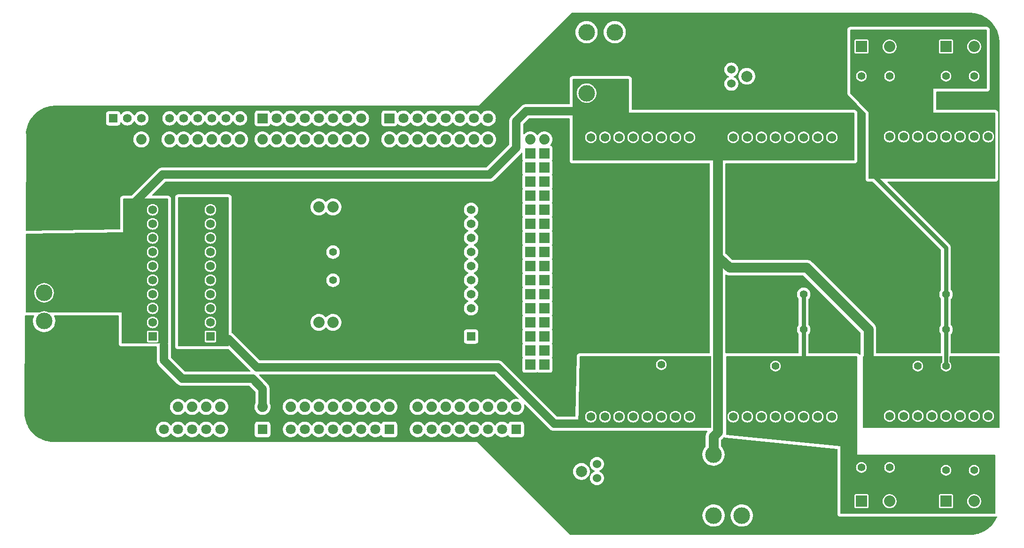
<source format=gbl>
G04 Layer: BottomLayer*
G04 EasyEDA v6.4.17, 2021-03-17T11:39:49--3:00*
G04 0ec266cd3479489882c0241a24e145c1,59636247558045d2802cba280e4ac9d9,10*
G04 Gerber Generator version 0.2*
G04 Scale: 100 percent, Rotated: No, Reflected: No *
G04 Dimensions in inches *
G04 leading zeros omitted , absolute positions ,3 integer and 6 decimal *
%FSLAX36Y36*%
%MOIN*%

%ADD10C,0.0300*%
%ADD12C,0.0600*%
%ADD13C,0.0787*%
%ADD14C,0.1181*%
%ADD15C,0.0740*%
%ADD16R,0.0740X0.0740*%
%ADD17C,0.0620*%
%ADD18R,0.0620X0.0620*%
%ADD19R,0.0709X0.0709*%
%ADD20C,0.0709*%
%ADD21C,0.0557*%
%ADD23C,0.0800*%
%ADD24R,0.0945X0.0945*%
%ADD25C,0.0945*%
%ADD26C,0.0700*%

%LPD*%
G36*
X3834000Y-200000D02*
G01*
X3832460Y-199700D01*
X3831180Y-198820D01*
X3830299Y-197540D01*
X3830000Y-196000D01*
X3830000Y136000D01*
X3830299Y137540D01*
X3831180Y138820D01*
X3832460Y139700D01*
X3834000Y140000D01*
X3832460Y140300D01*
X3831180Y141180D01*
X3830299Y142460D01*
X3830000Y144000D01*
X3830000Y376000D01*
X3830299Y377540D01*
X3831180Y378820D01*
X3832460Y379700D01*
X3834000Y380000D01*
X4226000Y380000D01*
X4227540Y379700D01*
X4228820Y378820D01*
X4229700Y377540D01*
X4230000Y376000D01*
X4230000Y144000D01*
X4229700Y142460D01*
X4228820Y141180D01*
X4227540Y140300D01*
X4226000Y140000D01*
X5826000Y140000D01*
X5827540Y139700D01*
X5828819Y138820D01*
X5829700Y137540D01*
X5830000Y136000D01*
X5830000Y-196000D01*
X5829700Y-197540D01*
X5828819Y-198820D01*
X5827540Y-199700D01*
X5826000Y-200000D01*
G37*

%LPC*%
G36*
X4659960Y-76100D02*
G01*
X4665320Y-75760D01*
X4670600Y-74700D01*
X4675700Y-72980D01*
X4680520Y-70600D01*
X4684980Y-67620D01*
X4689020Y-64080D01*
X4692560Y-60020D01*
X4695560Y-55560D01*
X4697920Y-50740D01*
X4699660Y-45660D01*
X4700700Y-40380D01*
X4701060Y-35020D01*
X4700700Y-29660D01*
X4699660Y-24380D01*
X4697920Y-19300D01*
X4695560Y-14460D01*
X4692560Y-10000D01*
X4689020Y-5960D01*
X4684980Y-2420D01*
X4680520Y580D01*
X4675700Y2940D01*
X4670600Y4680D01*
X4665320Y5719D01*
X4659960Y6080D01*
X4654600Y5719D01*
X4649320Y4680D01*
X4644240Y2940D01*
X4639420Y580D01*
X4634960Y-2420D01*
X4630900Y-5960D01*
X4627360Y-10000D01*
X4624380Y-14460D01*
X4622000Y-19300D01*
X4620280Y-24380D01*
X4619220Y-29660D01*
X4618880Y-35020D01*
X4619220Y-40380D01*
X4620280Y-45660D01*
X4622000Y-50740D01*
X4624380Y-55560D01*
X4627360Y-60020D01*
X4630900Y-64080D01*
X4634960Y-67620D01*
X4639420Y-70600D01*
X4644240Y-72980D01*
X4649320Y-74700D01*
X4654600Y-75760D01*
G37*
G36*
X4969960Y-76100D02*
G01*
X4975320Y-75760D01*
X4980600Y-74700D01*
X4985700Y-72980D01*
X4990520Y-70600D01*
X4994980Y-67620D01*
X4999020Y-64080D01*
X5002560Y-60020D01*
X5005560Y-55560D01*
X5007920Y-50740D01*
X5009660Y-45660D01*
X5010700Y-40380D01*
X5011060Y-35020D01*
X5010700Y-29660D01*
X5009660Y-24380D01*
X5007920Y-19300D01*
X5005560Y-14460D01*
X5002560Y-10000D01*
X4999020Y-5960D01*
X4994980Y-2420D01*
X4990520Y580D01*
X4985700Y2940D01*
X4980600Y4680D01*
X4975320Y5719D01*
X4969960Y6080D01*
X4964600Y5719D01*
X4959320Y4680D01*
X4954240Y2940D01*
X4949420Y580D01*
X4944960Y-2420D01*
X4940900Y-5960D01*
X4937360Y-10000D01*
X4934380Y-14460D01*
X4932000Y-19300D01*
X4930280Y-24380D01*
X4929220Y-29660D01*
X4928880Y-35020D01*
X4929220Y-40380D01*
X4930280Y-45660D01*
X4932000Y-50740D01*
X4934380Y-55560D01*
X4937360Y-60020D01*
X4940900Y-64080D01*
X4944960Y-67620D01*
X4949420Y-70600D01*
X4954240Y-72980D01*
X4959320Y-74700D01*
X4964600Y-75760D01*
G37*
G36*
X4559960Y-76100D02*
G01*
X4565320Y-75760D01*
X4570600Y-74700D01*
X4575700Y-72980D01*
X4580520Y-70600D01*
X4584980Y-67620D01*
X4589020Y-64080D01*
X4592560Y-60020D01*
X4595560Y-55560D01*
X4597920Y-50740D01*
X4599660Y-45660D01*
X4600700Y-40380D01*
X4601060Y-35020D01*
X4600700Y-29660D01*
X4599660Y-24380D01*
X4597920Y-19300D01*
X4595560Y-14460D01*
X4592560Y-10000D01*
X4589020Y-5960D01*
X4584980Y-2420D01*
X4580520Y580D01*
X4575700Y2940D01*
X4570600Y4680D01*
X4565320Y5719D01*
X4559960Y6080D01*
X4554600Y5719D01*
X4549320Y4680D01*
X4544240Y2940D01*
X4539420Y580D01*
X4534960Y-2420D01*
X4530900Y-5960D01*
X4527360Y-10000D01*
X4524380Y-14460D01*
X4522000Y-19300D01*
X4520280Y-24380D01*
X4519220Y-29660D01*
X4518880Y-35020D01*
X4519220Y-40380D01*
X4520280Y-45660D01*
X4522000Y-50740D01*
X4524380Y-55560D01*
X4527360Y-60020D01*
X4530900Y-64080D01*
X4534960Y-67620D01*
X4539420Y-70600D01*
X4544240Y-72980D01*
X4549320Y-74700D01*
X4554600Y-75760D01*
G37*
G36*
X5069960Y-76100D02*
G01*
X5075320Y-75760D01*
X5080600Y-74700D01*
X5085700Y-72980D01*
X5090520Y-70600D01*
X5094980Y-67620D01*
X5099020Y-64080D01*
X5102560Y-60020D01*
X5105560Y-55560D01*
X5107920Y-50740D01*
X5109660Y-45660D01*
X5110700Y-40380D01*
X5111060Y-35020D01*
X5110700Y-29660D01*
X5109660Y-24380D01*
X5107920Y-19300D01*
X5105560Y-14460D01*
X5102560Y-10000D01*
X5099020Y-5960D01*
X5094980Y-2420D01*
X5090520Y580D01*
X5085700Y2940D01*
X5080600Y4680D01*
X5075320Y5719D01*
X5069960Y6080D01*
X5064600Y5719D01*
X5059320Y4680D01*
X5054240Y2940D01*
X5049420Y580D01*
X5044960Y-2420D01*
X5040900Y-5960D01*
X5037360Y-10000D01*
X5034380Y-14460D01*
X5032000Y-19300D01*
X5030280Y-24380D01*
X5029220Y-29660D01*
X5028880Y-35020D01*
X5029220Y-40380D01*
X5030280Y-45660D01*
X5032000Y-50740D01*
X5034380Y-55560D01*
X5037360Y-60020D01*
X5040900Y-64080D01*
X5044960Y-67620D01*
X5049420Y-70600D01*
X5054240Y-72980D01*
X5059320Y-74700D01*
X5064600Y-75760D01*
G37*
G36*
X4459960Y-76100D02*
G01*
X4465320Y-75760D01*
X4470600Y-74700D01*
X4475700Y-72980D01*
X4480520Y-70600D01*
X4484980Y-67620D01*
X4489020Y-64080D01*
X4492560Y-60020D01*
X4495560Y-55560D01*
X4497920Y-50740D01*
X4499660Y-45660D01*
X4500700Y-40380D01*
X4501060Y-35020D01*
X4500700Y-29660D01*
X4499660Y-24380D01*
X4497920Y-19300D01*
X4495560Y-14460D01*
X4492560Y-10000D01*
X4489020Y-5960D01*
X4484980Y-2420D01*
X4480520Y580D01*
X4475700Y2940D01*
X4470600Y4680D01*
X4465320Y5719D01*
X4459960Y6080D01*
X4454600Y5719D01*
X4449320Y4680D01*
X4444240Y2940D01*
X4439420Y580D01*
X4434960Y-2420D01*
X4430900Y-5960D01*
X4427360Y-10000D01*
X4424380Y-14460D01*
X4422000Y-19300D01*
X4420280Y-24380D01*
X4419220Y-29660D01*
X4418880Y-35020D01*
X4419220Y-40380D01*
X4420280Y-45660D01*
X4422000Y-50740D01*
X4424380Y-55560D01*
X4427360Y-60020D01*
X4430900Y-64080D01*
X4434960Y-67620D01*
X4439420Y-70600D01*
X4444240Y-72980D01*
X4449320Y-74700D01*
X4454600Y-75760D01*
G37*
G36*
X5169960Y-76100D02*
G01*
X5175320Y-75760D01*
X5180599Y-74700D01*
X5185700Y-72980D01*
X5190520Y-70600D01*
X5194980Y-67620D01*
X5199020Y-64080D01*
X5202560Y-60020D01*
X5205560Y-55560D01*
X5207920Y-50740D01*
X5209660Y-45660D01*
X5210700Y-40380D01*
X5211060Y-35020D01*
X5210700Y-29660D01*
X5209660Y-24380D01*
X5207920Y-19300D01*
X5205560Y-14460D01*
X5202560Y-10000D01*
X5199020Y-5960D01*
X5194980Y-2420D01*
X5190520Y580D01*
X5185700Y2940D01*
X5180599Y4680D01*
X5175320Y5719D01*
X5169960Y6080D01*
X5164600Y5719D01*
X5159320Y4680D01*
X5154240Y2940D01*
X5149420Y580D01*
X5144960Y-2420D01*
X5140900Y-5960D01*
X5137360Y-10000D01*
X5134380Y-14460D01*
X5132000Y-19300D01*
X5130280Y-24380D01*
X5129220Y-29660D01*
X5128880Y-35020D01*
X5129220Y-40380D01*
X5130280Y-45660D01*
X5132000Y-50740D01*
X5134380Y-55560D01*
X5137360Y-60020D01*
X5140900Y-64080D01*
X5144960Y-67620D01*
X5149420Y-70600D01*
X5154240Y-72980D01*
X5159320Y-74700D01*
X5164600Y-75760D01*
G37*
G36*
X4359960Y-76100D02*
G01*
X4365320Y-75760D01*
X4370600Y-74700D01*
X4375700Y-72980D01*
X4380520Y-70600D01*
X4384980Y-67620D01*
X4389020Y-64080D01*
X4392560Y-60020D01*
X4395560Y-55560D01*
X4397920Y-50740D01*
X4399660Y-45660D01*
X4400700Y-40380D01*
X4401060Y-35020D01*
X4400700Y-29660D01*
X4399660Y-24380D01*
X4397920Y-19300D01*
X4395560Y-14460D01*
X4392560Y-10000D01*
X4389020Y-5960D01*
X4384980Y-2420D01*
X4380520Y580D01*
X4375700Y2940D01*
X4370600Y4680D01*
X4365320Y5719D01*
X4359960Y6080D01*
X4354600Y5719D01*
X4349320Y4680D01*
X4344240Y2940D01*
X4339420Y580D01*
X4334960Y-2420D01*
X4330900Y-5960D01*
X4327360Y-10000D01*
X4324380Y-14460D01*
X4322000Y-19300D01*
X4320280Y-24380D01*
X4319220Y-29660D01*
X4318880Y-35020D01*
X4319220Y-40380D01*
X4320280Y-45660D01*
X4322000Y-50740D01*
X4324380Y-55560D01*
X4327360Y-60020D01*
X4330900Y-64080D01*
X4334960Y-67620D01*
X4339420Y-70600D01*
X4344240Y-72980D01*
X4349320Y-74700D01*
X4354600Y-75760D01*
G37*
G36*
X5269960Y-76100D02*
G01*
X5275320Y-75760D01*
X5280599Y-74700D01*
X5285700Y-72980D01*
X5290520Y-70600D01*
X5294980Y-67620D01*
X5299020Y-64080D01*
X5302560Y-60020D01*
X5305560Y-55560D01*
X5307920Y-50740D01*
X5309660Y-45660D01*
X5310700Y-40380D01*
X5311060Y-35020D01*
X5310700Y-29660D01*
X5309660Y-24380D01*
X5307920Y-19300D01*
X5305560Y-14460D01*
X5302560Y-10000D01*
X5299020Y-5960D01*
X5294980Y-2420D01*
X5290520Y580D01*
X5285700Y2940D01*
X5280599Y4680D01*
X5275320Y5719D01*
X5269960Y6080D01*
X5264600Y5719D01*
X5259320Y4680D01*
X5254240Y2940D01*
X5249420Y580D01*
X5244960Y-2420D01*
X5240900Y-5960D01*
X5237360Y-10000D01*
X5234380Y-14460D01*
X5232000Y-19300D01*
X5230280Y-24380D01*
X5229220Y-29660D01*
X5228880Y-35020D01*
X5229220Y-40380D01*
X5230280Y-45660D01*
X5232000Y-50740D01*
X5234380Y-55560D01*
X5237360Y-60020D01*
X5240900Y-64080D01*
X5244960Y-67620D01*
X5249420Y-70600D01*
X5254240Y-72980D01*
X5259320Y-74700D01*
X5264600Y-75760D01*
G37*
G36*
X4259960Y-76100D02*
G01*
X4265320Y-75760D01*
X4270600Y-74700D01*
X4275700Y-72980D01*
X4280520Y-70600D01*
X4284980Y-67620D01*
X4289020Y-64080D01*
X4292560Y-60020D01*
X4295560Y-55560D01*
X4297920Y-50740D01*
X4299660Y-45660D01*
X4300700Y-40380D01*
X4301060Y-35020D01*
X4300700Y-29660D01*
X4299660Y-24380D01*
X4297920Y-19300D01*
X4295560Y-14460D01*
X4292560Y-10000D01*
X4289020Y-5960D01*
X4284980Y-2420D01*
X4280520Y580D01*
X4275700Y2940D01*
X4270600Y4680D01*
X4265320Y5719D01*
X4259960Y6080D01*
X4254600Y5719D01*
X4249320Y4680D01*
X4244240Y2940D01*
X4239420Y580D01*
X4234960Y-2420D01*
X4230900Y-5960D01*
X4227360Y-10000D01*
X4224380Y-14460D01*
X4222000Y-19300D01*
X4220280Y-24380D01*
X4219220Y-29660D01*
X4218880Y-35020D01*
X4219220Y-40380D01*
X4220280Y-45660D01*
X4222000Y-50740D01*
X4224380Y-55560D01*
X4227360Y-60020D01*
X4230900Y-64080D01*
X4234960Y-67620D01*
X4239420Y-70600D01*
X4244240Y-72980D01*
X4249320Y-74700D01*
X4254600Y-75760D01*
G37*
G36*
X5369960Y-76100D02*
G01*
X5375320Y-75760D01*
X5380599Y-74700D01*
X5385700Y-72980D01*
X5390520Y-70600D01*
X5394980Y-67620D01*
X5399020Y-64080D01*
X5402560Y-60020D01*
X5405560Y-55560D01*
X5407920Y-50740D01*
X5409660Y-45660D01*
X5410700Y-40380D01*
X5411060Y-35020D01*
X5410700Y-29660D01*
X5409660Y-24380D01*
X5407920Y-19300D01*
X5405560Y-14460D01*
X5402560Y-10000D01*
X5399020Y-5960D01*
X5394980Y-2420D01*
X5390520Y580D01*
X5385700Y2940D01*
X5380599Y4680D01*
X5375320Y5719D01*
X5369960Y6080D01*
X5364600Y5719D01*
X5359320Y4680D01*
X5354240Y2940D01*
X5349420Y580D01*
X5344960Y-2420D01*
X5340900Y-5960D01*
X5337360Y-10000D01*
X5334380Y-14460D01*
X5332000Y-19300D01*
X5330280Y-24380D01*
X5329220Y-29660D01*
X5328880Y-35020D01*
X5329220Y-40380D01*
X5330280Y-45660D01*
X5332000Y-50740D01*
X5334380Y-55560D01*
X5337360Y-60020D01*
X5340900Y-64080D01*
X5344960Y-67620D01*
X5349420Y-70600D01*
X5354240Y-72980D01*
X5359320Y-74700D01*
X5364600Y-75760D01*
G37*
G36*
X4159960Y-76100D02*
G01*
X4165320Y-75760D01*
X4170600Y-74700D01*
X4175700Y-72980D01*
X4180520Y-70600D01*
X4184980Y-67620D01*
X4189020Y-64080D01*
X4192559Y-60020D01*
X4195560Y-55560D01*
X4197920Y-50740D01*
X4199660Y-45660D01*
X4200700Y-40380D01*
X4201060Y-35020D01*
X4200700Y-29660D01*
X4199660Y-24380D01*
X4197920Y-19300D01*
X4195560Y-14460D01*
X4192559Y-10000D01*
X4189020Y-5960D01*
X4184980Y-2420D01*
X4180520Y580D01*
X4175700Y2940D01*
X4170600Y4680D01*
X4165320Y5719D01*
X4159960Y6080D01*
X4154600Y5719D01*
X4149320Y4680D01*
X4144240Y2940D01*
X4139420Y580D01*
X4134960Y-2420D01*
X4130899Y-5960D01*
X4127360Y-10000D01*
X4124380Y-14460D01*
X4122000Y-19300D01*
X4120280Y-24380D01*
X4119220Y-29660D01*
X4118880Y-35020D01*
X4119220Y-40380D01*
X4120280Y-45660D01*
X4122000Y-50740D01*
X4124380Y-55560D01*
X4127360Y-60020D01*
X4130899Y-64080D01*
X4134960Y-67620D01*
X4139420Y-70600D01*
X4144240Y-72980D01*
X4149320Y-74700D01*
X4154600Y-75760D01*
G37*
G36*
X5469960Y-76100D02*
G01*
X5475320Y-75760D01*
X5480599Y-74700D01*
X5485700Y-72980D01*
X5490520Y-70600D01*
X5494980Y-67620D01*
X5499020Y-64080D01*
X5502560Y-60020D01*
X5505560Y-55560D01*
X5507920Y-50740D01*
X5509660Y-45660D01*
X5510700Y-40380D01*
X5511060Y-35020D01*
X5510700Y-29660D01*
X5509660Y-24380D01*
X5507920Y-19300D01*
X5505560Y-14460D01*
X5502560Y-10000D01*
X5499020Y-5960D01*
X5494980Y-2420D01*
X5490520Y580D01*
X5485700Y2940D01*
X5480599Y4680D01*
X5475320Y5719D01*
X5469960Y6080D01*
X5464600Y5719D01*
X5459320Y4680D01*
X5454240Y2940D01*
X5449420Y580D01*
X5444960Y-2420D01*
X5440900Y-5960D01*
X5437360Y-10000D01*
X5434380Y-14460D01*
X5432000Y-19300D01*
X5430280Y-24380D01*
X5429220Y-29660D01*
X5428880Y-35020D01*
X5429220Y-40380D01*
X5430280Y-45660D01*
X5432000Y-50740D01*
X5434380Y-55560D01*
X5437360Y-60020D01*
X5440900Y-64080D01*
X5444960Y-67620D01*
X5449420Y-70600D01*
X5454240Y-72980D01*
X5459320Y-74700D01*
X5464600Y-75760D01*
G37*
G36*
X4059960Y-76100D02*
G01*
X4065320Y-75760D01*
X4070600Y-74700D01*
X4075700Y-72980D01*
X4080520Y-70600D01*
X4084980Y-67620D01*
X4089020Y-64080D01*
X4092559Y-60020D01*
X4095560Y-55560D01*
X4097919Y-50740D01*
X4099660Y-45660D01*
X4100700Y-40380D01*
X4101060Y-35020D01*
X4100700Y-29660D01*
X4099660Y-24380D01*
X4097919Y-19300D01*
X4095560Y-14460D01*
X4092559Y-10000D01*
X4089020Y-5960D01*
X4084980Y-2420D01*
X4080520Y580D01*
X4075700Y2940D01*
X4070600Y4680D01*
X4065320Y5719D01*
X4059960Y6080D01*
X4054600Y5719D01*
X4049320Y4680D01*
X4044240Y2940D01*
X4039420Y580D01*
X4034960Y-2420D01*
X4030899Y-5960D01*
X4027360Y-10000D01*
X4024380Y-14460D01*
X4022000Y-19300D01*
X4020280Y-24380D01*
X4019220Y-29660D01*
X4018880Y-35020D01*
X4019220Y-40380D01*
X4020280Y-45660D01*
X4022000Y-50740D01*
X4024380Y-55560D01*
X4027360Y-60020D01*
X4030899Y-64080D01*
X4034960Y-67620D01*
X4039420Y-70600D01*
X4044240Y-72980D01*
X4049320Y-74700D01*
X4054600Y-75760D01*
G37*
G36*
X5569960Y-76100D02*
G01*
X5575320Y-75760D01*
X5580599Y-74700D01*
X5585700Y-72980D01*
X5590520Y-70600D01*
X5594980Y-67620D01*
X5599020Y-64080D01*
X5602560Y-60020D01*
X5605560Y-55560D01*
X5607920Y-50740D01*
X5609660Y-45660D01*
X5610700Y-40380D01*
X5611060Y-35020D01*
X5610700Y-29660D01*
X5609660Y-24380D01*
X5607920Y-19300D01*
X5605560Y-14460D01*
X5602560Y-10000D01*
X5599020Y-5960D01*
X5594980Y-2420D01*
X5590520Y580D01*
X5585700Y2940D01*
X5580599Y4680D01*
X5575320Y5719D01*
X5569960Y6080D01*
X5564600Y5719D01*
X5559320Y4680D01*
X5554240Y2940D01*
X5549420Y580D01*
X5544960Y-2420D01*
X5540900Y-5960D01*
X5537360Y-10000D01*
X5534380Y-14460D01*
X5532000Y-19300D01*
X5530280Y-24380D01*
X5529220Y-29660D01*
X5528880Y-35020D01*
X5529220Y-40380D01*
X5530280Y-45660D01*
X5532000Y-50740D01*
X5534380Y-55560D01*
X5537360Y-60020D01*
X5540900Y-64080D01*
X5544960Y-67620D01*
X5549420Y-70600D01*
X5554240Y-72980D01*
X5559320Y-74700D01*
X5564600Y-75760D01*
G37*
G36*
X3959960Y-76100D02*
G01*
X3965320Y-75760D01*
X3970600Y-74700D01*
X3975700Y-72980D01*
X3980520Y-70600D01*
X3984980Y-67620D01*
X3989020Y-64080D01*
X3992559Y-60020D01*
X3995560Y-55560D01*
X3997919Y-50740D01*
X3999660Y-45660D01*
X4000700Y-40380D01*
X4001060Y-35020D01*
X4000700Y-29660D01*
X3999660Y-24380D01*
X3997919Y-19300D01*
X3995560Y-14460D01*
X3992559Y-10000D01*
X3989020Y-5960D01*
X3984980Y-2420D01*
X3980520Y580D01*
X3975700Y2940D01*
X3970600Y4680D01*
X3965320Y5719D01*
X3959960Y6080D01*
X3954600Y5719D01*
X3949320Y4680D01*
X3944240Y2940D01*
X3939420Y580D01*
X3934960Y-2420D01*
X3930899Y-5960D01*
X3927360Y-10000D01*
X3924380Y-14460D01*
X3922000Y-19300D01*
X3920280Y-24380D01*
X3919220Y-29660D01*
X3918880Y-35020D01*
X3919220Y-40380D01*
X3920280Y-45660D01*
X3922000Y-50740D01*
X3924380Y-55560D01*
X3927360Y-60020D01*
X3930899Y-64080D01*
X3934960Y-67620D01*
X3939420Y-70600D01*
X3944240Y-72980D01*
X3949320Y-74700D01*
X3954600Y-75760D01*
G37*
G36*
X5669960Y-76100D02*
G01*
X5675320Y-75760D01*
X5680599Y-74700D01*
X5685700Y-72980D01*
X5690520Y-70600D01*
X5694980Y-67620D01*
X5699020Y-64080D01*
X5702560Y-60020D01*
X5705560Y-55560D01*
X5707920Y-50740D01*
X5709660Y-45660D01*
X5710700Y-40380D01*
X5711060Y-35020D01*
X5710700Y-29660D01*
X5709660Y-24380D01*
X5707920Y-19300D01*
X5705560Y-14460D01*
X5702560Y-10000D01*
X5699020Y-5960D01*
X5694980Y-2420D01*
X5690520Y580D01*
X5685700Y2940D01*
X5680599Y4680D01*
X5675320Y5719D01*
X5669960Y6080D01*
X5664600Y5719D01*
X5659320Y4680D01*
X5654240Y2940D01*
X5649420Y580D01*
X5644960Y-2420D01*
X5640900Y-5960D01*
X5637360Y-10000D01*
X5634380Y-14460D01*
X5632000Y-19300D01*
X5630280Y-24380D01*
X5629220Y-29660D01*
X5628880Y-35020D01*
X5629220Y-40380D01*
X5630280Y-45660D01*
X5632000Y-50740D01*
X5634380Y-55560D01*
X5637360Y-60020D01*
X5640900Y-64080D01*
X5644960Y-67620D01*
X5649420Y-70600D01*
X5654240Y-72980D01*
X5659320Y-74700D01*
X5664600Y-75760D01*
G37*
G36*
X3931780Y209700D02*
G01*
X3938880Y210240D01*
X3945880Y211520D01*
X3952720Y213500D01*
X3959320Y216180D01*
X3965600Y219540D01*
X3971500Y223520D01*
X3976980Y228080D01*
X3981940Y233160D01*
X3986360Y238760D01*
X3990179Y244760D01*
X3993360Y251119D01*
X3995880Y257780D01*
X3997679Y264680D01*
X3998780Y271700D01*
X3999140Y278820D01*
X3998780Y285920D01*
X3997679Y292960D01*
X3995880Y299840D01*
X3993360Y306520D01*
X3990179Y312880D01*
X3986360Y318880D01*
X3981940Y324460D01*
X3976980Y329560D01*
X3971500Y334120D01*
X3965600Y338100D01*
X3959320Y341440D01*
X3952720Y344140D01*
X3945880Y346120D01*
X3938880Y347400D01*
X3931780Y347939D01*
X3924660Y347760D01*
X3917600Y346840D01*
X3910680Y345220D01*
X3903940Y342879D01*
X3897500Y339860D01*
X3891400Y336200D01*
X3885700Y331920D01*
X3880480Y327080D01*
X3875779Y321740D01*
X3871660Y315940D01*
X3868140Y309740D01*
X3865299Y303220D01*
X3863120Y296420D01*
X3861680Y289460D01*
X3860940Y282380D01*
X3860940Y275260D01*
X3861680Y268180D01*
X3863120Y261200D01*
X3865299Y254420D01*
X3868140Y247900D01*
X3871660Y241700D01*
X3875779Y235900D01*
X3880480Y230560D01*
X3885700Y225720D01*
X3891400Y221439D01*
X3897500Y217780D01*
X3903940Y214760D01*
X3910680Y212420D01*
X3917600Y210780D01*
X3924660Y209880D01*
G37*

%LPD*%
G36*
X5934000Y-330000D02*
G01*
X5932460Y-329700D01*
X5931180Y-328820D01*
X5930300Y-327540D01*
X5930000Y-326000D01*
X5930000Y139600D01*
X5929760Y140260D01*
X5801060Y278840D01*
X5800280Y280100D01*
X5800000Y281580D01*
X5800000Y726000D01*
X5800300Y727540D01*
X5801180Y728820D01*
X5802460Y729700D01*
X5804000Y730000D01*
X6766000Y730000D01*
X6767540Y729700D01*
X6768819Y728820D01*
X6769700Y727540D01*
X6770000Y726000D01*
X6770000Y314000D01*
X6769700Y312460D01*
X6768819Y311180D01*
X6767540Y310300D01*
X6766000Y310000D01*
X6390400Y310000D01*
X6390000Y309600D01*
X6390000Y140400D01*
X6390400Y140000D01*
X6826000Y140000D01*
X6827540Y139700D01*
X6828819Y138820D01*
X6829700Y137540D01*
X6830000Y136000D01*
X6830000Y-326000D01*
X6829700Y-327540D01*
X6828819Y-328820D01*
X6827540Y-329700D01*
X6826000Y-330000D01*
G37*

%LPC*%
G36*
X6579960Y-71100D02*
G01*
X6585320Y-70760D01*
X6590599Y-69700D01*
X6595700Y-67980D01*
X6600520Y-65600D01*
X6604980Y-62619D01*
X6609020Y-59080D01*
X6612560Y-55020D01*
X6615560Y-50560D01*
X6617920Y-45740D01*
X6619660Y-40660D01*
X6620700Y-35380D01*
X6621060Y-30019D01*
X6620700Y-24660D01*
X6619660Y-19380D01*
X6617920Y-14300D01*
X6615560Y-9460D01*
X6612560Y-5000D01*
X6609020Y-960D01*
X6604980Y2580D01*
X6600520Y5580D01*
X6595700Y7940D01*
X6590599Y9680D01*
X6585320Y10720D01*
X6579960Y11080D01*
X6574600Y10720D01*
X6569320Y9680D01*
X6564240Y7940D01*
X6559420Y5580D01*
X6554960Y2580D01*
X6550900Y-960D01*
X6547360Y-5000D01*
X6544380Y-9460D01*
X6542000Y-14300D01*
X6540280Y-19380D01*
X6539220Y-24660D01*
X6538880Y-30019D01*
X6539220Y-35380D01*
X6540280Y-40660D01*
X6542000Y-45740D01*
X6544380Y-50560D01*
X6547360Y-55020D01*
X6550900Y-59080D01*
X6554960Y-62619D01*
X6559420Y-65600D01*
X6564240Y-67980D01*
X6569320Y-69700D01*
X6574600Y-70760D01*
G37*
G36*
X6279960Y-71100D02*
G01*
X6285320Y-70760D01*
X6290599Y-69700D01*
X6295700Y-67980D01*
X6300520Y-65600D01*
X6304980Y-62619D01*
X6309020Y-59080D01*
X6312560Y-55020D01*
X6315560Y-50560D01*
X6317920Y-45740D01*
X6319660Y-40660D01*
X6320700Y-35380D01*
X6321060Y-30019D01*
X6320700Y-24660D01*
X6319660Y-19380D01*
X6317920Y-14300D01*
X6315560Y-9460D01*
X6312560Y-5000D01*
X6309020Y-960D01*
X6304980Y2580D01*
X6300520Y5580D01*
X6295700Y7940D01*
X6290599Y9680D01*
X6285320Y10720D01*
X6279960Y11080D01*
X6274600Y10720D01*
X6269320Y9680D01*
X6264240Y7940D01*
X6259420Y5580D01*
X6254960Y2580D01*
X6250900Y-960D01*
X6247360Y-5000D01*
X6244380Y-9460D01*
X6242000Y-14300D01*
X6240280Y-19380D01*
X6239220Y-24660D01*
X6238880Y-30019D01*
X6239220Y-35380D01*
X6240280Y-40660D01*
X6242000Y-45740D01*
X6244380Y-50560D01*
X6247360Y-55020D01*
X6250900Y-59080D01*
X6254960Y-62619D01*
X6259420Y-65600D01*
X6264240Y-67980D01*
X6269320Y-69700D01*
X6274600Y-70760D01*
G37*
G36*
X6479960Y-71100D02*
G01*
X6485320Y-70760D01*
X6490599Y-69700D01*
X6495700Y-67980D01*
X6500520Y-65600D01*
X6504980Y-62619D01*
X6509020Y-59080D01*
X6512560Y-55020D01*
X6515560Y-50560D01*
X6517920Y-45740D01*
X6519660Y-40660D01*
X6520700Y-35380D01*
X6521060Y-30019D01*
X6520700Y-24660D01*
X6519660Y-19380D01*
X6517920Y-14300D01*
X6515560Y-9460D01*
X6512560Y-5000D01*
X6509020Y-960D01*
X6504980Y2580D01*
X6500520Y5580D01*
X6495700Y7940D01*
X6490599Y9680D01*
X6485320Y10720D01*
X6479960Y11080D01*
X6474600Y10720D01*
X6469320Y9680D01*
X6464240Y7940D01*
X6459420Y5580D01*
X6454960Y2580D01*
X6450900Y-960D01*
X6447360Y-5000D01*
X6444380Y-9460D01*
X6442000Y-14300D01*
X6440280Y-19380D01*
X6439220Y-24660D01*
X6438880Y-30019D01*
X6439220Y-35380D01*
X6440280Y-40660D01*
X6442000Y-45740D01*
X6444380Y-50560D01*
X6447360Y-55020D01*
X6450900Y-59080D01*
X6454960Y-62619D01*
X6459420Y-65600D01*
X6464240Y-67980D01*
X6469320Y-69700D01*
X6474600Y-70760D01*
G37*
G36*
X6379960Y-71100D02*
G01*
X6385320Y-70760D01*
X6390599Y-69700D01*
X6395700Y-67980D01*
X6400520Y-65600D01*
X6404980Y-62619D01*
X6409020Y-59080D01*
X6412560Y-55020D01*
X6415560Y-50560D01*
X6417920Y-45740D01*
X6419660Y-40660D01*
X6420700Y-35380D01*
X6421060Y-30019D01*
X6420700Y-24660D01*
X6419660Y-19380D01*
X6417920Y-14300D01*
X6415560Y-9460D01*
X6412560Y-5000D01*
X6409020Y-960D01*
X6404980Y2580D01*
X6400520Y5580D01*
X6395700Y7940D01*
X6390599Y9680D01*
X6385320Y10720D01*
X6379960Y11080D01*
X6374600Y10720D01*
X6369320Y9680D01*
X6364240Y7940D01*
X6359420Y5580D01*
X6354960Y2580D01*
X6350900Y-960D01*
X6347360Y-5000D01*
X6344380Y-9460D01*
X6342000Y-14300D01*
X6340280Y-19380D01*
X6339220Y-24660D01*
X6338880Y-30019D01*
X6339220Y-35380D01*
X6340280Y-40660D01*
X6342000Y-45740D01*
X6344380Y-50560D01*
X6347360Y-55020D01*
X6350900Y-59080D01*
X6354960Y-62619D01*
X6359420Y-65600D01*
X6364240Y-67980D01*
X6369320Y-69700D01*
X6374600Y-70760D01*
G37*
G36*
X6179960Y-71100D02*
G01*
X6185320Y-70760D01*
X6190599Y-69700D01*
X6195700Y-67980D01*
X6200520Y-65600D01*
X6204980Y-62619D01*
X6209020Y-59080D01*
X6212560Y-55020D01*
X6215560Y-50560D01*
X6217920Y-45740D01*
X6219660Y-40660D01*
X6220700Y-35380D01*
X6221060Y-30019D01*
X6220700Y-24660D01*
X6219660Y-19380D01*
X6217920Y-14300D01*
X6215560Y-9460D01*
X6212560Y-5000D01*
X6209020Y-960D01*
X6204980Y2580D01*
X6200520Y5580D01*
X6195700Y7940D01*
X6190599Y9680D01*
X6185320Y10720D01*
X6179960Y11080D01*
X6174600Y10720D01*
X6169320Y9680D01*
X6164240Y7940D01*
X6159420Y5580D01*
X6154960Y2580D01*
X6150900Y-960D01*
X6147360Y-5000D01*
X6144380Y-9460D01*
X6142000Y-14300D01*
X6140280Y-19380D01*
X6139220Y-24660D01*
X6138880Y-30019D01*
X6139220Y-35380D01*
X6140280Y-40660D01*
X6142000Y-45740D01*
X6144380Y-50560D01*
X6147360Y-55020D01*
X6150900Y-59080D01*
X6154960Y-62619D01*
X6159420Y-65600D01*
X6164240Y-67980D01*
X6169320Y-69700D01*
X6174600Y-70760D01*
G37*
G36*
X6679960Y-71100D02*
G01*
X6685320Y-70760D01*
X6690599Y-69700D01*
X6695700Y-67980D01*
X6700520Y-65600D01*
X6704980Y-62619D01*
X6709020Y-59080D01*
X6712560Y-55020D01*
X6715560Y-50560D01*
X6717920Y-45740D01*
X6719660Y-40660D01*
X6720700Y-35380D01*
X6721060Y-30019D01*
X6720700Y-24660D01*
X6719660Y-19380D01*
X6717920Y-14300D01*
X6715560Y-9460D01*
X6712560Y-5000D01*
X6709020Y-960D01*
X6704980Y2580D01*
X6700520Y5580D01*
X6695700Y7940D01*
X6690599Y9680D01*
X6685320Y10720D01*
X6679960Y11080D01*
X6674600Y10720D01*
X6669320Y9680D01*
X6664240Y7940D01*
X6659420Y5580D01*
X6654960Y2580D01*
X6650900Y-960D01*
X6647360Y-5000D01*
X6644380Y-9460D01*
X6642000Y-14300D01*
X6640280Y-19380D01*
X6639220Y-24660D01*
X6638880Y-30019D01*
X6639220Y-35380D01*
X6640280Y-40660D01*
X6642000Y-45740D01*
X6644380Y-50560D01*
X6647360Y-55020D01*
X6650900Y-59080D01*
X6654960Y-62619D01*
X6659420Y-65600D01*
X6664240Y-67980D01*
X6669320Y-69700D01*
X6674600Y-70760D01*
G37*
G36*
X6779960Y-71100D02*
G01*
X6785320Y-70760D01*
X6790599Y-69700D01*
X6795700Y-67980D01*
X6800520Y-65600D01*
X6804980Y-62619D01*
X6809020Y-59080D01*
X6812560Y-55020D01*
X6815560Y-50560D01*
X6817920Y-45740D01*
X6819660Y-40660D01*
X6820700Y-35380D01*
X6821060Y-30019D01*
X6820700Y-24660D01*
X6819660Y-19380D01*
X6817920Y-14300D01*
X6815560Y-9460D01*
X6812560Y-5000D01*
X6809020Y-960D01*
X6804980Y2580D01*
X6800520Y5580D01*
X6795700Y7940D01*
X6790599Y9680D01*
X6785320Y10720D01*
X6779960Y11080D01*
X6774600Y10720D01*
X6769320Y9680D01*
X6764240Y7940D01*
X6759420Y5580D01*
X6754960Y2580D01*
X6750900Y-960D01*
X6747360Y-5000D01*
X6744380Y-9460D01*
X6742000Y-14300D01*
X6740280Y-19380D01*
X6739220Y-24660D01*
X6738880Y-30019D01*
X6739220Y-35380D01*
X6740280Y-40660D01*
X6742000Y-45740D01*
X6744380Y-50560D01*
X6747360Y-55020D01*
X6750900Y-59080D01*
X6754960Y-62619D01*
X6759420Y-65600D01*
X6764240Y-67980D01*
X6769320Y-69700D01*
X6774600Y-70760D01*
G37*
G36*
X6079960Y-71100D02*
G01*
X6085320Y-70760D01*
X6090599Y-69700D01*
X6095700Y-67980D01*
X6100520Y-65600D01*
X6104980Y-62619D01*
X6109020Y-59080D01*
X6112560Y-55020D01*
X6115560Y-50560D01*
X6117920Y-45740D01*
X6119660Y-40660D01*
X6120700Y-35380D01*
X6121060Y-30019D01*
X6120700Y-24660D01*
X6119660Y-19380D01*
X6117920Y-14300D01*
X6115560Y-9460D01*
X6112560Y-5000D01*
X6109020Y-960D01*
X6104980Y2580D01*
X6100520Y5580D01*
X6095700Y7940D01*
X6090599Y9680D01*
X6085320Y10720D01*
X6079960Y11080D01*
X6074600Y10720D01*
X6069320Y9680D01*
X6064240Y7940D01*
X6059420Y5580D01*
X6054960Y2580D01*
X6050900Y-960D01*
X6047360Y-5000D01*
X6044380Y-9460D01*
X6042000Y-14300D01*
X6040280Y-19380D01*
X6039220Y-24660D01*
X6038880Y-30019D01*
X6039220Y-35380D01*
X6040280Y-40660D01*
X6042000Y-45740D01*
X6044380Y-50560D01*
X6047360Y-55020D01*
X6050900Y-59080D01*
X6054960Y-62619D01*
X6059420Y-65600D01*
X6064240Y-67980D01*
X6069320Y-69700D01*
X6074600Y-70760D01*
G37*
G36*
X6077420Y362140D02*
G01*
X6082580Y362140D01*
X6087720Y362860D01*
X6092700Y364240D01*
X6097460Y366320D01*
X6101880Y369000D01*
X6105900Y372280D01*
X6109440Y376060D01*
X6112420Y380280D01*
X6114800Y384880D01*
X6116540Y389760D01*
X6117580Y394840D01*
X6117940Y400000D01*
X6117580Y405160D01*
X6116540Y410240D01*
X6114800Y415120D01*
X6112420Y419720D01*
X6109440Y423940D01*
X6105900Y427720D01*
X6101880Y431000D01*
X6097460Y433680D01*
X6092700Y435740D01*
X6087720Y437140D01*
X6082580Y437860D01*
X6077420Y437860D01*
X6072279Y437140D01*
X6067300Y435740D01*
X6062540Y433680D01*
X6058120Y431000D01*
X6054100Y427720D01*
X6050560Y423940D01*
X6047580Y419720D01*
X6045200Y415120D01*
X6043460Y410240D01*
X6042420Y405160D01*
X6042060Y400000D01*
X6042420Y394840D01*
X6043460Y389760D01*
X6045200Y384880D01*
X6047580Y380280D01*
X6050560Y376060D01*
X6054100Y372280D01*
X6058120Y369000D01*
X6062540Y366320D01*
X6067300Y364240D01*
X6072279Y362860D01*
G37*
G36*
X6477420Y362140D02*
G01*
X6482580Y362140D01*
X6487720Y362860D01*
X6492700Y364240D01*
X6497460Y366320D01*
X6501880Y369000D01*
X6505900Y372280D01*
X6509440Y376060D01*
X6512420Y380280D01*
X6514800Y384880D01*
X6516540Y389760D01*
X6517580Y394840D01*
X6517940Y400000D01*
X6517580Y405160D01*
X6516540Y410240D01*
X6514800Y415120D01*
X6512420Y419720D01*
X6509440Y423940D01*
X6505900Y427720D01*
X6501880Y431000D01*
X6497460Y433680D01*
X6492700Y435740D01*
X6487720Y437140D01*
X6482580Y437860D01*
X6477420Y437860D01*
X6472279Y437140D01*
X6467300Y435740D01*
X6462540Y433680D01*
X6458120Y431000D01*
X6454100Y427720D01*
X6450560Y423940D01*
X6447580Y419720D01*
X6445200Y415120D01*
X6443460Y410240D01*
X6442420Y405160D01*
X6442060Y400000D01*
X6442420Y394840D01*
X6443460Y389760D01*
X6445200Y384880D01*
X6447580Y380280D01*
X6450560Y376060D01*
X6454100Y372280D01*
X6458120Y369000D01*
X6462540Y366320D01*
X6467300Y364240D01*
X6472279Y362860D01*
G37*
G36*
X6677420Y362140D02*
G01*
X6682580Y362140D01*
X6687720Y362860D01*
X6692700Y364240D01*
X6697460Y366320D01*
X6701880Y369000D01*
X6705900Y372280D01*
X6709440Y376060D01*
X6712420Y380280D01*
X6714800Y384880D01*
X6716540Y389760D01*
X6717580Y394840D01*
X6717940Y400000D01*
X6717580Y405160D01*
X6716540Y410240D01*
X6714800Y415120D01*
X6712420Y419720D01*
X6709440Y423940D01*
X6705900Y427720D01*
X6701880Y431000D01*
X6697460Y433680D01*
X6692700Y435740D01*
X6687720Y437140D01*
X6682580Y437860D01*
X6677420Y437860D01*
X6672279Y437140D01*
X6667300Y435740D01*
X6662540Y433680D01*
X6658120Y431000D01*
X6654100Y427720D01*
X6650560Y423940D01*
X6647580Y419720D01*
X6645200Y415120D01*
X6643460Y410240D01*
X6642420Y405160D01*
X6642060Y400000D01*
X6642420Y394840D01*
X6643460Y389760D01*
X6645200Y384880D01*
X6647580Y380280D01*
X6650560Y376060D01*
X6654100Y372280D01*
X6658120Y369000D01*
X6662540Y366320D01*
X6667300Y364240D01*
X6672279Y362860D01*
G37*
G36*
X5877420Y362140D02*
G01*
X5882580Y362140D01*
X5887720Y362860D01*
X5892700Y364240D01*
X5897460Y366320D01*
X5901880Y369000D01*
X5905900Y372280D01*
X5909440Y376060D01*
X5912420Y380280D01*
X5914800Y384880D01*
X5916540Y389760D01*
X5917580Y394840D01*
X5917940Y400000D01*
X5917580Y405160D01*
X5916540Y410240D01*
X5914800Y415120D01*
X5912420Y419720D01*
X5909440Y423940D01*
X5905900Y427720D01*
X5901880Y431000D01*
X5897460Y433680D01*
X5892700Y435740D01*
X5887720Y437140D01*
X5882580Y437860D01*
X5877420Y437860D01*
X5872279Y437140D01*
X5867300Y435740D01*
X5862540Y433680D01*
X5858120Y431000D01*
X5854100Y427720D01*
X5850560Y423940D01*
X5847580Y419720D01*
X5845200Y415120D01*
X5843460Y410240D01*
X5842420Y405160D01*
X5842060Y400000D01*
X5842420Y394840D01*
X5843460Y389760D01*
X5845200Y384880D01*
X5847580Y380280D01*
X5850560Y376060D01*
X5854100Y372280D01*
X5858120Y369000D01*
X5862540Y366320D01*
X5867300Y364240D01*
X5872279Y362860D01*
G37*
G36*
X6680000Y559900D02*
G01*
X6686040Y560280D01*
X6691980Y561360D01*
X6697760Y563160D01*
X6703280Y565640D01*
X6708460Y568780D01*
X6713220Y572500D01*
X6717500Y576780D01*
X6721220Y581540D01*
X6724360Y586720D01*
X6726840Y592240D01*
X6728640Y598020D01*
X6729720Y603960D01*
X6730100Y610000D01*
X6729720Y616040D01*
X6728640Y621980D01*
X6726840Y627760D01*
X6724360Y633280D01*
X6721220Y638460D01*
X6717500Y643220D01*
X6713220Y647500D01*
X6708460Y651220D01*
X6703280Y654360D01*
X6697760Y656840D01*
X6691980Y658640D01*
X6686040Y659720D01*
X6680000Y660100D01*
X6673960Y659720D01*
X6668020Y658640D01*
X6662240Y656840D01*
X6656720Y654360D01*
X6651540Y651220D01*
X6646780Y647500D01*
X6642500Y643220D01*
X6638780Y638460D01*
X6635640Y633280D01*
X6633160Y627760D01*
X6631360Y621980D01*
X6630280Y616040D01*
X6629900Y610000D01*
X6630280Y603960D01*
X6631360Y598020D01*
X6633160Y592240D01*
X6635640Y586720D01*
X6638780Y581540D01*
X6642500Y576780D01*
X6646780Y572500D01*
X6651540Y568780D01*
X6656720Y565640D01*
X6662240Y563160D01*
X6668020Y561360D01*
X6673960Y560280D01*
G37*
G36*
X6080000Y559900D02*
G01*
X6086040Y560280D01*
X6091980Y561360D01*
X6097760Y563160D01*
X6103280Y565640D01*
X6108460Y568780D01*
X6113220Y572500D01*
X6117500Y576780D01*
X6121220Y581540D01*
X6124360Y586720D01*
X6126840Y592240D01*
X6128640Y598020D01*
X6129720Y603960D01*
X6130100Y610000D01*
X6129720Y616040D01*
X6128640Y621980D01*
X6126840Y627760D01*
X6124360Y633280D01*
X6121220Y638460D01*
X6117500Y643220D01*
X6113220Y647500D01*
X6108460Y651220D01*
X6103280Y654360D01*
X6097760Y656840D01*
X6091980Y658640D01*
X6086040Y659720D01*
X6080000Y660100D01*
X6073960Y659720D01*
X6068020Y658640D01*
X6062240Y656840D01*
X6056720Y654360D01*
X6051540Y651220D01*
X6046780Y647500D01*
X6042500Y643220D01*
X6038780Y638460D01*
X6035640Y633280D01*
X6033160Y627760D01*
X6031360Y621980D01*
X6030280Y616040D01*
X6029900Y610000D01*
X6030280Y603960D01*
X6031360Y598020D01*
X6033160Y592240D01*
X6035640Y586720D01*
X6038780Y581540D01*
X6042500Y576780D01*
X6046780Y572500D01*
X6051540Y568780D01*
X6056720Y565640D01*
X6062240Y563160D01*
X6068020Y561360D01*
X6073960Y560280D01*
G37*
G36*
X5840220Y559900D02*
G01*
X5919779Y559900D01*
X5922240Y560180D01*
X5924380Y560920D01*
X5926280Y562120D01*
X5927880Y563720D01*
X5929080Y565620D01*
X5929820Y567760D01*
X5930100Y570220D01*
X5930100Y649780D01*
X5929820Y652240D01*
X5929080Y654380D01*
X5927880Y656280D01*
X5926280Y657880D01*
X5924380Y659080D01*
X5922240Y659820D01*
X5919779Y660100D01*
X5840220Y660100D01*
X5837760Y659820D01*
X5835620Y659080D01*
X5833720Y657880D01*
X5832120Y656280D01*
X5830920Y654380D01*
X5830180Y652240D01*
X5829900Y649780D01*
X5829900Y570220D01*
X5830180Y567760D01*
X5830920Y565620D01*
X5832120Y563720D01*
X5833720Y562120D01*
X5835620Y560920D01*
X5837760Y560180D01*
G37*
G36*
X6440220Y559900D02*
G01*
X6519779Y559900D01*
X6522240Y560180D01*
X6524380Y560920D01*
X6526280Y562120D01*
X6527880Y563720D01*
X6529080Y565620D01*
X6529820Y567760D01*
X6530100Y570220D01*
X6530100Y649780D01*
X6529820Y652240D01*
X6529080Y654380D01*
X6527880Y656280D01*
X6526280Y657880D01*
X6524380Y659080D01*
X6522240Y659820D01*
X6519779Y660100D01*
X6440220Y660100D01*
X6437760Y659820D01*
X6435620Y659080D01*
X6433720Y657880D01*
X6432120Y656280D01*
X6430920Y654380D01*
X6430180Y652240D01*
X6429900Y649780D01*
X6429900Y570220D01*
X6430180Y567760D01*
X6430920Y565620D01*
X6432120Y563720D01*
X6433720Y562120D01*
X6435620Y560920D01*
X6437760Y560180D01*
G37*

%LPD*%
G36*
X634000Y-1500000D02*
G01*
X632460Y-1499700D01*
X631180Y-1498820D01*
X630300Y-1497540D01*
X630000Y-1496000D01*
X630000Y-1280400D01*
X629600Y-1280000D01*
X115239Y-1280000D01*
X114220Y-1279860D01*
X113280Y-1279480D01*
X110920Y-1278140D01*
X104400Y-1275300D01*
X97620Y-1273140D01*
X90640Y-1271680D01*
X83560Y-1270940D01*
X76440Y-1270940D01*
X69360Y-1271680D01*
X62380Y-1273140D01*
X55599Y-1275300D01*
X49080Y-1278140D01*
X46720Y-1279480D01*
X45780Y-1279860D01*
X44760Y-1280000D01*
X-46000Y-1280000D01*
X-47539Y-1279700D01*
X-48820Y-1278820D01*
X-49700Y-1277540D01*
X-50000Y-1276000D01*
X-50000Y-723940D01*
X-49700Y-722420D01*
X-48840Y-721140D01*
X-47580Y-720260D01*
X-46060Y-719940D01*
X639600Y-710000D01*
X640000Y-709620D01*
X640000Y-474000D01*
X640300Y-472460D01*
X641180Y-471180D01*
X642460Y-470300D01*
X644000Y-470000D01*
X956000Y-470000D01*
X957540Y-470300D01*
X958820Y-471180D01*
X959700Y-472460D01*
X960000Y-474000D01*
X960000Y-1496000D01*
X959700Y-1497540D01*
X958820Y-1498820D01*
X957540Y-1499700D01*
X956000Y-1500000D01*
G37*

%LPC*%
G36*
X819220Y-1491100D02*
G01*
X880780Y-1491100D01*
X883240Y-1490820D01*
X885380Y-1490080D01*
X887280Y-1488880D01*
X888880Y-1487280D01*
X890080Y-1485380D01*
X890819Y-1483240D01*
X891100Y-1480780D01*
X891100Y-1419220D01*
X890819Y-1416759D01*
X890080Y-1414620D01*
X888880Y-1412720D01*
X887280Y-1411120D01*
X885380Y-1409920D01*
X883240Y-1409180D01*
X880780Y-1408899D01*
X819220Y-1408899D01*
X816760Y-1409180D01*
X814620Y-1409920D01*
X812720Y-1411120D01*
X811120Y-1412720D01*
X809920Y-1414620D01*
X809180Y-1416759D01*
X808900Y-1419220D01*
X808900Y-1480780D01*
X809180Y-1483240D01*
X809920Y-1485380D01*
X811120Y-1487280D01*
X812720Y-1488880D01*
X814620Y-1490080D01*
X816760Y-1490820D01*
G37*
G36*
X850000Y-1391100D02*
G01*
X855360Y-1390740D01*
X860639Y-1389700D01*
X865720Y-1387960D01*
X870540Y-1385580D01*
X875020Y-1382600D01*
X879060Y-1379060D01*
X882600Y-1375020D01*
X885580Y-1370540D01*
X887960Y-1365720D01*
X889700Y-1360640D01*
X890740Y-1355360D01*
X891100Y-1350000D01*
X890740Y-1344640D01*
X889700Y-1339360D01*
X887960Y-1334280D01*
X885580Y-1329460D01*
X882600Y-1324980D01*
X879060Y-1320940D01*
X875020Y-1317400D01*
X870540Y-1314420D01*
X865720Y-1312040D01*
X860639Y-1310300D01*
X855360Y-1309259D01*
X850000Y-1308899D01*
X844640Y-1309259D01*
X839360Y-1310300D01*
X834280Y-1312040D01*
X829460Y-1314420D01*
X824980Y-1317400D01*
X820939Y-1320940D01*
X817400Y-1324980D01*
X814419Y-1329460D01*
X812039Y-1334280D01*
X810300Y-1339360D01*
X809260Y-1344640D01*
X808900Y-1350000D01*
X809260Y-1355360D01*
X810300Y-1360640D01*
X812039Y-1365720D01*
X814419Y-1370540D01*
X817400Y-1375020D01*
X820939Y-1379060D01*
X824980Y-1382600D01*
X829460Y-1385580D01*
X834280Y-1387960D01*
X839360Y-1389700D01*
X844640Y-1390740D01*
G37*
G36*
X850000Y-1291100D02*
G01*
X855360Y-1290740D01*
X860639Y-1289700D01*
X865720Y-1287960D01*
X870540Y-1285580D01*
X875020Y-1282600D01*
X879060Y-1279060D01*
X882600Y-1275020D01*
X885580Y-1270540D01*
X887960Y-1265720D01*
X889700Y-1260640D01*
X890740Y-1255360D01*
X891100Y-1250000D01*
X890740Y-1244640D01*
X889700Y-1239360D01*
X887960Y-1234280D01*
X885580Y-1229460D01*
X882600Y-1224980D01*
X879060Y-1220940D01*
X875020Y-1217400D01*
X870540Y-1214420D01*
X865720Y-1212040D01*
X860639Y-1210300D01*
X855360Y-1209260D01*
X850000Y-1208900D01*
X844640Y-1209260D01*
X839360Y-1210300D01*
X834280Y-1212040D01*
X829460Y-1214420D01*
X824980Y-1217400D01*
X820939Y-1220940D01*
X817400Y-1224980D01*
X814419Y-1229460D01*
X812039Y-1234280D01*
X810300Y-1239360D01*
X809260Y-1244640D01*
X808900Y-1250000D01*
X809260Y-1255360D01*
X810300Y-1260640D01*
X812039Y-1265720D01*
X814419Y-1270540D01*
X817400Y-1275020D01*
X820939Y-1279060D01*
X824980Y-1282600D01*
X829460Y-1285580D01*
X834280Y-1287960D01*
X839360Y-1289700D01*
X844640Y-1290740D01*
G37*
G36*
X80000Y-1209140D02*
G01*
X87120Y-1208780D01*
X94140Y-1207680D01*
X101020Y-1205880D01*
X107700Y-1203360D01*
X114060Y-1200180D01*
X120060Y-1196360D01*
X125640Y-1191940D01*
X130740Y-1186980D01*
X135300Y-1181500D01*
X139280Y-1175600D01*
X142620Y-1169320D01*
X145320Y-1162720D01*
X147300Y-1155880D01*
X148580Y-1148880D01*
X149120Y-1141780D01*
X148940Y-1134660D01*
X148020Y-1127600D01*
X146400Y-1120680D01*
X144060Y-1113940D01*
X141040Y-1107500D01*
X137380Y-1101400D01*
X133100Y-1095700D01*
X128260Y-1090480D01*
X122920Y-1085780D01*
X117120Y-1081660D01*
X110920Y-1078140D01*
X104400Y-1075300D01*
X97620Y-1073140D01*
X90640Y-1071680D01*
X83560Y-1070940D01*
X76440Y-1070940D01*
X69360Y-1071680D01*
X62380Y-1073140D01*
X55599Y-1075300D01*
X49080Y-1078140D01*
X42880Y-1081660D01*
X37080Y-1085780D01*
X31740Y-1090480D01*
X26900Y-1095700D01*
X22620Y-1101400D01*
X18960Y-1107500D01*
X15940Y-1113940D01*
X13600Y-1120680D01*
X11980Y-1127600D01*
X11060Y-1134660D01*
X10880Y-1141780D01*
X11419Y-1148880D01*
X12700Y-1155880D01*
X14680Y-1162720D01*
X17380Y-1169320D01*
X20720Y-1175600D01*
X24700Y-1181500D01*
X29260Y-1186980D01*
X34360Y-1191940D01*
X39940Y-1196360D01*
X45940Y-1200180D01*
X52300Y-1203360D01*
X58980Y-1205880D01*
X65860Y-1207680D01*
X72900Y-1208780D01*
G37*
G36*
X850000Y-1191100D02*
G01*
X855360Y-1190740D01*
X860639Y-1189700D01*
X865720Y-1187960D01*
X870540Y-1185580D01*
X875020Y-1182600D01*
X879060Y-1179060D01*
X882600Y-1175020D01*
X885580Y-1170540D01*
X887960Y-1165720D01*
X889700Y-1160640D01*
X890740Y-1155360D01*
X891100Y-1150000D01*
X890740Y-1144640D01*
X889700Y-1139360D01*
X887960Y-1134280D01*
X885580Y-1129460D01*
X882600Y-1124980D01*
X879060Y-1120940D01*
X875020Y-1117400D01*
X870540Y-1114420D01*
X865720Y-1112040D01*
X860639Y-1110300D01*
X855360Y-1109260D01*
X850000Y-1108900D01*
X844640Y-1109260D01*
X839360Y-1110300D01*
X834280Y-1112040D01*
X829460Y-1114420D01*
X824980Y-1117400D01*
X820939Y-1120940D01*
X817400Y-1124980D01*
X814419Y-1129460D01*
X812039Y-1134280D01*
X810300Y-1139360D01*
X809260Y-1144640D01*
X808900Y-1150000D01*
X809260Y-1155360D01*
X810300Y-1160640D01*
X812039Y-1165720D01*
X814419Y-1170540D01*
X817400Y-1175020D01*
X820939Y-1179060D01*
X824980Y-1182600D01*
X829460Y-1185580D01*
X834280Y-1187960D01*
X839360Y-1189700D01*
X844640Y-1190740D01*
G37*
G36*
X850000Y-1091100D02*
G01*
X855360Y-1090740D01*
X860639Y-1089700D01*
X865720Y-1087960D01*
X870540Y-1085580D01*
X875020Y-1082600D01*
X879060Y-1079060D01*
X882600Y-1075020D01*
X885580Y-1070540D01*
X887960Y-1065720D01*
X889700Y-1060640D01*
X890740Y-1055360D01*
X891100Y-1050000D01*
X890740Y-1044640D01*
X889700Y-1039360D01*
X887960Y-1034280D01*
X885580Y-1029460D01*
X882600Y-1024980D01*
X879060Y-1020939D01*
X875020Y-1017400D01*
X870540Y-1014419D01*
X865720Y-1012039D01*
X860639Y-1010300D01*
X855360Y-1009260D01*
X850000Y-1008900D01*
X844640Y-1009260D01*
X839360Y-1010300D01*
X834280Y-1012039D01*
X829460Y-1014419D01*
X824980Y-1017400D01*
X820939Y-1020939D01*
X817400Y-1024980D01*
X814419Y-1029460D01*
X812039Y-1034280D01*
X810300Y-1039360D01*
X809260Y-1044640D01*
X808900Y-1050000D01*
X809260Y-1055360D01*
X810300Y-1060640D01*
X812039Y-1065720D01*
X814419Y-1070540D01*
X817400Y-1075020D01*
X820939Y-1079060D01*
X824980Y-1082600D01*
X829460Y-1085580D01*
X834280Y-1087960D01*
X839360Y-1089700D01*
X844640Y-1090740D01*
G37*
G36*
X850000Y-991100D02*
G01*
X855360Y-990740D01*
X860639Y-989700D01*
X865720Y-987960D01*
X870540Y-985580D01*
X875020Y-982600D01*
X879060Y-979060D01*
X882600Y-975020D01*
X885580Y-970540D01*
X887960Y-965720D01*
X889700Y-960639D01*
X890740Y-955360D01*
X891100Y-950000D01*
X890740Y-944640D01*
X889700Y-939360D01*
X887960Y-934280D01*
X885580Y-929460D01*
X882600Y-924980D01*
X879060Y-920939D01*
X875020Y-917400D01*
X870540Y-914419D01*
X865720Y-912039D01*
X860639Y-910300D01*
X855360Y-909260D01*
X850000Y-908900D01*
X844640Y-909260D01*
X839360Y-910300D01*
X834280Y-912039D01*
X829460Y-914419D01*
X824980Y-917400D01*
X820939Y-920939D01*
X817400Y-924980D01*
X814419Y-929460D01*
X812039Y-934280D01*
X810300Y-939360D01*
X809260Y-944640D01*
X808900Y-950000D01*
X809260Y-955360D01*
X810300Y-960639D01*
X812039Y-965720D01*
X814419Y-970540D01*
X817400Y-975020D01*
X820939Y-979060D01*
X824980Y-982600D01*
X829460Y-985580D01*
X834280Y-987960D01*
X839360Y-989700D01*
X844640Y-990740D01*
G37*
G36*
X850000Y-891100D02*
G01*
X855360Y-890740D01*
X860639Y-889700D01*
X865720Y-887960D01*
X870540Y-885580D01*
X875020Y-882600D01*
X879060Y-879060D01*
X882600Y-875020D01*
X885580Y-870540D01*
X887960Y-865720D01*
X889700Y-860639D01*
X890740Y-855360D01*
X891100Y-850000D01*
X890740Y-844640D01*
X889700Y-839360D01*
X887960Y-834280D01*
X885580Y-829460D01*
X882600Y-824980D01*
X879060Y-820939D01*
X875020Y-817400D01*
X870540Y-814419D01*
X865720Y-812039D01*
X860639Y-810300D01*
X855360Y-809260D01*
X850000Y-808900D01*
X844640Y-809260D01*
X839360Y-810300D01*
X834280Y-812039D01*
X829460Y-814419D01*
X824980Y-817400D01*
X820939Y-820939D01*
X817400Y-824980D01*
X814419Y-829460D01*
X812039Y-834280D01*
X810300Y-839360D01*
X809260Y-844640D01*
X808900Y-850000D01*
X809260Y-855360D01*
X810300Y-860639D01*
X812039Y-865720D01*
X814419Y-870540D01*
X817400Y-875020D01*
X820939Y-879060D01*
X824980Y-882600D01*
X829460Y-885580D01*
X834280Y-887960D01*
X839360Y-889700D01*
X844640Y-890740D01*
G37*
G36*
X850000Y-791100D02*
G01*
X855360Y-790740D01*
X860639Y-789700D01*
X865720Y-787960D01*
X870540Y-785580D01*
X875020Y-782600D01*
X879060Y-779060D01*
X882600Y-775020D01*
X885580Y-770540D01*
X887960Y-765720D01*
X889700Y-760639D01*
X890740Y-755360D01*
X891100Y-750000D01*
X890740Y-744640D01*
X889700Y-739360D01*
X887960Y-734280D01*
X885580Y-729460D01*
X882600Y-724980D01*
X879060Y-720939D01*
X875020Y-717400D01*
X870540Y-714419D01*
X865720Y-712039D01*
X860639Y-710300D01*
X855360Y-709260D01*
X850000Y-708900D01*
X844640Y-709260D01*
X839360Y-710300D01*
X834280Y-712039D01*
X829460Y-714419D01*
X824980Y-717400D01*
X820939Y-720939D01*
X817400Y-724980D01*
X814419Y-729460D01*
X812039Y-734280D01*
X810300Y-739360D01*
X809260Y-744640D01*
X808900Y-750000D01*
X809260Y-755360D01*
X810300Y-760639D01*
X812039Y-765720D01*
X814419Y-770540D01*
X817400Y-775020D01*
X820939Y-779060D01*
X824980Y-782600D01*
X829460Y-785580D01*
X834280Y-787960D01*
X839360Y-789700D01*
X844640Y-790740D01*
G37*
G36*
X850000Y-691100D02*
G01*
X855360Y-690740D01*
X860639Y-689700D01*
X865720Y-687960D01*
X870540Y-685580D01*
X875020Y-682600D01*
X879060Y-679060D01*
X882600Y-675020D01*
X885580Y-670540D01*
X887960Y-665720D01*
X889700Y-660639D01*
X890740Y-655360D01*
X891100Y-650000D01*
X890740Y-644640D01*
X889700Y-639360D01*
X887960Y-634280D01*
X885580Y-629460D01*
X882600Y-624980D01*
X879060Y-620940D01*
X875020Y-617400D01*
X870540Y-614420D01*
X865720Y-612040D01*
X860639Y-610300D01*
X855360Y-609260D01*
X850000Y-608900D01*
X844640Y-609260D01*
X839360Y-610300D01*
X834280Y-612040D01*
X829460Y-614420D01*
X824980Y-617400D01*
X820939Y-620940D01*
X817400Y-624980D01*
X814419Y-629460D01*
X812039Y-634280D01*
X810300Y-639360D01*
X809260Y-644640D01*
X808900Y-650000D01*
X809260Y-655360D01*
X810300Y-660639D01*
X812039Y-665720D01*
X814419Y-670540D01*
X817400Y-675020D01*
X820939Y-679060D01*
X824980Y-682600D01*
X829460Y-685580D01*
X834280Y-687960D01*
X839360Y-689700D01*
X844640Y-690740D01*
G37*
G36*
X850000Y-591100D02*
G01*
X855360Y-590740D01*
X860639Y-589700D01*
X865720Y-587960D01*
X870540Y-585580D01*
X875020Y-582600D01*
X879060Y-579060D01*
X882600Y-575020D01*
X885580Y-570540D01*
X887960Y-565720D01*
X889700Y-560640D01*
X890740Y-555360D01*
X891100Y-550000D01*
X890740Y-544640D01*
X889700Y-539360D01*
X887960Y-534280D01*
X885580Y-529460D01*
X882600Y-524980D01*
X879060Y-520940D01*
X875020Y-517400D01*
X870540Y-514420D01*
X865720Y-512040D01*
X860639Y-510300D01*
X855360Y-509260D01*
X850000Y-508900D01*
X844640Y-509260D01*
X839360Y-510300D01*
X834280Y-512040D01*
X829460Y-514420D01*
X824980Y-517400D01*
X820939Y-520940D01*
X817400Y-524980D01*
X814419Y-529460D01*
X812039Y-534280D01*
X810300Y-539360D01*
X809260Y-544640D01*
X808900Y-550000D01*
X809260Y-555360D01*
X810300Y-560640D01*
X812039Y-565720D01*
X814419Y-570540D01*
X817400Y-575020D01*
X820939Y-579060D01*
X824980Y-582600D01*
X829460Y-585580D01*
X834280Y-587960D01*
X839360Y-589700D01*
X844640Y-590740D01*
G37*

%LPD*%
G36*
X1034000Y-1520000D02*
G01*
X1032460Y-1519700D01*
X1031180Y-1518820D01*
X1030300Y-1517540D01*
X1030000Y-1516000D01*
X1030000Y-464000D01*
X1030300Y-462460D01*
X1031180Y-461180D01*
X1032460Y-460300D01*
X1034000Y-460000D01*
X1386000Y-460000D01*
X1387540Y-460300D01*
X1388820Y-461180D01*
X1389700Y-462460D01*
X1390000Y-464000D01*
X1390000Y-1516000D01*
X1389700Y-1517540D01*
X1388820Y-1518820D01*
X1387540Y-1519700D01*
X1386000Y-1520000D01*
G37*

%LPC*%
G36*
X1229220Y-1491100D02*
G01*
X1290780Y-1491100D01*
X1293240Y-1490820D01*
X1295380Y-1490080D01*
X1297280Y-1488880D01*
X1298880Y-1487280D01*
X1300080Y-1485380D01*
X1300820Y-1483240D01*
X1301100Y-1480780D01*
X1301100Y-1419220D01*
X1300820Y-1416759D01*
X1300080Y-1414620D01*
X1298880Y-1412720D01*
X1297280Y-1411120D01*
X1295380Y-1409920D01*
X1293240Y-1409180D01*
X1290780Y-1408899D01*
X1229220Y-1408899D01*
X1226760Y-1409180D01*
X1224620Y-1409920D01*
X1222720Y-1411120D01*
X1221120Y-1412720D01*
X1219920Y-1414620D01*
X1219180Y-1416759D01*
X1218900Y-1419220D01*
X1218900Y-1480780D01*
X1219180Y-1483240D01*
X1219920Y-1485380D01*
X1221120Y-1487280D01*
X1222720Y-1488880D01*
X1224620Y-1490080D01*
X1226760Y-1490820D01*
G37*
G36*
X1260000Y-1391100D02*
G01*
X1265360Y-1390740D01*
X1270640Y-1389700D01*
X1275720Y-1387960D01*
X1280540Y-1385580D01*
X1285020Y-1382600D01*
X1289060Y-1379060D01*
X1292600Y-1375020D01*
X1295580Y-1370540D01*
X1297960Y-1365720D01*
X1299700Y-1360640D01*
X1300740Y-1355360D01*
X1301100Y-1350000D01*
X1300740Y-1344640D01*
X1299700Y-1339360D01*
X1297960Y-1334280D01*
X1295580Y-1329460D01*
X1292600Y-1324980D01*
X1289060Y-1320940D01*
X1285020Y-1317400D01*
X1280540Y-1314420D01*
X1275720Y-1312040D01*
X1270640Y-1310300D01*
X1265360Y-1309259D01*
X1260000Y-1308899D01*
X1254640Y-1309259D01*
X1249360Y-1310300D01*
X1244280Y-1312040D01*
X1239460Y-1314420D01*
X1234980Y-1317400D01*
X1230940Y-1320940D01*
X1227400Y-1324980D01*
X1224420Y-1329460D01*
X1222040Y-1334280D01*
X1220300Y-1339360D01*
X1219260Y-1344640D01*
X1218900Y-1350000D01*
X1219260Y-1355360D01*
X1220300Y-1360640D01*
X1222040Y-1365720D01*
X1224420Y-1370540D01*
X1227400Y-1375020D01*
X1230940Y-1379060D01*
X1234980Y-1382600D01*
X1239460Y-1385580D01*
X1244280Y-1387960D01*
X1249360Y-1389700D01*
X1254640Y-1390740D01*
G37*
G36*
X1260000Y-1291100D02*
G01*
X1265360Y-1290740D01*
X1270640Y-1289700D01*
X1275720Y-1287960D01*
X1280540Y-1285580D01*
X1285020Y-1282600D01*
X1289060Y-1279060D01*
X1292600Y-1275020D01*
X1295580Y-1270540D01*
X1297960Y-1265720D01*
X1299700Y-1260640D01*
X1300740Y-1255360D01*
X1301100Y-1250000D01*
X1300740Y-1244640D01*
X1299700Y-1239360D01*
X1297960Y-1234280D01*
X1295580Y-1229460D01*
X1292600Y-1224980D01*
X1289060Y-1220940D01*
X1285020Y-1217400D01*
X1280540Y-1214420D01*
X1275720Y-1212040D01*
X1270640Y-1210300D01*
X1265360Y-1209260D01*
X1260000Y-1208900D01*
X1254640Y-1209260D01*
X1249360Y-1210300D01*
X1244280Y-1212040D01*
X1239460Y-1214420D01*
X1234980Y-1217400D01*
X1230940Y-1220940D01*
X1227400Y-1224980D01*
X1224420Y-1229460D01*
X1222040Y-1234280D01*
X1220300Y-1239360D01*
X1219260Y-1244640D01*
X1218900Y-1250000D01*
X1219260Y-1255360D01*
X1220300Y-1260640D01*
X1222040Y-1265720D01*
X1224420Y-1270540D01*
X1227400Y-1275020D01*
X1230940Y-1279060D01*
X1234980Y-1282600D01*
X1239460Y-1285580D01*
X1244280Y-1287960D01*
X1249360Y-1289700D01*
X1254640Y-1290740D01*
G37*
G36*
X1260000Y-1191100D02*
G01*
X1265360Y-1190740D01*
X1270640Y-1189700D01*
X1275720Y-1187960D01*
X1280540Y-1185580D01*
X1285020Y-1182600D01*
X1289060Y-1179060D01*
X1292600Y-1175020D01*
X1295580Y-1170540D01*
X1297960Y-1165720D01*
X1299700Y-1160640D01*
X1300740Y-1155360D01*
X1301100Y-1150000D01*
X1300740Y-1144640D01*
X1299700Y-1139360D01*
X1297960Y-1134280D01*
X1295580Y-1129460D01*
X1292600Y-1124980D01*
X1289060Y-1120940D01*
X1285020Y-1117400D01*
X1280540Y-1114420D01*
X1275720Y-1112040D01*
X1270640Y-1110300D01*
X1265360Y-1109260D01*
X1260000Y-1108900D01*
X1254640Y-1109260D01*
X1249360Y-1110300D01*
X1244280Y-1112040D01*
X1239460Y-1114420D01*
X1234980Y-1117400D01*
X1230940Y-1120940D01*
X1227400Y-1124980D01*
X1224420Y-1129460D01*
X1222040Y-1134280D01*
X1220300Y-1139360D01*
X1219260Y-1144640D01*
X1218900Y-1150000D01*
X1219260Y-1155360D01*
X1220300Y-1160640D01*
X1222040Y-1165720D01*
X1224420Y-1170540D01*
X1227400Y-1175020D01*
X1230940Y-1179060D01*
X1234980Y-1182600D01*
X1239460Y-1185580D01*
X1244280Y-1187960D01*
X1249360Y-1189700D01*
X1254640Y-1190740D01*
G37*
G36*
X1260000Y-1091100D02*
G01*
X1265360Y-1090740D01*
X1270640Y-1089700D01*
X1275720Y-1087960D01*
X1280540Y-1085580D01*
X1285020Y-1082600D01*
X1289060Y-1079060D01*
X1292600Y-1075020D01*
X1295580Y-1070540D01*
X1297960Y-1065720D01*
X1299700Y-1060640D01*
X1300740Y-1055360D01*
X1301100Y-1050000D01*
X1300740Y-1044640D01*
X1299700Y-1039360D01*
X1297960Y-1034280D01*
X1295580Y-1029460D01*
X1292600Y-1024980D01*
X1289060Y-1020939D01*
X1285020Y-1017400D01*
X1280540Y-1014419D01*
X1275720Y-1012039D01*
X1270640Y-1010300D01*
X1265360Y-1009260D01*
X1260000Y-1008900D01*
X1254640Y-1009260D01*
X1249360Y-1010300D01*
X1244280Y-1012039D01*
X1239460Y-1014419D01*
X1234980Y-1017400D01*
X1230940Y-1020939D01*
X1227400Y-1024980D01*
X1224420Y-1029460D01*
X1222040Y-1034280D01*
X1220300Y-1039360D01*
X1219260Y-1044640D01*
X1218900Y-1050000D01*
X1219260Y-1055360D01*
X1220300Y-1060640D01*
X1222040Y-1065720D01*
X1224420Y-1070540D01*
X1227400Y-1075020D01*
X1230940Y-1079060D01*
X1234980Y-1082600D01*
X1239460Y-1085580D01*
X1244280Y-1087960D01*
X1249360Y-1089700D01*
X1254640Y-1090740D01*
G37*
G36*
X1260000Y-991100D02*
G01*
X1265360Y-990740D01*
X1270640Y-989700D01*
X1275720Y-987960D01*
X1280540Y-985580D01*
X1285020Y-982600D01*
X1289060Y-979060D01*
X1292600Y-975020D01*
X1295580Y-970540D01*
X1297960Y-965720D01*
X1299700Y-960639D01*
X1300740Y-955360D01*
X1301100Y-950000D01*
X1300740Y-944640D01*
X1299700Y-939360D01*
X1297960Y-934280D01*
X1295580Y-929460D01*
X1292600Y-924980D01*
X1289060Y-920939D01*
X1285020Y-917400D01*
X1280540Y-914419D01*
X1275720Y-912039D01*
X1270640Y-910300D01*
X1265360Y-909260D01*
X1260000Y-908900D01*
X1254640Y-909260D01*
X1249360Y-910300D01*
X1244280Y-912039D01*
X1239460Y-914419D01*
X1234980Y-917400D01*
X1230940Y-920939D01*
X1227400Y-924980D01*
X1224420Y-929460D01*
X1222040Y-934280D01*
X1220300Y-939360D01*
X1219260Y-944640D01*
X1218900Y-950000D01*
X1219260Y-955360D01*
X1220300Y-960639D01*
X1222040Y-965720D01*
X1224420Y-970540D01*
X1227400Y-975020D01*
X1230940Y-979060D01*
X1234980Y-982600D01*
X1239460Y-985580D01*
X1244280Y-987960D01*
X1249360Y-989700D01*
X1254640Y-990740D01*
G37*
G36*
X1260000Y-891100D02*
G01*
X1265360Y-890740D01*
X1270640Y-889700D01*
X1275720Y-887960D01*
X1280540Y-885580D01*
X1285020Y-882600D01*
X1289060Y-879060D01*
X1292600Y-875020D01*
X1295580Y-870540D01*
X1297960Y-865720D01*
X1299700Y-860639D01*
X1300740Y-855360D01*
X1301100Y-850000D01*
X1300740Y-844640D01*
X1299700Y-839360D01*
X1297960Y-834280D01*
X1295580Y-829460D01*
X1292600Y-824980D01*
X1289060Y-820939D01*
X1285020Y-817400D01*
X1280540Y-814419D01*
X1275720Y-812039D01*
X1270640Y-810300D01*
X1265360Y-809260D01*
X1260000Y-808900D01*
X1254640Y-809260D01*
X1249360Y-810300D01*
X1244280Y-812039D01*
X1239460Y-814419D01*
X1234980Y-817400D01*
X1230940Y-820939D01*
X1227400Y-824980D01*
X1224420Y-829460D01*
X1222040Y-834280D01*
X1220300Y-839360D01*
X1219260Y-844640D01*
X1218900Y-850000D01*
X1219260Y-855360D01*
X1220300Y-860639D01*
X1222040Y-865720D01*
X1224420Y-870540D01*
X1227400Y-875020D01*
X1230940Y-879060D01*
X1234980Y-882600D01*
X1239460Y-885580D01*
X1244280Y-887960D01*
X1249360Y-889700D01*
X1254640Y-890740D01*
G37*
G36*
X1260000Y-791100D02*
G01*
X1265360Y-790740D01*
X1270640Y-789700D01*
X1275720Y-787960D01*
X1280540Y-785580D01*
X1285020Y-782600D01*
X1289060Y-779060D01*
X1292600Y-775020D01*
X1295580Y-770540D01*
X1297960Y-765720D01*
X1299700Y-760639D01*
X1300740Y-755360D01*
X1301100Y-750000D01*
X1300740Y-744640D01*
X1299700Y-739360D01*
X1297960Y-734280D01*
X1295580Y-729460D01*
X1292600Y-724980D01*
X1289060Y-720939D01*
X1285020Y-717400D01*
X1280540Y-714419D01*
X1275720Y-712039D01*
X1270640Y-710300D01*
X1265360Y-709260D01*
X1260000Y-708900D01*
X1254640Y-709260D01*
X1249360Y-710300D01*
X1244280Y-712039D01*
X1239460Y-714419D01*
X1234980Y-717400D01*
X1230940Y-720939D01*
X1227400Y-724980D01*
X1224420Y-729460D01*
X1222040Y-734280D01*
X1220300Y-739360D01*
X1219260Y-744640D01*
X1218900Y-750000D01*
X1219260Y-755360D01*
X1220300Y-760639D01*
X1222040Y-765720D01*
X1224420Y-770540D01*
X1227400Y-775020D01*
X1230940Y-779060D01*
X1234980Y-782600D01*
X1239460Y-785580D01*
X1244280Y-787960D01*
X1249360Y-789700D01*
X1254640Y-790740D01*
G37*
G36*
X1260000Y-691100D02*
G01*
X1265360Y-690740D01*
X1270640Y-689700D01*
X1275720Y-687960D01*
X1280540Y-685580D01*
X1285020Y-682600D01*
X1289060Y-679060D01*
X1292600Y-675020D01*
X1295580Y-670540D01*
X1297960Y-665720D01*
X1299700Y-660639D01*
X1300740Y-655360D01*
X1301100Y-650000D01*
X1300740Y-644640D01*
X1299700Y-639360D01*
X1297960Y-634280D01*
X1295580Y-629460D01*
X1292600Y-624980D01*
X1289060Y-620940D01*
X1285020Y-617400D01*
X1280540Y-614420D01*
X1275720Y-612040D01*
X1270640Y-610300D01*
X1265360Y-609260D01*
X1260000Y-608900D01*
X1254640Y-609260D01*
X1249360Y-610300D01*
X1244280Y-612040D01*
X1239460Y-614420D01*
X1234980Y-617400D01*
X1230940Y-620940D01*
X1227400Y-624980D01*
X1224420Y-629460D01*
X1222040Y-634280D01*
X1220300Y-639360D01*
X1219260Y-644640D01*
X1218900Y-650000D01*
X1219260Y-655360D01*
X1220300Y-660639D01*
X1222040Y-665720D01*
X1224420Y-670540D01*
X1227400Y-675020D01*
X1230940Y-679060D01*
X1234980Y-682600D01*
X1239460Y-685580D01*
X1244280Y-687960D01*
X1249360Y-689700D01*
X1254640Y-690740D01*
G37*
G36*
X1260000Y-591100D02*
G01*
X1265360Y-590740D01*
X1270640Y-589700D01*
X1275720Y-587960D01*
X1280540Y-585580D01*
X1285020Y-582600D01*
X1289060Y-579060D01*
X1292600Y-575020D01*
X1295580Y-570540D01*
X1297960Y-565720D01*
X1299700Y-560640D01*
X1300740Y-555360D01*
X1301100Y-550000D01*
X1300740Y-544640D01*
X1299700Y-539360D01*
X1297960Y-534280D01*
X1295580Y-529460D01*
X1292600Y-524980D01*
X1289060Y-520940D01*
X1285020Y-517400D01*
X1280540Y-514420D01*
X1275720Y-512040D01*
X1270640Y-510300D01*
X1265360Y-509260D01*
X1260000Y-508900D01*
X1254640Y-509260D01*
X1249360Y-510300D01*
X1244280Y-512040D01*
X1239460Y-514420D01*
X1234980Y-517400D01*
X1230940Y-520940D01*
X1227400Y-524980D01*
X1224420Y-529460D01*
X1222040Y-534280D01*
X1220300Y-539360D01*
X1219260Y-544640D01*
X1218900Y-550000D01*
X1219260Y-555360D01*
X1220300Y-560640D01*
X1222040Y-565720D01*
X1224420Y-570540D01*
X1227400Y-575020D01*
X1230940Y-579060D01*
X1234980Y-582600D01*
X1239460Y-585580D01*
X1244280Y-587960D01*
X1249360Y-589700D01*
X1254640Y-590740D01*
G37*

%LPD*%
G36*
X5989100Y-1569900D02*
G01*
X5987560Y-1569600D01*
X5986280Y-1568720D01*
X5985400Y-1567440D01*
X5985100Y-1565900D01*
X5985100Y-1400080D01*
X5984880Y-1395140D01*
X5984740Y-1393660D01*
X5983940Y-1388800D01*
X5983620Y-1387360D01*
X5982279Y-1382620D01*
X5981799Y-1381200D01*
X5979920Y-1376660D01*
X5979260Y-1375320D01*
X5976860Y-1371020D01*
X5976060Y-1369780D01*
X5973180Y-1365780D01*
X5972240Y-1364620D01*
X5968900Y-1360980D01*
X5529020Y-921100D01*
X5525380Y-917760D01*
X5524220Y-916820D01*
X5520220Y-913940D01*
X5518980Y-913139D01*
X5514680Y-910740D01*
X5513339Y-910080D01*
X5508800Y-908199D01*
X5507380Y-907720D01*
X5502660Y-906380D01*
X5501200Y-906060D01*
X5496340Y-905260D01*
X5494860Y-905120D01*
X5489920Y-904900D01*
X4964580Y-904900D01*
X4963160Y-904640D01*
X4961920Y-903880D01*
X4916440Y-863460D01*
X4915460Y-862099D01*
X4915100Y-860460D01*
X4915100Y-224100D01*
X4915400Y-222560D01*
X4916280Y-221280D01*
X4917560Y-220400D01*
X4919100Y-220100D01*
X5829820Y-220100D01*
X5833480Y-219780D01*
X5836860Y-218880D01*
X5840040Y-217399D01*
X5842920Y-215380D01*
X5845380Y-212920D01*
X5847400Y-210040D01*
X5848880Y-206860D01*
X5849779Y-203480D01*
X5850100Y-199820D01*
X5850100Y139820D01*
X5849779Y143480D01*
X5848880Y146860D01*
X5847400Y150040D01*
X5845380Y152920D01*
X5842920Y155380D01*
X5840040Y157400D01*
X5836860Y158880D01*
X5833480Y159780D01*
X5829820Y160100D01*
X4254100Y160100D01*
X4252560Y160400D01*
X4251280Y161280D01*
X4250400Y162560D01*
X4250100Y164100D01*
X4250100Y379820D01*
X4249780Y383480D01*
X4248880Y386860D01*
X4247400Y390040D01*
X4245380Y392920D01*
X4242920Y395379D01*
X4240040Y397400D01*
X4236860Y398880D01*
X4233480Y399780D01*
X4229820Y400100D01*
X3830179Y400100D01*
X3826520Y399780D01*
X3823140Y398880D01*
X3819960Y397400D01*
X3817080Y395379D01*
X3814620Y392920D01*
X3812600Y390040D01*
X3811120Y386860D01*
X3810220Y383480D01*
X3809900Y379820D01*
X3809900Y204100D01*
X3809600Y202560D01*
X3808720Y201280D01*
X3807440Y200400D01*
X3805899Y200100D01*
X3500120Y200100D01*
X3493960Y199720D01*
X3488020Y198640D01*
X3482240Y196840D01*
X3476720Y194360D01*
X3471540Y191220D01*
X3466780Y187500D01*
X3462500Y183220D01*
X3459340Y179220D01*
X3394920Y115160D01*
X3392820Y112960D01*
X3390860Y110600D01*
X3389080Y108219D01*
X3387400Y105640D01*
X3385920Y103040D01*
X3384580Y100280D01*
X3383420Y97540D01*
X3382420Y94640D01*
X3381600Y91760D01*
X3380940Y88760D01*
X3380480Y85820D01*
X3380200Y82760D01*
X3380100Y79720D01*
X3379900Y24600D01*
X3379900Y-87600D01*
X3379600Y-89120D01*
X3378720Y-90420D01*
X3220419Y-248720D01*
X3219120Y-249600D01*
X3217600Y-249899D01*
X920060Y-249899D01*
X916979Y-250000D01*
X913960Y-250260D01*
X910960Y-250720D01*
X908020Y-251360D01*
X905100Y-252180D01*
X902240Y-253160D01*
X899440Y-254320D01*
X896720Y-255640D01*
X894080Y-257120D01*
X891540Y-258780D01*
X889100Y-260560D01*
X886780Y-262500D01*
X884539Y-264620D01*
X700420Y-448720D01*
X699120Y-449600D01*
X697600Y-449900D01*
X640180Y-449900D01*
X636520Y-450220D01*
X633140Y-451120D01*
X629960Y-452600D01*
X627080Y-454620D01*
X624620Y-457080D01*
X622600Y-459960D01*
X621120Y-463140D01*
X620220Y-466520D01*
X619900Y-470180D01*
X619900Y-686240D01*
X619600Y-687760D01*
X618740Y-689060D01*
X617480Y-689920D01*
X615960Y-690240D01*
X-46020Y-699840D01*
X-47560Y-699539D01*
X-48880Y-698680D01*
X-49760Y-697360D01*
X-50080Y-695819D01*
X-44900Y-15320D01*
X-45199Y-12780D01*
X-46000Y-10620D01*
X-47380Y-8580D01*
X-48160Y-7760D01*
X-49040Y-6320D01*
X-49260Y-4640D01*
X-48460Y4400D01*
X-46680Y16460D01*
X-44200Y28420D01*
X-41040Y40220D01*
X-37200Y51800D01*
X-32679Y63140D01*
X-27519Y74220D01*
X-21720Y84960D01*
X-15300Y95340D01*
X-8300Y105340D01*
X-720Y114920D01*
X7400Y124019D01*
X16040Y132660D01*
X25179Y140760D01*
X34760Y148340D01*
X44760Y155340D01*
X55160Y161740D01*
X65900Y167520D01*
X76980Y172680D01*
X88320Y177180D01*
X99920Y181020D01*
X111700Y184160D01*
X123660Y186640D01*
X135740Y188400D01*
X147920Y189460D01*
X160200Y189800D01*
X3159840Y189899D01*
X3161320Y190020D01*
X3164080Y190820D01*
X3166000Y191880D01*
X3167240Y192960D01*
X3823020Y848720D01*
X3824300Y849599D01*
X3825840Y849900D01*
X6649800Y849900D01*
X6662320Y849539D01*
X6674480Y848460D01*
X6686559Y846680D01*
X6698520Y844200D01*
X6710300Y841040D01*
X6721900Y837200D01*
X6733240Y832680D01*
X6744299Y827520D01*
X6755040Y821720D01*
X6765440Y815300D01*
X6775440Y808300D01*
X6785000Y800720D01*
X6794120Y792600D01*
X6802760Y783960D01*
X6810860Y774820D01*
X6818420Y765240D01*
X6825420Y755240D01*
X6831840Y744840D01*
X6837619Y734100D01*
X6842780Y723020D01*
X6847279Y711680D01*
X6851100Y700080D01*
X6854260Y688300D01*
X6856720Y676340D01*
X6858480Y664260D01*
X6859539Y652080D01*
X6859900Y639800D01*
X6859900Y-1565900D01*
X6859600Y-1567440D01*
X6858720Y-1568720D01*
X6857440Y-1569600D01*
X6855900Y-1569900D01*
X6519100Y-1569900D01*
X6517560Y-1569600D01*
X6516280Y-1568720D01*
X6515400Y-1567440D01*
X6515100Y-1565900D01*
X6515100Y-1434120D01*
X6515320Y-1432780D01*
X6515980Y-1431620D01*
X6519140Y-1427700D01*
X6522240Y-1422680D01*
X6524700Y-1417320D01*
X6526500Y-1411699D01*
X6527580Y-1405900D01*
X6527940Y-1400000D01*
X6527580Y-1394100D01*
X6526500Y-1388300D01*
X6524700Y-1382680D01*
X6522240Y-1377320D01*
X6519140Y-1372300D01*
X6515980Y-1368380D01*
X6515320Y-1367220D01*
X6515100Y-1365880D01*
X6515100Y-1184120D01*
X6515320Y-1182780D01*
X6515980Y-1181620D01*
X6519140Y-1177700D01*
X6522240Y-1172680D01*
X6524700Y-1167320D01*
X6526500Y-1161700D01*
X6527580Y-1155900D01*
X6527940Y-1150000D01*
X6527580Y-1144100D01*
X6526500Y-1138300D01*
X6524700Y-1132680D01*
X6522240Y-1127320D01*
X6519140Y-1122300D01*
X6515980Y-1118380D01*
X6515320Y-1117220D01*
X6515100Y-1115880D01*
X6515100Y-820080D01*
X6515000Y-817500D01*
X6514740Y-815000D01*
X6514299Y-812540D01*
X6513680Y-810120D01*
X6512880Y-807740D01*
X6511920Y-805420D01*
X6510800Y-803180D01*
X6509520Y-801020D01*
X6508099Y-798960D01*
X6506520Y-797020D01*
X6504760Y-795140D01*
X6066559Y-356920D01*
X6065700Y-355640D01*
X6065400Y-354099D01*
X6065700Y-352560D01*
X6066559Y-351280D01*
X6067859Y-350400D01*
X6069400Y-350100D01*
X6829820Y-350100D01*
X6833480Y-349780D01*
X6836860Y-348880D01*
X6840040Y-347400D01*
X6842920Y-345379D01*
X6845380Y-342920D01*
X6847400Y-340040D01*
X6848880Y-336860D01*
X6849779Y-333480D01*
X6850100Y-329820D01*
X6850100Y139820D01*
X6849779Y143480D01*
X6848880Y146860D01*
X6847400Y150040D01*
X6845380Y152920D01*
X6842920Y155380D01*
X6840040Y157400D01*
X6836860Y158880D01*
X6833480Y159780D01*
X6829820Y160100D01*
X6414100Y160100D01*
X6412560Y160400D01*
X6411280Y161280D01*
X6410400Y162560D01*
X6410100Y164100D01*
X6410100Y285900D01*
X6410400Y287440D01*
X6411280Y288720D01*
X6412560Y289600D01*
X6414100Y289900D01*
X6769820Y289900D01*
X6773480Y290220D01*
X6776860Y291120D01*
X6780040Y292600D01*
X6782920Y294620D01*
X6785380Y297080D01*
X6787400Y299960D01*
X6788880Y303140D01*
X6789779Y306520D01*
X6790100Y310180D01*
X6790100Y729820D01*
X6789779Y733480D01*
X6788880Y736860D01*
X6787400Y740040D01*
X6785380Y742920D01*
X6782920Y745380D01*
X6780040Y747400D01*
X6776860Y748880D01*
X6773480Y749780D01*
X6769820Y750100D01*
X5800180Y750100D01*
X5796520Y749780D01*
X5793140Y748880D01*
X5789960Y747400D01*
X5787080Y745380D01*
X5784620Y742920D01*
X5782600Y740040D01*
X5781120Y736860D01*
X5780220Y733480D01*
X5779900Y729820D01*
X5779920Y279060D01*
X5780400Y275600D01*
X5781460Y272260D01*
X5783080Y269160D01*
X5784660Y267020D01*
X5908840Y133260D01*
X5909620Y132000D01*
X5909900Y130540D01*
X5909900Y-329820D01*
X5910220Y-333480D01*
X5911120Y-336860D01*
X5912600Y-340040D01*
X5914620Y-342920D01*
X5917080Y-345379D01*
X5919960Y-347400D01*
X5923140Y-348880D01*
X5926520Y-349780D01*
X5930180Y-350100D01*
X5958800Y-350100D01*
X5960340Y-350400D01*
X5961640Y-351280D01*
X6443720Y-833360D01*
X6444600Y-834659D01*
X6444900Y-836200D01*
X6444900Y-1115920D01*
X6444620Y-1117360D01*
X6443860Y-1118620D01*
X6442640Y-1119940D01*
X6439240Y-1124760D01*
X6436440Y-1129960D01*
X6434320Y-1135460D01*
X6432880Y-1141200D01*
X6432140Y-1147040D01*
X6432140Y-1152960D01*
X6432880Y-1158800D01*
X6434320Y-1164540D01*
X6436440Y-1170040D01*
X6439240Y-1175240D01*
X6442640Y-1180060D01*
X6443860Y-1181380D01*
X6444620Y-1182640D01*
X6444900Y-1184080D01*
X6444900Y-1365920D01*
X6444620Y-1367360D01*
X6443860Y-1368620D01*
X6442640Y-1369940D01*
X6439240Y-1374760D01*
X6436440Y-1379960D01*
X6434320Y-1385460D01*
X6432880Y-1391200D01*
X6432140Y-1397040D01*
X6432140Y-1402960D01*
X6432880Y-1408800D01*
X6434320Y-1414540D01*
X6436440Y-1420040D01*
X6439240Y-1425240D01*
X6442640Y-1430060D01*
X6443860Y-1431380D01*
X6444620Y-1432640D01*
X6444900Y-1434079D01*
X6444900Y-1565900D01*
X6444600Y-1567440D01*
X6443720Y-1568720D01*
X6442440Y-1569600D01*
X6440900Y-1569900D01*
G37*

%LPC*%
G36*
X766780Y-107000D02*
G01*
X773300Y-107000D01*
X779780Y-106260D01*
X786120Y-104780D01*
X792260Y-102600D01*
X798120Y-99720D01*
X803600Y-96180D01*
X808640Y-92060D01*
X813180Y-87380D01*
X817159Y-82220D01*
X820540Y-76640D01*
X823240Y-70720D01*
X825260Y-64520D01*
X826560Y-58120D01*
X827120Y-51640D01*
X826919Y-45119D01*
X826000Y-38660D01*
X824340Y-32360D01*
X821979Y-26280D01*
X818940Y-20520D01*
X815260Y-15140D01*
X810980Y-10200D01*
X806180Y-5800D01*
X800900Y-1960D01*
X795240Y1240D01*
X789220Y3780D01*
X782980Y5600D01*
X776540Y6720D01*
X770040Y7100D01*
X763540Y6720D01*
X757099Y5600D01*
X750860Y3780D01*
X744840Y1240D01*
X739180Y-1960D01*
X733900Y-5800D01*
X729100Y-10200D01*
X724820Y-15140D01*
X721140Y-20520D01*
X718100Y-26280D01*
X715740Y-32360D01*
X714080Y-38660D01*
X713160Y-45119D01*
X712960Y-51640D01*
X713520Y-58120D01*
X714820Y-64520D01*
X716840Y-70720D01*
X719539Y-76640D01*
X722920Y-82220D01*
X726900Y-87380D01*
X731440Y-92060D01*
X736480Y-96180D01*
X741960Y-99720D01*
X747820Y-102600D01*
X753960Y-104780D01*
X760300Y-106260D01*
G37*
G36*
X966780Y-107000D02*
G01*
X973300Y-107000D01*
X979780Y-106260D01*
X986120Y-104780D01*
X992260Y-102600D01*
X998120Y-99720D01*
X1003600Y-96180D01*
X1008640Y-92060D01*
X1013180Y-87380D01*
X1016880Y-82620D01*
X1017960Y-81640D01*
X1019320Y-81120D01*
X1020759Y-81120D01*
X1022120Y-81640D01*
X1023199Y-82620D01*
X1026900Y-87380D01*
X1031440Y-92060D01*
X1036480Y-96180D01*
X1041960Y-99720D01*
X1047820Y-102600D01*
X1053960Y-104780D01*
X1060300Y-106260D01*
X1066780Y-107000D01*
X1073300Y-107000D01*
X1079780Y-106260D01*
X1086120Y-104780D01*
X1092260Y-102600D01*
X1098120Y-99720D01*
X1103600Y-96180D01*
X1108640Y-92060D01*
X1113180Y-87380D01*
X1116880Y-82620D01*
X1117960Y-81640D01*
X1119320Y-81120D01*
X1120760Y-81120D01*
X1122120Y-81640D01*
X1123200Y-82620D01*
X1126900Y-87380D01*
X1131440Y-92060D01*
X1136480Y-96180D01*
X1141960Y-99720D01*
X1147820Y-102600D01*
X1153960Y-104780D01*
X1160300Y-106260D01*
X1166780Y-107000D01*
X1173300Y-107000D01*
X1179780Y-106260D01*
X1186120Y-104780D01*
X1192260Y-102600D01*
X1198120Y-99720D01*
X1203600Y-96180D01*
X1208640Y-92060D01*
X1213180Y-87380D01*
X1216880Y-82620D01*
X1217960Y-81640D01*
X1219320Y-81120D01*
X1220760Y-81120D01*
X1222120Y-81640D01*
X1223200Y-82620D01*
X1226900Y-87380D01*
X1231440Y-92060D01*
X1236480Y-96180D01*
X1241960Y-99720D01*
X1247820Y-102600D01*
X1253960Y-104780D01*
X1260300Y-106260D01*
X1266780Y-107000D01*
X1273300Y-107000D01*
X1279780Y-106260D01*
X1286120Y-104780D01*
X1292260Y-102600D01*
X1298120Y-99720D01*
X1303600Y-96180D01*
X1308640Y-92060D01*
X1313180Y-87380D01*
X1316879Y-82620D01*
X1317960Y-81640D01*
X1319319Y-81120D01*
X1320760Y-81120D01*
X1322120Y-81640D01*
X1323200Y-82620D01*
X1326900Y-87380D01*
X1331440Y-92060D01*
X1336480Y-96180D01*
X1341960Y-99720D01*
X1347820Y-102600D01*
X1353959Y-104780D01*
X1360300Y-106260D01*
X1366780Y-107000D01*
X1373300Y-107000D01*
X1379780Y-106260D01*
X1386120Y-104780D01*
X1392260Y-102600D01*
X1398120Y-99720D01*
X1403600Y-96180D01*
X1408640Y-92060D01*
X1413180Y-87380D01*
X1416879Y-82620D01*
X1417960Y-81640D01*
X1419319Y-81120D01*
X1420760Y-81120D01*
X1422120Y-81640D01*
X1423200Y-82620D01*
X1426900Y-87380D01*
X1431440Y-92060D01*
X1436480Y-96180D01*
X1441960Y-99720D01*
X1447820Y-102600D01*
X1453959Y-104780D01*
X1460300Y-106260D01*
X1466780Y-107000D01*
X1473300Y-107000D01*
X1479780Y-106260D01*
X1486120Y-104780D01*
X1492260Y-102600D01*
X1498120Y-99720D01*
X1503600Y-96180D01*
X1508640Y-92060D01*
X1513180Y-87380D01*
X1517160Y-82220D01*
X1520540Y-76640D01*
X1523240Y-70720D01*
X1525260Y-64520D01*
X1526560Y-58120D01*
X1527120Y-51640D01*
X1526920Y-45119D01*
X1526000Y-38660D01*
X1524340Y-32360D01*
X1521980Y-26280D01*
X1518940Y-20520D01*
X1515260Y-15140D01*
X1510980Y-10200D01*
X1506180Y-5800D01*
X1500900Y-1960D01*
X1495240Y1240D01*
X1489220Y3780D01*
X1482980Y5600D01*
X1476540Y6720D01*
X1470040Y7100D01*
X1463540Y6720D01*
X1457100Y5600D01*
X1450860Y3780D01*
X1444840Y1240D01*
X1439180Y-1960D01*
X1433899Y-5800D01*
X1429100Y-10200D01*
X1424820Y-15140D01*
X1423340Y-17300D01*
X1422240Y-18400D01*
X1420820Y-18980D01*
X1419259Y-18980D01*
X1417840Y-18400D01*
X1416740Y-17300D01*
X1415260Y-15140D01*
X1410980Y-10200D01*
X1406180Y-5800D01*
X1400900Y-1960D01*
X1395240Y1240D01*
X1389220Y3780D01*
X1382980Y5600D01*
X1376540Y6720D01*
X1370040Y7100D01*
X1363540Y6720D01*
X1357100Y5600D01*
X1350860Y3780D01*
X1344840Y1240D01*
X1339180Y-1960D01*
X1333899Y-5800D01*
X1329100Y-10200D01*
X1324820Y-15140D01*
X1323340Y-17300D01*
X1322240Y-18400D01*
X1320820Y-18980D01*
X1319259Y-18980D01*
X1317840Y-18400D01*
X1316740Y-17300D01*
X1315260Y-15140D01*
X1310980Y-10200D01*
X1306180Y-5800D01*
X1300900Y-1960D01*
X1295240Y1240D01*
X1289220Y3780D01*
X1282980Y5600D01*
X1276540Y6720D01*
X1270040Y7100D01*
X1263540Y6720D01*
X1257100Y5600D01*
X1250860Y3780D01*
X1244840Y1240D01*
X1239180Y-1960D01*
X1233900Y-5800D01*
X1229100Y-10200D01*
X1224820Y-15140D01*
X1223340Y-17300D01*
X1222240Y-18400D01*
X1220820Y-18980D01*
X1219260Y-18980D01*
X1217840Y-18400D01*
X1216740Y-17300D01*
X1215260Y-15140D01*
X1210980Y-10200D01*
X1206180Y-5800D01*
X1200900Y-1960D01*
X1195240Y1240D01*
X1189220Y3780D01*
X1182980Y5600D01*
X1176540Y6720D01*
X1170040Y7100D01*
X1163540Y6720D01*
X1157100Y5600D01*
X1150860Y3780D01*
X1144840Y1240D01*
X1139180Y-1960D01*
X1133900Y-5800D01*
X1129100Y-10200D01*
X1124820Y-15140D01*
X1123340Y-17300D01*
X1122240Y-18400D01*
X1120820Y-18980D01*
X1119260Y-18980D01*
X1117840Y-18400D01*
X1116740Y-17300D01*
X1115260Y-15140D01*
X1110980Y-10200D01*
X1106180Y-5800D01*
X1100900Y-1960D01*
X1095240Y1240D01*
X1089220Y3780D01*
X1082980Y5600D01*
X1076540Y6720D01*
X1070040Y7100D01*
X1063540Y6720D01*
X1057100Y5600D01*
X1050860Y3780D01*
X1044840Y1240D01*
X1039180Y-1960D01*
X1033900Y-5800D01*
X1029100Y-10200D01*
X1024820Y-15140D01*
X1023340Y-17300D01*
X1022240Y-18400D01*
X1020819Y-18980D01*
X1019260Y-18980D01*
X1017840Y-18400D01*
X1016740Y-17300D01*
X1015260Y-15140D01*
X1010980Y-10200D01*
X1006180Y-5800D01*
X1000900Y-1960D01*
X995240Y1240D01*
X989220Y3780D01*
X982980Y5600D01*
X976540Y6720D01*
X970040Y7100D01*
X963540Y6720D01*
X957099Y5600D01*
X950860Y3780D01*
X944840Y1240D01*
X939180Y-1960D01*
X933900Y-5800D01*
X929100Y-10200D01*
X924820Y-15140D01*
X921140Y-20520D01*
X918100Y-26280D01*
X915740Y-32360D01*
X914080Y-38660D01*
X913160Y-45119D01*
X912960Y-51640D01*
X913520Y-58120D01*
X914820Y-64520D01*
X916840Y-70720D01*
X919539Y-76640D01*
X922920Y-82220D01*
X926900Y-87380D01*
X931440Y-92060D01*
X936480Y-96180D01*
X941960Y-99720D01*
X947820Y-102600D01*
X953960Y-104780D01*
X960300Y-106260D01*
G37*
G36*
X1626780Y-107000D02*
G01*
X1633300Y-107000D01*
X1639780Y-106260D01*
X1646120Y-104780D01*
X1652260Y-102600D01*
X1658120Y-99720D01*
X1663600Y-96180D01*
X1668640Y-92060D01*
X1673180Y-87380D01*
X1676879Y-82620D01*
X1677960Y-81640D01*
X1679319Y-81120D01*
X1680760Y-81120D01*
X1682120Y-81640D01*
X1683200Y-82620D01*
X1686900Y-87380D01*
X1691440Y-92060D01*
X1696480Y-96180D01*
X1701960Y-99720D01*
X1707820Y-102600D01*
X1713959Y-104780D01*
X1720300Y-106260D01*
X1726780Y-107000D01*
X1733300Y-107000D01*
X1739780Y-106260D01*
X1746120Y-104780D01*
X1752260Y-102600D01*
X1758120Y-99720D01*
X1763600Y-96180D01*
X1768640Y-92060D01*
X1773180Y-87380D01*
X1776879Y-82620D01*
X1777960Y-81640D01*
X1779319Y-81120D01*
X1780760Y-81120D01*
X1782120Y-81640D01*
X1783200Y-82620D01*
X1786900Y-87380D01*
X1791440Y-92060D01*
X1796480Y-96180D01*
X1801960Y-99720D01*
X1807820Y-102600D01*
X1813959Y-104780D01*
X1820300Y-106260D01*
X1826780Y-107000D01*
X1833300Y-107000D01*
X1839780Y-106260D01*
X1846120Y-104780D01*
X1852260Y-102600D01*
X1858120Y-99720D01*
X1863600Y-96180D01*
X1868640Y-92060D01*
X1873180Y-87380D01*
X1876879Y-82620D01*
X1877960Y-81640D01*
X1879319Y-81120D01*
X1880760Y-81120D01*
X1882120Y-81640D01*
X1883200Y-82620D01*
X1886900Y-87380D01*
X1891440Y-92060D01*
X1896480Y-96180D01*
X1901960Y-99720D01*
X1907820Y-102600D01*
X1913959Y-104780D01*
X1920300Y-106260D01*
X1926780Y-107000D01*
X1933300Y-107000D01*
X1939780Y-106260D01*
X1946120Y-104780D01*
X1952260Y-102600D01*
X1958120Y-99720D01*
X1963600Y-96180D01*
X1968640Y-92060D01*
X1973180Y-87380D01*
X1976879Y-82620D01*
X1977960Y-81640D01*
X1979319Y-81120D01*
X1980760Y-81120D01*
X1982120Y-81640D01*
X1983200Y-82620D01*
X1986900Y-87380D01*
X1991440Y-92060D01*
X1996480Y-96180D01*
X2001960Y-99720D01*
X2007820Y-102600D01*
X2013959Y-104780D01*
X2020300Y-106260D01*
X2026780Y-107000D01*
X2033300Y-107000D01*
X2039780Y-106260D01*
X2046120Y-104780D01*
X2052260Y-102600D01*
X2058120Y-99720D01*
X2063600Y-96180D01*
X2068640Y-92060D01*
X2073180Y-87380D01*
X2076879Y-82620D01*
X2077960Y-81640D01*
X2079319Y-81120D01*
X2080760Y-81120D01*
X2082120Y-81640D01*
X2083200Y-82620D01*
X2086900Y-87380D01*
X2091440Y-92060D01*
X2096480Y-96180D01*
X2101960Y-99720D01*
X2107820Y-102600D01*
X2113960Y-104780D01*
X2120300Y-106260D01*
X2126780Y-107000D01*
X2133300Y-107000D01*
X2139780Y-106260D01*
X2146120Y-104780D01*
X2152260Y-102600D01*
X2158120Y-99720D01*
X2163600Y-96180D01*
X2168640Y-92060D01*
X2173180Y-87380D01*
X2176880Y-82620D01*
X2177960Y-81640D01*
X2179320Y-81120D01*
X2180760Y-81120D01*
X2182120Y-81640D01*
X2183200Y-82620D01*
X2186900Y-87380D01*
X2191440Y-92060D01*
X2196480Y-96180D01*
X2201960Y-99720D01*
X2207820Y-102600D01*
X2213960Y-104780D01*
X2220300Y-106260D01*
X2226780Y-107000D01*
X2233300Y-107000D01*
X2239780Y-106260D01*
X2246120Y-104780D01*
X2252260Y-102600D01*
X2258120Y-99720D01*
X2263600Y-96180D01*
X2268640Y-92060D01*
X2273180Y-87380D01*
X2276880Y-82620D01*
X2277960Y-81640D01*
X2279320Y-81120D01*
X2280760Y-81120D01*
X2282120Y-81640D01*
X2283200Y-82620D01*
X2286900Y-87380D01*
X2291440Y-92060D01*
X2296480Y-96180D01*
X2301960Y-99720D01*
X2307820Y-102600D01*
X2313960Y-104780D01*
X2320300Y-106260D01*
X2326780Y-107000D01*
X2333300Y-107000D01*
X2339780Y-106260D01*
X2346120Y-104780D01*
X2352260Y-102600D01*
X2358120Y-99720D01*
X2363600Y-96180D01*
X2368640Y-92060D01*
X2373180Y-87380D01*
X2377160Y-82220D01*
X2380540Y-76640D01*
X2383240Y-70720D01*
X2385260Y-64520D01*
X2386560Y-58120D01*
X2387120Y-51640D01*
X2386920Y-45119D01*
X2386000Y-38660D01*
X2384340Y-32360D01*
X2381980Y-26280D01*
X2378940Y-20520D01*
X2375260Y-15140D01*
X2370980Y-10200D01*
X2366180Y-5800D01*
X2360900Y-1960D01*
X2355240Y1240D01*
X2349220Y3780D01*
X2342980Y5600D01*
X2336540Y6720D01*
X2330040Y7100D01*
X2323540Y6720D01*
X2317100Y5600D01*
X2310860Y3780D01*
X2304840Y1240D01*
X2299180Y-1960D01*
X2293900Y-5800D01*
X2289100Y-10200D01*
X2284820Y-15140D01*
X2283340Y-17300D01*
X2282240Y-18400D01*
X2280820Y-18980D01*
X2279260Y-18980D01*
X2277840Y-18400D01*
X2276740Y-17300D01*
X2275260Y-15140D01*
X2270980Y-10200D01*
X2266180Y-5800D01*
X2260900Y-1960D01*
X2255240Y1240D01*
X2249220Y3780D01*
X2242980Y5600D01*
X2236540Y6720D01*
X2230040Y7100D01*
X2223540Y6720D01*
X2217100Y5600D01*
X2210860Y3780D01*
X2204840Y1240D01*
X2199180Y-1960D01*
X2193900Y-5800D01*
X2189100Y-10200D01*
X2184820Y-15140D01*
X2183340Y-17300D01*
X2182240Y-18400D01*
X2180820Y-18980D01*
X2179260Y-18980D01*
X2177840Y-18400D01*
X2176740Y-17300D01*
X2175260Y-15140D01*
X2170980Y-10200D01*
X2166180Y-5800D01*
X2160900Y-1960D01*
X2155240Y1240D01*
X2149220Y3780D01*
X2142980Y5600D01*
X2136540Y6720D01*
X2130040Y7100D01*
X2123540Y6720D01*
X2117100Y5600D01*
X2110860Y3780D01*
X2104840Y1240D01*
X2099180Y-1960D01*
X2093899Y-5800D01*
X2089100Y-10200D01*
X2084820Y-15140D01*
X2083340Y-17300D01*
X2082240Y-18400D01*
X2080820Y-18980D01*
X2079259Y-18980D01*
X2077840Y-18400D01*
X2076740Y-17300D01*
X2075260Y-15140D01*
X2070980Y-10200D01*
X2066180Y-5800D01*
X2060900Y-1960D01*
X2055240Y1240D01*
X2049220Y3780D01*
X2042980Y5600D01*
X2036540Y6720D01*
X2030040Y7100D01*
X2023540Y6720D01*
X2017100Y5600D01*
X2010860Y3780D01*
X2004840Y1240D01*
X1999180Y-1960D01*
X1993899Y-5800D01*
X1989100Y-10200D01*
X1984820Y-15140D01*
X1983340Y-17300D01*
X1982240Y-18400D01*
X1980820Y-18980D01*
X1979259Y-18980D01*
X1977840Y-18400D01*
X1976740Y-17300D01*
X1975260Y-15140D01*
X1970980Y-10200D01*
X1966180Y-5800D01*
X1960900Y-1960D01*
X1955240Y1240D01*
X1949220Y3780D01*
X1942980Y5600D01*
X1936540Y6720D01*
X1930040Y7100D01*
X1923540Y6720D01*
X1917100Y5600D01*
X1910860Y3780D01*
X1904840Y1240D01*
X1899180Y-1960D01*
X1893899Y-5800D01*
X1889100Y-10200D01*
X1884820Y-15140D01*
X1883340Y-17300D01*
X1882240Y-18400D01*
X1880820Y-18980D01*
X1879259Y-18980D01*
X1877840Y-18400D01*
X1876740Y-17300D01*
X1875260Y-15140D01*
X1870980Y-10200D01*
X1866180Y-5800D01*
X1860900Y-1960D01*
X1855240Y1240D01*
X1849220Y3780D01*
X1842980Y5600D01*
X1836540Y6720D01*
X1830040Y7100D01*
X1823540Y6720D01*
X1817100Y5600D01*
X1810860Y3780D01*
X1804840Y1240D01*
X1799180Y-1960D01*
X1793899Y-5800D01*
X1789100Y-10200D01*
X1784820Y-15140D01*
X1783340Y-17300D01*
X1782240Y-18400D01*
X1780820Y-18980D01*
X1779259Y-18980D01*
X1777840Y-18400D01*
X1776740Y-17300D01*
X1775260Y-15140D01*
X1770980Y-10200D01*
X1766180Y-5800D01*
X1760900Y-1960D01*
X1755240Y1240D01*
X1749220Y3780D01*
X1742980Y5600D01*
X1736540Y6720D01*
X1730040Y7100D01*
X1723540Y6720D01*
X1717100Y5600D01*
X1710860Y3780D01*
X1704840Y1240D01*
X1699180Y-1960D01*
X1693899Y-5800D01*
X1689100Y-10200D01*
X1684820Y-15140D01*
X1683340Y-17300D01*
X1682240Y-18400D01*
X1680820Y-18980D01*
X1679259Y-18980D01*
X1677840Y-18400D01*
X1676740Y-17300D01*
X1675260Y-15140D01*
X1670980Y-10200D01*
X1666180Y-5800D01*
X1660900Y-1960D01*
X1655240Y1240D01*
X1649220Y3780D01*
X1642980Y5600D01*
X1636540Y6720D01*
X1630040Y7100D01*
X1623540Y6720D01*
X1617100Y5600D01*
X1610860Y3780D01*
X1604840Y1240D01*
X1599180Y-1960D01*
X1593899Y-5800D01*
X1589100Y-10200D01*
X1584820Y-15140D01*
X1581140Y-20520D01*
X1578100Y-26280D01*
X1575740Y-32360D01*
X1574079Y-38660D01*
X1573160Y-45119D01*
X1572960Y-51640D01*
X1573520Y-58120D01*
X1574820Y-64520D01*
X1576840Y-70720D01*
X1579540Y-76640D01*
X1582920Y-82220D01*
X1586900Y-87380D01*
X1591440Y-92060D01*
X1596480Y-96180D01*
X1601960Y-99720D01*
X1607820Y-102600D01*
X1613959Y-104780D01*
X1620300Y-106260D01*
G37*
G36*
X2526780Y-107000D02*
G01*
X2533300Y-107000D01*
X2539780Y-106260D01*
X2546120Y-104780D01*
X2552260Y-102600D01*
X2558120Y-99720D01*
X2563600Y-96180D01*
X2568639Y-92060D01*
X2573180Y-87380D01*
X2576880Y-82620D01*
X2577960Y-81640D01*
X2579320Y-81120D01*
X2580760Y-81120D01*
X2582120Y-81640D01*
X2583200Y-82620D01*
X2586900Y-87380D01*
X2591440Y-92060D01*
X2596480Y-96180D01*
X2601960Y-99720D01*
X2607820Y-102600D01*
X2613960Y-104780D01*
X2620299Y-106260D01*
X2626780Y-107000D01*
X2633300Y-107000D01*
X2639780Y-106260D01*
X2646120Y-104780D01*
X2652260Y-102600D01*
X2658120Y-99720D01*
X2663600Y-96180D01*
X2668639Y-92060D01*
X2673180Y-87380D01*
X2676880Y-82620D01*
X2677960Y-81640D01*
X2679320Y-81120D01*
X2680760Y-81120D01*
X2682120Y-81640D01*
X2683200Y-82620D01*
X2686900Y-87380D01*
X2691440Y-92060D01*
X2696480Y-96180D01*
X2701960Y-99720D01*
X2707820Y-102600D01*
X2713960Y-104780D01*
X2720299Y-106260D01*
X2726780Y-107000D01*
X2733300Y-107000D01*
X2739780Y-106260D01*
X2746120Y-104780D01*
X2752260Y-102600D01*
X2758120Y-99720D01*
X2763600Y-96180D01*
X2768639Y-92060D01*
X2773180Y-87380D01*
X2776880Y-82620D01*
X2777960Y-81640D01*
X2779320Y-81120D01*
X2780760Y-81120D01*
X2782120Y-81640D01*
X2783200Y-82620D01*
X2786900Y-87380D01*
X2791440Y-92060D01*
X2796480Y-96180D01*
X2801960Y-99720D01*
X2807820Y-102600D01*
X2813960Y-104780D01*
X2820299Y-106260D01*
X2826780Y-107000D01*
X2833300Y-107000D01*
X2839780Y-106260D01*
X2846120Y-104780D01*
X2852260Y-102600D01*
X2858120Y-99720D01*
X2863600Y-96180D01*
X2868639Y-92060D01*
X2873180Y-87380D01*
X2876880Y-82620D01*
X2877960Y-81640D01*
X2879320Y-81120D01*
X2880760Y-81120D01*
X2882120Y-81640D01*
X2883200Y-82620D01*
X2886900Y-87380D01*
X2891440Y-92060D01*
X2896480Y-96180D01*
X2901960Y-99720D01*
X2907820Y-102600D01*
X2913960Y-104780D01*
X2920299Y-106260D01*
X2926780Y-107000D01*
X2933300Y-107000D01*
X2939780Y-106260D01*
X2946120Y-104780D01*
X2952260Y-102600D01*
X2958120Y-99720D01*
X2963600Y-96180D01*
X2968639Y-92060D01*
X2973180Y-87380D01*
X2976880Y-82620D01*
X2977960Y-81640D01*
X2979320Y-81120D01*
X2980760Y-81120D01*
X2982120Y-81640D01*
X2983200Y-82620D01*
X2986900Y-87380D01*
X2991440Y-92060D01*
X2996480Y-96180D01*
X3001960Y-99720D01*
X3007820Y-102600D01*
X3013960Y-104780D01*
X3020299Y-106260D01*
X3026780Y-107000D01*
X3033300Y-107000D01*
X3039780Y-106260D01*
X3046120Y-104780D01*
X3052260Y-102600D01*
X3058120Y-99720D01*
X3063600Y-96180D01*
X3068639Y-92060D01*
X3073180Y-87380D01*
X3076880Y-82620D01*
X3077960Y-81640D01*
X3079320Y-81120D01*
X3080760Y-81120D01*
X3082120Y-81640D01*
X3083200Y-82620D01*
X3086900Y-87380D01*
X3091440Y-92060D01*
X3096480Y-96180D01*
X3101960Y-99720D01*
X3107820Y-102600D01*
X3113960Y-104780D01*
X3120299Y-106260D01*
X3126780Y-107000D01*
X3133300Y-107000D01*
X3139780Y-106260D01*
X3146120Y-104780D01*
X3152260Y-102600D01*
X3158120Y-99720D01*
X3163600Y-96180D01*
X3168639Y-92060D01*
X3173180Y-87380D01*
X3176880Y-82620D01*
X3177960Y-81640D01*
X3179320Y-81120D01*
X3180760Y-81120D01*
X3182120Y-81640D01*
X3183200Y-82620D01*
X3186900Y-87380D01*
X3191440Y-92060D01*
X3196480Y-96180D01*
X3201960Y-99720D01*
X3207820Y-102600D01*
X3213960Y-104780D01*
X3220299Y-106260D01*
X3226780Y-107000D01*
X3233300Y-107000D01*
X3239780Y-106260D01*
X3246120Y-104780D01*
X3252260Y-102600D01*
X3258120Y-99720D01*
X3263600Y-96180D01*
X3268639Y-92060D01*
X3273180Y-87380D01*
X3277160Y-82220D01*
X3280539Y-76640D01*
X3283240Y-70720D01*
X3285260Y-64520D01*
X3286560Y-58120D01*
X3287120Y-51640D01*
X3286920Y-45119D01*
X3286000Y-38660D01*
X3284340Y-32360D01*
X3281980Y-26280D01*
X3278940Y-20520D01*
X3275260Y-15140D01*
X3270980Y-10200D01*
X3266180Y-5800D01*
X3260899Y-1960D01*
X3255240Y1240D01*
X3249220Y3780D01*
X3242980Y5600D01*
X3236540Y6720D01*
X3230040Y7100D01*
X3223540Y6720D01*
X3217100Y5600D01*
X3210860Y3780D01*
X3204840Y1240D01*
X3199180Y-1960D01*
X3193900Y-5800D01*
X3189100Y-10200D01*
X3184820Y-15140D01*
X3183340Y-17300D01*
X3182240Y-18400D01*
X3180820Y-18980D01*
X3179260Y-18980D01*
X3177840Y-18400D01*
X3176740Y-17300D01*
X3175260Y-15140D01*
X3170980Y-10200D01*
X3166180Y-5800D01*
X3160899Y-1960D01*
X3155240Y1240D01*
X3149220Y3780D01*
X3142980Y5600D01*
X3136540Y6720D01*
X3130040Y7100D01*
X3123540Y6720D01*
X3117100Y5600D01*
X3110860Y3780D01*
X3104840Y1240D01*
X3099180Y-1960D01*
X3093900Y-5800D01*
X3089100Y-10200D01*
X3084820Y-15140D01*
X3083340Y-17300D01*
X3082240Y-18400D01*
X3080820Y-18980D01*
X3079260Y-18980D01*
X3077840Y-18400D01*
X3076740Y-17300D01*
X3075260Y-15140D01*
X3070980Y-10200D01*
X3066180Y-5800D01*
X3060899Y-1960D01*
X3055240Y1240D01*
X3049220Y3780D01*
X3042980Y5600D01*
X3036540Y6720D01*
X3030040Y7100D01*
X3023540Y6720D01*
X3017100Y5600D01*
X3010860Y3780D01*
X3004840Y1240D01*
X2999180Y-1960D01*
X2993900Y-5800D01*
X2989100Y-10200D01*
X2984820Y-15140D01*
X2983340Y-17300D01*
X2982240Y-18400D01*
X2980820Y-18980D01*
X2979260Y-18980D01*
X2977840Y-18400D01*
X2976740Y-17300D01*
X2975260Y-15140D01*
X2970980Y-10200D01*
X2966180Y-5800D01*
X2960899Y-1960D01*
X2955240Y1240D01*
X2949220Y3780D01*
X2942980Y5600D01*
X2936540Y6720D01*
X2930040Y7100D01*
X2923540Y6720D01*
X2917100Y5600D01*
X2910860Y3780D01*
X2904840Y1240D01*
X2899180Y-1960D01*
X2893900Y-5800D01*
X2889100Y-10200D01*
X2884820Y-15140D01*
X2883340Y-17300D01*
X2882240Y-18400D01*
X2880820Y-18980D01*
X2879260Y-18980D01*
X2877840Y-18400D01*
X2876740Y-17300D01*
X2875260Y-15140D01*
X2870980Y-10200D01*
X2866180Y-5800D01*
X2860899Y-1960D01*
X2855240Y1240D01*
X2849220Y3780D01*
X2842980Y5600D01*
X2836540Y6720D01*
X2830040Y7100D01*
X2823540Y6720D01*
X2817100Y5600D01*
X2810860Y3780D01*
X2804840Y1240D01*
X2799180Y-1960D01*
X2793900Y-5800D01*
X2789100Y-10200D01*
X2784820Y-15140D01*
X2783340Y-17300D01*
X2782240Y-18400D01*
X2780820Y-18980D01*
X2779260Y-18980D01*
X2777840Y-18400D01*
X2776740Y-17300D01*
X2775260Y-15140D01*
X2770980Y-10200D01*
X2766180Y-5800D01*
X2760899Y-1960D01*
X2755240Y1240D01*
X2749220Y3780D01*
X2742980Y5600D01*
X2736540Y6720D01*
X2730040Y7100D01*
X2723540Y6720D01*
X2717100Y5600D01*
X2710860Y3780D01*
X2704840Y1240D01*
X2699180Y-1960D01*
X2693900Y-5800D01*
X2689100Y-10200D01*
X2684820Y-15140D01*
X2683340Y-17300D01*
X2682240Y-18400D01*
X2680820Y-18980D01*
X2679260Y-18980D01*
X2677840Y-18400D01*
X2676740Y-17300D01*
X2675260Y-15140D01*
X2670980Y-10200D01*
X2666180Y-5800D01*
X2660899Y-1960D01*
X2655240Y1240D01*
X2649220Y3780D01*
X2642980Y5600D01*
X2636540Y6720D01*
X2630040Y7100D01*
X2623540Y6720D01*
X2617100Y5600D01*
X2610860Y3780D01*
X2604840Y1240D01*
X2599180Y-1960D01*
X2593900Y-5800D01*
X2589100Y-10200D01*
X2584820Y-15140D01*
X2583340Y-17300D01*
X2582240Y-18400D01*
X2580820Y-18980D01*
X2579260Y-18980D01*
X2577840Y-18400D01*
X2576740Y-17300D01*
X2575260Y-15140D01*
X2570980Y-10200D01*
X2566180Y-5800D01*
X2560899Y-1960D01*
X2555240Y1240D01*
X2549220Y3780D01*
X2542980Y5600D01*
X2536540Y6720D01*
X2530040Y7100D01*
X2523540Y6720D01*
X2517100Y5600D01*
X2510860Y3780D01*
X2504840Y1240D01*
X2499180Y-1960D01*
X2493900Y-5800D01*
X2489100Y-10200D01*
X2484820Y-15140D01*
X2481140Y-20520D01*
X2478100Y-26280D01*
X2475740Y-32360D01*
X2474080Y-38660D01*
X2473160Y-45119D01*
X2472960Y-51640D01*
X2473520Y-58120D01*
X2474820Y-64520D01*
X2476840Y-70720D01*
X2479540Y-76640D01*
X2482920Y-82220D01*
X2486900Y-87380D01*
X2491440Y-92060D01*
X2496480Y-96180D01*
X2501960Y-99720D01*
X2507820Y-102600D01*
X2513960Y-104780D01*
X2520300Y-106260D01*
G37*
G36*
X2494740Y44460D02*
G01*
X2565260Y44460D01*
X2568920Y44780D01*
X2572300Y45700D01*
X2575480Y47180D01*
X2578340Y49180D01*
X2580820Y51660D01*
X2582820Y54520D01*
X2584300Y57699D01*
X2584540Y58580D01*
X2585299Y60060D01*
X2586560Y61100D01*
X2588159Y61540D01*
X2589800Y61300D01*
X2591200Y60420D01*
X2593639Y58040D01*
X2598660Y54160D01*
X2604080Y50900D01*
X2609860Y48259D01*
X2615880Y46300D01*
X2622100Y45039D01*
X2628420Y44500D01*
X2634760Y44680D01*
X2641019Y45580D01*
X2647160Y47200D01*
X2653060Y49500D01*
X2658680Y52440D01*
X2663900Y56020D01*
X2668700Y60180D01*
X2672980Y64860D01*
X2676820Y70120D01*
X2677960Y71180D01*
X2679400Y71720D01*
X2680940Y71680D01*
X2682360Y71060D01*
X2683420Y69940D01*
X2685080Y67360D01*
X2689100Y62460D01*
X2693639Y58040D01*
X2698660Y54160D01*
X2704080Y50900D01*
X2709860Y48259D01*
X2715880Y46300D01*
X2722100Y45039D01*
X2728420Y44500D01*
X2734760Y44680D01*
X2741019Y45580D01*
X2747160Y47200D01*
X2753060Y49500D01*
X2758680Y52440D01*
X2763900Y56020D01*
X2768700Y60180D01*
X2772980Y64860D01*
X2776820Y70120D01*
X2777960Y71180D01*
X2779400Y71720D01*
X2780940Y71680D01*
X2782360Y71060D01*
X2783420Y69940D01*
X2785080Y67360D01*
X2789100Y62460D01*
X2793639Y58040D01*
X2798660Y54160D01*
X2804080Y50900D01*
X2809860Y48259D01*
X2815880Y46300D01*
X2822100Y45039D01*
X2828420Y44500D01*
X2834760Y44680D01*
X2841019Y45580D01*
X2847160Y47200D01*
X2853060Y49500D01*
X2858680Y52440D01*
X2863900Y56020D01*
X2868700Y60180D01*
X2872980Y64860D01*
X2876820Y70120D01*
X2877960Y71180D01*
X2879400Y71720D01*
X2880940Y71680D01*
X2882360Y71060D01*
X2883420Y69940D01*
X2885080Y67360D01*
X2889100Y62460D01*
X2893639Y58040D01*
X2898660Y54160D01*
X2904080Y50900D01*
X2909860Y48259D01*
X2915880Y46300D01*
X2922100Y45039D01*
X2928420Y44500D01*
X2934760Y44680D01*
X2941019Y45580D01*
X2947160Y47200D01*
X2953060Y49500D01*
X2958680Y52440D01*
X2963900Y56020D01*
X2968700Y60180D01*
X2972980Y64860D01*
X2976820Y70120D01*
X2977960Y71180D01*
X2979400Y71720D01*
X2980940Y71680D01*
X2982360Y71060D01*
X2983420Y69940D01*
X2985080Y67360D01*
X2989100Y62460D01*
X2993639Y58040D01*
X2998660Y54160D01*
X3004080Y50900D01*
X3009860Y48259D01*
X3015880Y46300D01*
X3022100Y45039D01*
X3028420Y44500D01*
X3034760Y44680D01*
X3041019Y45580D01*
X3047160Y47200D01*
X3053060Y49500D01*
X3058680Y52440D01*
X3063900Y56020D01*
X3068700Y60180D01*
X3072980Y64860D01*
X3076820Y70120D01*
X3077960Y71180D01*
X3079400Y71720D01*
X3080940Y71680D01*
X3082360Y71060D01*
X3083420Y69940D01*
X3085080Y67360D01*
X3089100Y62460D01*
X3093639Y58040D01*
X3098660Y54160D01*
X3104080Y50900D01*
X3109860Y48259D01*
X3115880Y46300D01*
X3122100Y45039D01*
X3128420Y44500D01*
X3134760Y44680D01*
X3141019Y45580D01*
X3147160Y47200D01*
X3153060Y49500D01*
X3158680Y52440D01*
X3163900Y56020D01*
X3168700Y60180D01*
X3172980Y64860D01*
X3176820Y70120D01*
X3177960Y71180D01*
X3179400Y71720D01*
X3180940Y71680D01*
X3182360Y71060D01*
X3183420Y69940D01*
X3185080Y67360D01*
X3189100Y62460D01*
X3193639Y58040D01*
X3198660Y54160D01*
X3204080Y50900D01*
X3209860Y48259D01*
X3215880Y46300D01*
X3222100Y45039D01*
X3228420Y44500D01*
X3234760Y44680D01*
X3241019Y45580D01*
X3247160Y47200D01*
X3253060Y49500D01*
X3258680Y52440D01*
X3263900Y56020D01*
X3268700Y60180D01*
X3272980Y64860D01*
X3276720Y69980D01*
X3279820Y75500D01*
X3282300Y81340D01*
X3284080Y87420D01*
X3285160Y93680D01*
X3285520Y100000D01*
X3285160Y106320D01*
X3284080Y112579D01*
X3282300Y118660D01*
X3279820Y124500D01*
X3276720Y130020D01*
X3272980Y135140D01*
X3268700Y139820D01*
X3263900Y143980D01*
X3258680Y147540D01*
X3253060Y150500D01*
X3247160Y152800D01*
X3241019Y154420D01*
X3234760Y155320D01*
X3228420Y155500D01*
X3222100Y154960D01*
X3215880Y153700D01*
X3209860Y151740D01*
X3204080Y149100D01*
X3198660Y145840D01*
X3193639Y141960D01*
X3189100Y137540D01*
X3185080Y132640D01*
X3183420Y130060D01*
X3182360Y128940D01*
X3180940Y128320D01*
X3179400Y128280D01*
X3177960Y128820D01*
X3176820Y129880D01*
X3172980Y135140D01*
X3168700Y139820D01*
X3163900Y143980D01*
X3158680Y147540D01*
X3153060Y150500D01*
X3147160Y152800D01*
X3141019Y154420D01*
X3134760Y155320D01*
X3128420Y155500D01*
X3122100Y154960D01*
X3115880Y153700D01*
X3109860Y151740D01*
X3104080Y149100D01*
X3098660Y145840D01*
X3093639Y141960D01*
X3089100Y137540D01*
X3085080Y132640D01*
X3083420Y130060D01*
X3082360Y128940D01*
X3080940Y128320D01*
X3079400Y128280D01*
X3077960Y128820D01*
X3076820Y129880D01*
X3072980Y135140D01*
X3068700Y139820D01*
X3063900Y143980D01*
X3058680Y147540D01*
X3053060Y150500D01*
X3047160Y152800D01*
X3041019Y154420D01*
X3034760Y155320D01*
X3028420Y155500D01*
X3022100Y154960D01*
X3015880Y153700D01*
X3009860Y151740D01*
X3004080Y149100D01*
X2998660Y145840D01*
X2993639Y141960D01*
X2989100Y137540D01*
X2985080Y132640D01*
X2983420Y130060D01*
X2982360Y128940D01*
X2980940Y128320D01*
X2979400Y128280D01*
X2977960Y128820D01*
X2976820Y129880D01*
X2972980Y135140D01*
X2968700Y139820D01*
X2963900Y143980D01*
X2958680Y147540D01*
X2953060Y150500D01*
X2947160Y152800D01*
X2941019Y154420D01*
X2934760Y155320D01*
X2928420Y155500D01*
X2922100Y154960D01*
X2915880Y153700D01*
X2909860Y151740D01*
X2904080Y149100D01*
X2898660Y145840D01*
X2893639Y141960D01*
X2889100Y137540D01*
X2885080Y132640D01*
X2883420Y130060D01*
X2882360Y128940D01*
X2880940Y128320D01*
X2879400Y128280D01*
X2877960Y128820D01*
X2876820Y129880D01*
X2872980Y135140D01*
X2868700Y139820D01*
X2863900Y143980D01*
X2858680Y147540D01*
X2853060Y150500D01*
X2847160Y152800D01*
X2841019Y154420D01*
X2834760Y155320D01*
X2828420Y155500D01*
X2822100Y154960D01*
X2815880Y153700D01*
X2809860Y151740D01*
X2804080Y149100D01*
X2798660Y145840D01*
X2793639Y141960D01*
X2789100Y137540D01*
X2785080Y132640D01*
X2783420Y130060D01*
X2782360Y128940D01*
X2780940Y128320D01*
X2779400Y128280D01*
X2777960Y128820D01*
X2776820Y129880D01*
X2772980Y135140D01*
X2768700Y139820D01*
X2763900Y143980D01*
X2758680Y147540D01*
X2753060Y150500D01*
X2747160Y152800D01*
X2741019Y154420D01*
X2734760Y155320D01*
X2728420Y155500D01*
X2722100Y154960D01*
X2715880Y153700D01*
X2709860Y151740D01*
X2704080Y149100D01*
X2698660Y145840D01*
X2693639Y141960D01*
X2689100Y137540D01*
X2685080Y132640D01*
X2683420Y130060D01*
X2682360Y128940D01*
X2680940Y128320D01*
X2679400Y128280D01*
X2677960Y128820D01*
X2676820Y129880D01*
X2672980Y135140D01*
X2668700Y139820D01*
X2663900Y143980D01*
X2658680Y147540D01*
X2653060Y150500D01*
X2647160Y152800D01*
X2641019Y154420D01*
X2634760Y155320D01*
X2628420Y155500D01*
X2622100Y154960D01*
X2615880Y153700D01*
X2609860Y151740D01*
X2604080Y149100D01*
X2598660Y145840D01*
X2593639Y141960D01*
X2591200Y139580D01*
X2589800Y138700D01*
X2588159Y138460D01*
X2586560Y138900D01*
X2585299Y139940D01*
X2584540Y141420D01*
X2584300Y142300D01*
X2582820Y145480D01*
X2580820Y148340D01*
X2578340Y150820D01*
X2575480Y152820D01*
X2572300Y154300D01*
X2568920Y155220D01*
X2565260Y155540D01*
X2494740Y155540D01*
X2491080Y155220D01*
X2487700Y154300D01*
X2484520Y152820D01*
X2481660Y150820D01*
X2479180Y148340D01*
X2477180Y145480D01*
X2475700Y142300D01*
X2474780Y138920D01*
X2474460Y135260D01*
X2474460Y64740D01*
X2474780Y61080D01*
X2475700Y57699D01*
X2477180Y54520D01*
X2479180Y51660D01*
X2481660Y49180D01*
X2484520Y47180D01*
X2487700Y45700D01*
X2491080Y44780D01*
G37*
G36*
X1594740Y44460D02*
G01*
X1665260Y44460D01*
X1668920Y44780D01*
X1672300Y45700D01*
X1675480Y47180D01*
X1678340Y49180D01*
X1680820Y51660D01*
X1682820Y54520D01*
X1684300Y57699D01*
X1684540Y58580D01*
X1685300Y60060D01*
X1686560Y61100D01*
X1688160Y61540D01*
X1689800Y61300D01*
X1691200Y60420D01*
X1693640Y58040D01*
X1698660Y54160D01*
X1704079Y50900D01*
X1709860Y48259D01*
X1715880Y46300D01*
X1722100Y45039D01*
X1728420Y44500D01*
X1734760Y44680D01*
X1741020Y45580D01*
X1747160Y47200D01*
X1753060Y49500D01*
X1758680Y52440D01*
X1763899Y56020D01*
X1768700Y60180D01*
X1772980Y64860D01*
X1776819Y70120D01*
X1777960Y71180D01*
X1779400Y71720D01*
X1780940Y71680D01*
X1782360Y71060D01*
X1783420Y69940D01*
X1785080Y67360D01*
X1789100Y62460D01*
X1793640Y58040D01*
X1798660Y54160D01*
X1804079Y50900D01*
X1809860Y48259D01*
X1815880Y46300D01*
X1822100Y45039D01*
X1828420Y44500D01*
X1834760Y44680D01*
X1841020Y45580D01*
X1847160Y47200D01*
X1853060Y49500D01*
X1858680Y52440D01*
X1863899Y56020D01*
X1868700Y60180D01*
X1872980Y64860D01*
X1876819Y70120D01*
X1877960Y71180D01*
X1879400Y71720D01*
X1880940Y71680D01*
X1882360Y71060D01*
X1883420Y69940D01*
X1885080Y67360D01*
X1889100Y62460D01*
X1893640Y58040D01*
X1898660Y54160D01*
X1904079Y50900D01*
X1909860Y48259D01*
X1915880Y46300D01*
X1922100Y45039D01*
X1928420Y44500D01*
X1934760Y44680D01*
X1941020Y45580D01*
X1947160Y47200D01*
X1953060Y49500D01*
X1958680Y52440D01*
X1963899Y56020D01*
X1968700Y60180D01*
X1972980Y64860D01*
X1976819Y70120D01*
X1977960Y71180D01*
X1979400Y71720D01*
X1980940Y71680D01*
X1982360Y71060D01*
X1983420Y69940D01*
X1985080Y67360D01*
X1989100Y62460D01*
X1993640Y58040D01*
X1998660Y54160D01*
X2004079Y50900D01*
X2009860Y48259D01*
X2015880Y46300D01*
X2022100Y45039D01*
X2028420Y44500D01*
X2034760Y44680D01*
X2041020Y45580D01*
X2047160Y47200D01*
X2053060Y49500D01*
X2058680Y52440D01*
X2063899Y56020D01*
X2068700Y60180D01*
X2072980Y64860D01*
X2076819Y70120D01*
X2077960Y71180D01*
X2079400Y71720D01*
X2080940Y71680D01*
X2082360Y71060D01*
X2083420Y69940D01*
X2085080Y67360D01*
X2089100Y62460D01*
X2093640Y58040D01*
X2098660Y54160D01*
X2104080Y50900D01*
X2109860Y48259D01*
X2115880Y46300D01*
X2122100Y45039D01*
X2128420Y44500D01*
X2134760Y44680D01*
X2141020Y45580D01*
X2147160Y47200D01*
X2153060Y49500D01*
X2158680Y52440D01*
X2163900Y56020D01*
X2168700Y60180D01*
X2172980Y64860D01*
X2176820Y70120D01*
X2177960Y71180D01*
X2179400Y71720D01*
X2180940Y71680D01*
X2182360Y71060D01*
X2183420Y69940D01*
X2185080Y67360D01*
X2189100Y62460D01*
X2193640Y58040D01*
X2198660Y54160D01*
X2204080Y50900D01*
X2209860Y48259D01*
X2215880Y46300D01*
X2222100Y45039D01*
X2228420Y44500D01*
X2234760Y44680D01*
X2241020Y45580D01*
X2247160Y47200D01*
X2253060Y49500D01*
X2258680Y52440D01*
X2263900Y56020D01*
X2268700Y60180D01*
X2272980Y64860D01*
X2276820Y70120D01*
X2277960Y71180D01*
X2279400Y71720D01*
X2280940Y71680D01*
X2282360Y71060D01*
X2283420Y69940D01*
X2285080Y67360D01*
X2289100Y62460D01*
X2293640Y58040D01*
X2298660Y54160D01*
X2304080Y50900D01*
X2309860Y48259D01*
X2315880Y46300D01*
X2322100Y45039D01*
X2328420Y44500D01*
X2334760Y44680D01*
X2341020Y45580D01*
X2347160Y47200D01*
X2353060Y49500D01*
X2358680Y52440D01*
X2363900Y56020D01*
X2368700Y60180D01*
X2372980Y64860D01*
X2376720Y69980D01*
X2379820Y75500D01*
X2382300Y81340D01*
X2384080Y87420D01*
X2385160Y93680D01*
X2385520Y100000D01*
X2385160Y106320D01*
X2384080Y112579D01*
X2382300Y118660D01*
X2379820Y124500D01*
X2376720Y130020D01*
X2372980Y135140D01*
X2368700Y139820D01*
X2363900Y143980D01*
X2358680Y147540D01*
X2353060Y150500D01*
X2347160Y152800D01*
X2341020Y154420D01*
X2334760Y155320D01*
X2328420Y155500D01*
X2322100Y154960D01*
X2315880Y153700D01*
X2309860Y151740D01*
X2304080Y149100D01*
X2298660Y145840D01*
X2293640Y141960D01*
X2289100Y137540D01*
X2285080Y132640D01*
X2283420Y130060D01*
X2282360Y128940D01*
X2280940Y128320D01*
X2279400Y128280D01*
X2277960Y128820D01*
X2276820Y129880D01*
X2272980Y135140D01*
X2268700Y139820D01*
X2263900Y143980D01*
X2258680Y147540D01*
X2253060Y150500D01*
X2247160Y152800D01*
X2241020Y154420D01*
X2234760Y155320D01*
X2228420Y155500D01*
X2222100Y154960D01*
X2215880Y153700D01*
X2209860Y151740D01*
X2204080Y149100D01*
X2198660Y145840D01*
X2193640Y141960D01*
X2189100Y137540D01*
X2185080Y132640D01*
X2183420Y130060D01*
X2182360Y128940D01*
X2180940Y128320D01*
X2179400Y128280D01*
X2177960Y128820D01*
X2176820Y129880D01*
X2172980Y135140D01*
X2168700Y139820D01*
X2163900Y143980D01*
X2158680Y147540D01*
X2153060Y150500D01*
X2147160Y152800D01*
X2141020Y154420D01*
X2134760Y155320D01*
X2128420Y155500D01*
X2122100Y154960D01*
X2115880Y153700D01*
X2109860Y151740D01*
X2104080Y149100D01*
X2098660Y145840D01*
X2093640Y141960D01*
X2089100Y137540D01*
X2085080Y132640D01*
X2083420Y130060D01*
X2082360Y128940D01*
X2080940Y128320D01*
X2079400Y128280D01*
X2077960Y128820D01*
X2076819Y129880D01*
X2072980Y135140D01*
X2068700Y139820D01*
X2063899Y143980D01*
X2058680Y147540D01*
X2053060Y150500D01*
X2047160Y152800D01*
X2041020Y154420D01*
X2034760Y155320D01*
X2028420Y155500D01*
X2022100Y154960D01*
X2015880Y153700D01*
X2009860Y151740D01*
X2004079Y149100D01*
X1998660Y145840D01*
X1993640Y141960D01*
X1989100Y137540D01*
X1985080Y132640D01*
X1983420Y130060D01*
X1982360Y128940D01*
X1980940Y128320D01*
X1979400Y128280D01*
X1977960Y128820D01*
X1976819Y129880D01*
X1972980Y135140D01*
X1968700Y139820D01*
X1963899Y143980D01*
X1958680Y147540D01*
X1953060Y150500D01*
X1947160Y152800D01*
X1941020Y154420D01*
X1934760Y155320D01*
X1928420Y155500D01*
X1922100Y154960D01*
X1915880Y153700D01*
X1909860Y151740D01*
X1904079Y149100D01*
X1898660Y145840D01*
X1893640Y141960D01*
X1889100Y137540D01*
X1885080Y132640D01*
X1883420Y130060D01*
X1882360Y128940D01*
X1880940Y128320D01*
X1879400Y128280D01*
X1877960Y128820D01*
X1876819Y129880D01*
X1872980Y135140D01*
X1868700Y139820D01*
X1863899Y143980D01*
X1858680Y147540D01*
X1853060Y150500D01*
X1847160Y152800D01*
X1841020Y154420D01*
X1834760Y155320D01*
X1828420Y155500D01*
X1822100Y154960D01*
X1815880Y153700D01*
X1809860Y151740D01*
X1804079Y149100D01*
X1798660Y145840D01*
X1793640Y141960D01*
X1789100Y137540D01*
X1785080Y132640D01*
X1783420Y130060D01*
X1782360Y128940D01*
X1780940Y128320D01*
X1779400Y128280D01*
X1777960Y128820D01*
X1776819Y129880D01*
X1772980Y135140D01*
X1768700Y139820D01*
X1763899Y143980D01*
X1758680Y147540D01*
X1753060Y150500D01*
X1747160Y152800D01*
X1741020Y154420D01*
X1734760Y155320D01*
X1728420Y155500D01*
X1722100Y154960D01*
X1715880Y153700D01*
X1709860Y151740D01*
X1704079Y149100D01*
X1698660Y145840D01*
X1693640Y141960D01*
X1691200Y139580D01*
X1689800Y138700D01*
X1688160Y138460D01*
X1686560Y138900D01*
X1685300Y139940D01*
X1684540Y141420D01*
X1684300Y142300D01*
X1682820Y145480D01*
X1680820Y148340D01*
X1678340Y150820D01*
X1675480Y152820D01*
X1672300Y154300D01*
X1668920Y155220D01*
X1665260Y155540D01*
X1594740Y155540D01*
X1591080Y155220D01*
X1587700Y154300D01*
X1584520Y152820D01*
X1581660Y150820D01*
X1579180Y148340D01*
X1577180Y145480D01*
X1575700Y142300D01*
X1574780Y138920D01*
X1574460Y135260D01*
X1574460Y64740D01*
X1574780Y61080D01*
X1575700Y57699D01*
X1577180Y54520D01*
X1579180Y51660D01*
X1581660Y49180D01*
X1584520Y47180D01*
X1587700Y45700D01*
X1591080Y44780D01*
G37*
G36*
X539180Y48900D02*
G01*
X600820Y48900D01*
X604480Y49220D01*
X607860Y50119D01*
X611040Y51600D01*
X613920Y53620D01*
X616380Y56080D01*
X618400Y58960D01*
X619880Y62140D01*
X620780Y65519D01*
X621060Y68640D01*
X621520Y70200D01*
X622580Y71440D01*
X624040Y72160D01*
X625660Y72240D01*
X627180Y71660D01*
X628360Y70520D01*
X629380Y69000D01*
X633340Y64420D01*
X637800Y60320D01*
X642720Y56800D01*
X648020Y53880D01*
X653640Y51600D01*
X659479Y50000D01*
X665460Y49100D01*
X671520Y48920D01*
X677540Y49460D01*
X683460Y50720D01*
X689200Y52660D01*
X694659Y55260D01*
X699780Y58480D01*
X704479Y62300D01*
X708700Y66640D01*
X712380Y71460D01*
X715460Y76660D01*
X716320Y78620D01*
X717159Y79860D01*
X718400Y80680D01*
X719860Y81000D01*
X721340Y80780D01*
X722620Y80020D01*
X723540Y78840D01*
X726000Y74020D01*
X729380Y69000D01*
X733340Y64420D01*
X737800Y60320D01*
X742720Y56800D01*
X748020Y53880D01*
X753640Y51600D01*
X759479Y50000D01*
X765460Y49100D01*
X771520Y48920D01*
X777540Y49460D01*
X783460Y50720D01*
X789200Y52660D01*
X794659Y55260D01*
X799780Y58480D01*
X804479Y62300D01*
X808700Y66640D01*
X812380Y71460D01*
X815460Y76660D01*
X817900Y82200D01*
X819659Y88000D01*
X820740Y93960D01*
X821100Y100000D01*
X820740Y106039D01*
X819659Y112000D01*
X817900Y117800D01*
X815460Y123340D01*
X812380Y128539D01*
X808700Y133360D01*
X804479Y137700D01*
X799780Y141520D01*
X794659Y144740D01*
X789200Y147340D01*
X783460Y149280D01*
X777540Y150540D01*
X771520Y151080D01*
X765460Y150900D01*
X759479Y150000D01*
X753640Y148400D01*
X748020Y146120D01*
X742720Y143200D01*
X737800Y139680D01*
X733340Y135580D01*
X729380Y131000D01*
X726000Y125980D01*
X723540Y121160D01*
X722620Y119980D01*
X721340Y119220D01*
X719860Y119000D01*
X718400Y119320D01*
X717159Y120140D01*
X716320Y121380D01*
X715460Y123340D01*
X712380Y128539D01*
X708700Y133360D01*
X704479Y137700D01*
X699780Y141520D01*
X694659Y144740D01*
X689200Y147340D01*
X683460Y149280D01*
X677540Y150540D01*
X671520Y151080D01*
X665460Y150900D01*
X659479Y150000D01*
X653640Y148400D01*
X648020Y146120D01*
X642720Y143200D01*
X637800Y139680D01*
X633340Y135580D01*
X629380Y131000D01*
X628360Y129480D01*
X627180Y128340D01*
X625660Y127760D01*
X624040Y127840D01*
X622580Y128560D01*
X621520Y129800D01*
X621060Y131360D01*
X620780Y134480D01*
X619880Y137860D01*
X618400Y141040D01*
X616380Y143920D01*
X613920Y146380D01*
X611040Y148400D01*
X607860Y149880D01*
X604480Y150780D01*
X600820Y151100D01*
X539180Y151100D01*
X535520Y150780D01*
X532140Y149880D01*
X528960Y148400D01*
X526080Y146380D01*
X523620Y143920D01*
X521599Y141040D01*
X520120Y137860D01*
X519219Y134480D01*
X518900Y130820D01*
X518900Y69180D01*
X519219Y65519D01*
X520120Y62140D01*
X521599Y58960D01*
X523620Y56080D01*
X526080Y53620D01*
X528960Y51600D01*
X532140Y50119D01*
X535520Y49220D01*
G37*
G36*
X971520Y48920D02*
G01*
X977540Y49460D01*
X983460Y50720D01*
X989200Y52660D01*
X994659Y55260D01*
X999780Y58480D01*
X1004479Y62300D01*
X1008700Y66640D01*
X1012380Y71460D01*
X1015460Y76660D01*
X1016320Y78620D01*
X1017159Y79860D01*
X1018400Y80680D01*
X1019860Y81000D01*
X1021340Y80780D01*
X1022620Y80020D01*
X1023540Y78840D01*
X1026000Y74020D01*
X1029380Y69000D01*
X1033340Y64420D01*
X1037800Y60320D01*
X1042720Y56800D01*
X1048020Y53880D01*
X1053640Y51600D01*
X1059480Y50000D01*
X1065460Y49100D01*
X1071520Y48920D01*
X1077540Y49460D01*
X1083460Y50720D01*
X1089200Y52660D01*
X1094660Y55260D01*
X1099780Y58480D01*
X1104480Y62300D01*
X1108700Y66640D01*
X1112380Y71460D01*
X1115460Y76660D01*
X1116320Y78620D01*
X1117160Y79860D01*
X1118400Y80680D01*
X1119860Y81000D01*
X1121340Y80780D01*
X1122620Y80020D01*
X1123540Y78840D01*
X1126000Y74020D01*
X1129380Y69000D01*
X1133340Y64420D01*
X1137800Y60320D01*
X1142720Y56800D01*
X1148020Y53880D01*
X1153640Y51600D01*
X1159480Y50000D01*
X1165460Y49100D01*
X1171520Y48920D01*
X1177540Y49460D01*
X1183460Y50720D01*
X1189200Y52660D01*
X1194660Y55260D01*
X1199780Y58480D01*
X1204480Y62300D01*
X1208700Y66640D01*
X1212380Y71460D01*
X1215460Y76660D01*
X1216320Y78620D01*
X1217160Y79860D01*
X1218400Y80680D01*
X1219860Y81000D01*
X1221340Y80780D01*
X1222620Y80020D01*
X1223540Y78840D01*
X1226000Y74020D01*
X1229380Y69000D01*
X1233340Y64420D01*
X1237800Y60320D01*
X1242720Y56800D01*
X1248020Y53880D01*
X1253640Y51600D01*
X1259480Y50000D01*
X1265460Y49100D01*
X1271520Y48920D01*
X1277540Y49460D01*
X1283460Y50720D01*
X1289199Y52660D01*
X1294660Y55260D01*
X1299780Y58480D01*
X1304480Y62300D01*
X1308700Y66640D01*
X1312380Y71460D01*
X1315460Y76660D01*
X1316320Y78620D01*
X1317160Y79860D01*
X1318400Y80680D01*
X1319860Y81000D01*
X1321339Y80780D01*
X1322620Y80020D01*
X1323540Y78840D01*
X1326000Y74020D01*
X1329379Y69000D01*
X1333340Y64420D01*
X1337800Y60320D01*
X1342720Y56800D01*
X1348020Y53880D01*
X1353640Y51600D01*
X1359480Y50000D01*
X1365460Y49100D01*
X1371519Y48920D01*
X1377540Y49460D01*
X1383460Y50720D01*
X1389199Y52660D01*
X1394660Y55260D01*
X1399780Y58480D01*
X1404480Y62300D01*
X1408700Y66640D01*
X1412380Y71460D01*
X1415460Y76660D01*
X1416320Y78620D01*
X1417160Y79860D01*
X1418400Y80680D01*
X1419860Y81000D01*
X1421339Y80780D01*
X1422620Y80020D01*
X1423540Y78840D01*
X1426000Y74020D01*
X1429379Y69000D01*
X1433340Y64420D01*
X1437800Y60320D01*
X1442720Y56800D01*
X1448020Y53880D01*
X1453640Y51600D01*
X1459480Y50000D01*
X1465460Y49100D01*
X1471519Y48920D01*
X1477540Y49460D01*
X1483460Y50720D01*
X1489199Y52660D01*
X1494660Y55260D01*
X1499780Y58480D01*
X1504480Y62300D01*
X1508700Y66640D01*
X1512380Y71460D01*
X1515460Y76660D01*
X1517900Y82200D01*
X1519660Y88000D01*
X1520740Y93960D01*
X1521100Y100000D01*
X1520740Y106039D01*
X1519660Y112000D01*
X1517900Y117800D01*
X1515460Y123340D01*
X1512380Y128539D01*
X1508700Y133360D01*
X1504480Y137700D01*
X1499780Y141520D01*
X1494660Y144740D01*
X1489199Y147340D01*
X1483460Y149280D01*
X1477540Y150540D01*
X1471519Y151080D01*
X1465460Y150900D01*
X1459480Y150000D01*
X1453640Y148400D01*
X1448020Y146120D01*
X1442720Y143200D01*
X1437800Y139680D01*
X1433340Y135580D01*
X1429379Y131000D01*
X1426000Y125980D01*
X1423540Y121160D01*
X1422620Y119980D01*
X1421339Y119220D01*
X1419860Y119000D01*
X1418400Y119320D01*
X1417160Y120140D01*
X1416320Y121380D01*
X1415460Y123340D01*
X1412380Y128539D01*
X1408700Y133360D01*
X1404480Y137700D01*
X1399780Y141520D01*
X1394660Y144740D01*
X1389199Y147340D01*
X1383460Y149280D01*
X1377540Y150540D01*
X1371519Y151080D01*
X1365460Y150900D01*
X1359480Y150000D01*
X1353640Y148400D01*
X1348020Y146120D01*
X1342720Y143200D01*
X1337800Y139680D01*
X1333340Y135580D01*
X1329379Y131000D01*
X1326000Y125980D01*
X1323540Y121160D01*
X1322620Y119980D01*
X1321339Y119220D01*
X1319860Y119000D01*
X1318400Y119320D01*
X1317160Y120140D01*
X1316320Y121380D01*
X1315460Y123340D01*
X1312380Y128539D01*
X1308700Y133360D01*
X1304480Y137700D01*
X1299780Y141520D01*
X1294660Y144740D01*
X1289199Y147340D01*
X1283460Y149280D01*
X1277540Y150540D01*
X1271520Y151080D01*
X1265460Y150900D01*
X1259480Y150000D01*
X1253640Y148400D01*
X1248020Y146120D01*
X1242720Y143200D01*
X1237800Y139680D01*
X1233340Y135580D01*
X1229380Y131000D01*
X1226000Y125980D01*
X1223540Y121160D01*
X1222620Y119980D01*
X1221340Y119220D01*
X1219860Y119000D01*
X1218400Y119320D01*
X1217160Y120140D01*
X1216320Y121380D01*
X1215460Y123340D01*
X1212380Y128539D01*
X1208700Y133360D01*
X1204480Y137700D01*
X1199780Y141520D01*
X1194660Y144740D01*
X1189200Y147340D01*
X1183460Y149280D01*
X1177540Y150540D01*
X1171520Y151080D01*
X1165460Y150900D01*
X1159480Y150000D01*
X1153640Y148400D01*
X1148020Y146120D01*
X1142720Y143200D01*
X1137800Y139680D01*
X1133340Y135580D01*
X1129380Y131000D01*
X1126000Y125980D01*
X1123540Y121160D01*
X1122620Y119980D01*
X1121340Y119220D01*
X1119860Y119000D01*
X1118400Y119320D01*
X1117160Y120140D01*
X1116320Y121380D01*
X1115460Y123340D01*
X1112380Y128539D01*
X1108700Y133360D01*
X1104480Y137700D01*
X1099780Y141520D01*
X1094660Y144740D01*
X1089200Y147340D01*
X1083460Y149280D01*
X1077540Y150540D01*
X1071520Y151080D01*
X1065460Y150900D01*
X1059480Y150000D01*
X1053640Y148400D01*
X1048020Y146120D01*
X1042720Y143200D01*
X1037800Y139680D01*
X1033340Y135580D01*
X1029380Y131000D01*
X1026000Y125980D01*
X1023540Y121160D01*
X1022620Y119980D01*
X1021340Y119220D01*
X1019860Y119000D01*
X1018400Y119320D01*
X1017159Y120140D01*
X1016320Y121380D01*
X1015460Y123340D01*
X1012380Y128539D01*
X1008700Y133360D01*
X1004479Y137700D01*
X999780Y141520D01*
X994659Y144740D01*
X989200Y147340D01*
X983460Y149280D01*
X977540Y150540D01*
X971520Y151080D01*
X965460Y150900D01*
X959479Y150000D01*
X953640Y148400D01*
X948020Y146120D01*
X942720Y143200D01*
X937800Y139680D01*
X933340Y135580D01*
X929380Y131000D01*
X926000Y125980D01*
X923240Y120600D01*
X921140Y114920D01*
X919720Y109040D01*
X919000Y103020D01*
X919000Y96980D01*
X919720Y90960D01*
X921140Y85079D01*
X923240Y79400D01*
X926000Y74020D01*
X929380Y69000D01*
X933340Y64420D01*
X937800Y60320D01*
X942720Y56800D01*
X948020Y53880D01*
X953640Y51600D01*
X959479Y50000D01*
X965460Y49100D01*
G37*
G36*
X4956780Y295660D02*
G01*
X4962820Y296020D01*
X4968760Y297120D01*
X4974540Y298920D01*
X4980060Y301400D01*
X4985220Y304520D01*
X4989980Y308260D01*
X4994260Y312540D01*
X4998000Y317300D01*
X5001120Y322460D01*
X5003600Y327980D01*
X5005400Y333760D01*
X5006500Y339700D01*
X5006860Y345740D01*
X5006500Y351780D01*
X5005400Y357740D01*
X5003600Y363519D01*
X5001120Y369020D01*
X4998000Y374200D01*
X4994260Y378960D01*
X4989980Y383240D01*
X4985220Y386980D01*
X4980060Y390100D01*
X4975620Y392100D01*
X4974360Y392980D01*
X4973540Y394260D01*
X4973260Y395740D01*
X4973540Y397239D01*
X4974360Y398519D01*
X4975620Y399400D01*
X4980060Y401400D01*
X4985220Y404520D01*
X4989980Y408260D01*
X4994260Y412540D01*
X4998000Y417299D01*
X5001120Y422460D01*
X5003600Y427980D01*
X5005400Y433760D01*
X5006500Y439700D01*
X5006860Y445740D01*
X5006500Y451780D01*
X5005400Y457740D01*
X5003600Y463519D01*
X5001120Y469020D01*
X4998000Y474200D01*
X4994260Y478960D01*
X4989980Y483240D01*
X4985220Y486980D01*
X4980060Y490100D01*
X4974540Y492580D01*
X4968760Y494380D01*
X4962820Y495480D01*
X4956780Y495840D01*
X4950740Y495480D01*
X4944780Y494380D01*
X4939000Y492580D01*
X4933500Y490100D01*
X4928320Y486980D01*
X4923560Y483240D01*
X4919280Y478960D01*
X4915540Y474200D01*
X4912420Y469020D01*
X4909940Y463519D01*
X4908140Y457740D01*
X4907040Y451780D01*
X4906680Y445740D01*
X4907040Y439700D01*
X4908140Y433760D01*
X4909940Y427980D01*
X4912420Y422460D01*
X4915540Y417299D01*
X4919280Y412540D01*
X4923560Y408260D01*
X4928320Y404520D01*
X4933500Y401400D01*
X4937940Y399400D01*
X4939180Y398519D01*
X4940000Y397239D01*
X4940280Y395740D01*
X4940000Y394260D01*
X4939180Y392980D01*
X4937940Y392100D01*
X4933500Y390100D01*
X4928320Y386980D01*
X4923560Y383240D01*
X4919280Y378960D01*
X4915540Y374200D01*
X4912420Y369020D01*
X4909940Y363519D01*
X4908140Y357740D01*
X4907040Y351780D01*
X4906680Y345740D01*
X4907040Y339700D01*
X4908140Y333760D01*
X4909940Y327980D01*
X4912420Y322460D01*
X4915540Y317300D01*
X4919280Y312540D01*
X4923560Y308260D01*
X4928320Y304520D01*
X4933500Y301400D01*
X4939000Y298920D01*
X4944780Y297120D01*
X4950740Y296020D01*
G37*
G36*
X5067000Y339440D02*
G01*
X5073660Y339799D01*
X5080240Y340920D01*
X5086640Y342780D01*
X5092800Y345319D01*
X5098640Y348540D01*
X5104080Y352400D01*
X5109060Y356860D01*
X5113500Y361820D01*
X5117360Y367260D01*
X5120580Y373100D01*
X5123140Y379260D01*
X5124980Y385660D01*
X5126100Y392239D01*
X5126480Y398900D01*
X5126100Y405560D01*
X5124980Y412120D01*
X5123140Y418540D01*
X5120580Y424700D01*
X5117360Y430540D01*
X5113500Y435980D01*
X5109060Y440940D01*
X5104080Y445379D01*
X5098640Y449240D01*
X5092800Y452480D01*
X5086640Y455020D01*
X5080240Y456880D01*
X5073660Y457980D01*
X5067000Y458360D01*
X5060360Y457980D01*
X5053780Y456880D01*
X5047360Y455020D01*
X5041200Y452480D01*
X5035380Y449240D01*
X5029940Y445379D01*
X5024960Y440940D01*
X5020520Y435980D01*
X5016660Y430540D01*
X5013440Y424700D01*
X5010880Y418540D01*
X5009040Y412120D01*
X5007920Y405560D01*
X5007540Y398900D01*
X5007920Y392239D01*
X5009040Y385660D01*
X5010880Y379260D01*
X5013440Y373100D01*
X5016660Y367260D01*
X5020520Y361820D01*
X5024960Y356860D01*
X5029940Y352400D01*
X5035380Y348540D01*
X5041200Y345319D01*
X5047360Y342780D01*
X5053780Y340920D01*
X5060360Y339799D01*
G37*
G36*
X4127300Y632760D02*
G01*
X4134940Y632940D01*
X4142540Y633860D01*
X4150000Y635520D01*
X4157280Y637880D01*
X4164300Y640939D01*
X4170980Y644659D01*
X4177260Y649000D01*
X4183120Y653940D01*
X4188460Y659400D01*
X4193240Y665360D01*
X4197440Y671760D01*
X4201000Y678540D01*
X4203880Y685620D01*
X4206060Y692940D01*
X4207540Y700460D01*
X4208260Y708060D01*
X4208260Y715720D01*
X4207540Y723319D01*
X4206060Y730840D01*
X4203880Y738160D01*
X4201000Y745240D01*
X4197440Y752020D01*
X4193240Y758420D01*
X4188460Y764380D01*
X4183120Y769840D01*
X4177260Y774780D01*
X4170980Y779120D01*
X4164300Y782840D01*
X4157280Y785900D01*
X4150000Y788259D01*
X4142540Y789920D01*
X4134940Y790840D01*
X4127300Y791020D01*
X4119680Y790460D01*
X4112140Y789180D01*
X4104760Y787159D01*
X4097600Y784460D01*
X4090740Y781060D01*
X4084240Y777020D01*
X4078180Y772380D01*
X4072580Y767180D01*
X4067500Y761460D01*
X4063000Y755260D01*
X4059120Y748680D01*
X4055899Y741740D01*
X4053360Y734520D01*
X4051540Y727099D01*
X4050440Y719520D01*
X4050059Y711880D01*
X4050440Y704260D01*
X4051540Y696680D01*
X4053360Y689260D01*
X4055899Y682039D01*
X4059120Y675100D01*
X4063000Y668520D01*
X4067500Y662320D01*
X4072580Y656600D01*
X4078180Y651400D01*
X4084240Y646760D01*
X4090740Y642720D01*
X4097600Y639320D01*
X4104760Y636620D01*
X4112140Y634600D01*
X4119680Y633320D01*
G37*
G36*
X3927300Y632760D02*
G01*
X3934940Y632940D01*
X3942540Y633860D01*
X3950000Y635520D01*
X3957280Y637880D01*
X3964300Y640939D01*
X3970980Y644659D01*
X3977260Y649000D01*
X3983120Y653940D01*
X3988460Y659400D01*
X3993240Y665360D01*
X3997440Y671760D01*
X4001000Y678540D01*
X4003880Y685620D01*
X4006060Y692940D01*
X4007540Y700460D01*
X4008260Y708060D01*
X4008260Y715720D01*
X4007540Y723319D01*
X4006060Y730840D01*
X4003880Y738160D01*
X4001000Y745240D01*
X3997440Y752020D01*
X3993240Y758420D01*
X3988460Y764380D01*
X3983120Y769840D01*
X3977260Y774780D01*
X3970980Y779120D01*
X3964300Y782840D01*
X3957280Y785900D01*
X3950000Y788259D01*
X3942540Y789920D01*
X3934940Y790840D01*
X3927300Y791020D01*
X3919680Y790460D01*
X3912140Y789180D01*
X3904760Y787159D01*
X3897600Y784460D01*
X3890740Y781060D01*
X3884240Y777020D01*
X3878180Y772380D01*
X3872580Y767180D01*
X3867500Y761460D01*
X3863000Y755260D01*
X3859120Y748680D01*
X3855899Y741740D01*
X3853360Y734520D01*
X3851540Y727099D01*
X3850440Y719520D01*
X3850059Y711880D01*
X3850440Y704260D01*
X3851540Y696680D01*
X3853360Y689260D01*
X3855899Y682039D01*
X3859120Y675100D01*
X3863000Y668520D01*
X3867500Y662320D01*
X3872580Y656600D01*
X3878180Y651400D01*
X3884240Y646760D01*
X3890740Y642720D01*
X3897600Y639320D01*
X3904760Y636620D01*
X3912140Y634600D01*
X3919680Y633320D01*
G37*

%LPD*%
G36*
X5869240Y-1580640D02*
G01*
X5867820Y-1580060D01*
X5866720Y-1579000D01*
X5865380Y-1577080D01*
X5862920Y-1574620D01*
X5860040Y-1572600D01*
X5856860Y-1571120D01*
X5853480Y-1570220D01*
X5849820Y-1569900D01*
X5509100Y-1569900D01*
X5507560Y-1569600D01*
X5506280Y-1568720D01*
X5505400Y-1567440D01*
X5505100Y-1565900D01*
X5505100Y-1434120D01*
X5505320Y-1432780D01*
X5505980Y-1431620D01*
X5509140Y-1427700D01*
X5512240Y-1422680D01*
X5514700Y-1417320D01*
X5516500Y-1411699D01*
X5517580Y-1405900D01*
X5517940Y-1400000D01*
X5517580Y-1394100D01*
X5516500Y-1388300D01*
X5514700Y-1382680D01*
X5512240Y-1377320D01*
X5509140Y-1372300D01*
X5505980Y-1368380D01*
X5505320Y-1367220D01*
X5505100Y-1365880D01*
X5505100Y-1184120D01*
X5505320Y-1182780D01*
X5505980Y-1181620D01*
X5509140Y-1177700D01*
X5512240Y-1172680D01*
X5514700Y-1167320D01*
X5516500Y-1161700D01*
X5517580Y-1155900D01*
X5517940Y-1150000D01*
X5517580Y-1144100D01*
X5516500Y-1138300D01*
X5514700Y-1132680D01*
X5512240Y-1127320D01*
X5509140Y-1122300D01*
X5505420Y-1117700D01*
X5501200Y-1113600D01*
X5496480Y-1110040D01*
X5491360Y-1107080D01*
X5485940Y-1104780D01*
X5480260Y-1103160D01*
X5474420Y-1102260D01*
X5468520Y-1102080D01*
X5462640Y-1102620D01*
X5456880Y-1103880D01*
X5451319Y-1105840D01*
X5446020Y-1108480D01*
X5441100Y-1111740D01*
X5436620Y-1115580D01*
X5432640Y-1119940D01*
X5429240Y-1124760D01*
X5426440Y-1129960D01*
X5424320Y-1135460D01*
X5422880Y-1141200D01*
X5422140Y-1147040D01*
X5422140Y-1152960D01*
X5422880Y-1158800D01*
X5424320Y-1164540D01*
X5426440Y-1170040D01*
X5429240Y-1175240D01*
X5432640Y-1180060D01*
X5433860Y-1181380D01*
X5434620Y-1182640D01*
X5434900Y-1184080D01*
X5434900Y-1365920D01*
X5434620Y-1367360D01*
X5433860Y-1368620D01*
X5432640Y-1369940D01*
X5429240Y-1374760D01*
X5426440Y-1379960D01*
X5424320Y-1385460D01*
X5422880Y-1391200D01*
X5422140Y-1397040D01*
X5422140Y-1402960D01*
X5422880Y-1408800D01*
X5424320Y-1414540D01*
X5426440Y-1420040D01*
X5429240Y-1425240D01*
X5432640Y-1430060D01*
X5433860Y-1431380D01*
X5434620Y-1432640D01*
X5434900Y-1434079D01*
X5434900Y-1565900D01*
X5434600Y-1567440D01*
X5433720Y-1568720D01*
X5432440Y-1569600D01*
X5430900Y-1569900D01*
X4920180Y-1569900D01*
X4919440Y-1569960D01*
X4917820Y-1569760D01*
X4916400Y-1568920D01*
X4915440Y-1567580D01*
X4915100Y-1565980D01*
X4915100Y-1014380D01*
X4915400Y-1012840D01*
X4916280Y-1011540D01*
X4917580Y-1010680D01*
X4919100Y-1010380D01*
X4920640Y-1010680D01*
X4923260Y-1011780D01*
X4927920Y-1013240D01*
X4929340Y-1013600D01*
X4934200Y-1014520D01*
X4935640Y-1014720D01*
X4940580Y-1015080D01*
X5465520Y-1015100D01*
X5467060Y-1015400D01*
X5468339Y-1016280D01*
X5873720Y-1421660D01*
X5874600Y-1422940D01*
X5874900Y-1424480D01*
X5874900Y-1575420D01*
X5874720Y-1576620D01*
X5874180Y-1577720D01*
X5873280Y-1579000D01*
X5872180Y-1580060D01*
X5870760Y-1580640D01*
G37*

%LPD*%
G36*
X3722400Y-2019900D02*
G01*
X3720880Y-2019600D01*
X3719580Y-2018720D01*
X3335460Y-1634620D01*
X3333220Y-1632500D01*
X3330899Y-1630560D01*
X3328460Y-1628779D01*
X3325920Y-1627120D01*
X3323279Y-1625640D01*
X3320560Y-1624319D01*
X3317760Y-1623160D01*
X3314900Y-1622180D01*
X3311980Y-1621360D01*
X3309040Y-1620720D01*
X3306040Y-1620260D01*
X3303020Y-1620000D01*
X3299940Y-1619900D01*
X1612400Y-1619900D01*
X1610880Y-1619600D01*
X1609580Y-1618720D01*
X1425520Y-1434660D01*
X1420900Y-1430560D01*
X1415920Y-1427140D01*
X1412240Y-1425200D01*
X1411100Y-1424319D01*
X1410360Y-1423080D01*
X1410100Y-1421660D01*
X1410100Y-460180D01*
X1409780Y-456520D01*
X1408880Y-453140D01*
X1407400Y-449960D01*
X1405380Y-447080D01*
X1402920Y-444620D01*
X1400040Y-442600D01*
X1396860Y-441120D01*
X1393480Y-440220D01*
X1389820Y-439900D01*
X1030180Y-439900D01*
X1026520Y-440220D01*
X1023139Y-441120D01*
X1019960Y-442600D01*
X1017080Y-444620D01*
X1014620Y-447080D01*
X1012600Y-449960D01*
X1011120Y-453140D01*
X1010220Y-456520D01*
X1009900Y-460180D01*
X1009900Y-1519820D01*
X1010220Y-1523480D01*
X1011120Y-1526860D01*
X1012600Y-1530040D01*
X1014620Y-1532920D01*
X1017080Y-1535380D01*
X1019960Y-1537400D01*
X1023139Y-1538880D01*
X1026520Y-1539780D01*
X1030180Y-1540100D01*
X1387600Y-1540100D01*
X1389120Y-1540400D01*
X1390420Y-1541279D01*
X1542900Y-1693740D01*
X1543760Y-1695040D01*
X1544060Y-1696579D01*
X1543760Y-1698100D01*
X1542880Y-1699400D01*
X1541579Y-1700260D01*
X1540060Y-1700580D01*
X1082440Y-1699940D01*
X1080900Y-1699620D01*
X1079620Y-1698760D01*
X981280Y-1600420D01*
X980400Y-1599120D01*
X980100Y-1597600D01*
X980100Y-1510120D01*
X979740Y-1504319D01*
X980100Y-1499820D01*
X980100Y-470180D01*
X979780Y-466520D01*
X978880Y-463140D01*
X977400Y-459960D01*
X975380Y-457080D01*
X972920Y-454620D01*
X970040Y-452600D01*
X966860Y-451120D01*
X963480Y-450220D01*
X959820Y-449900D01*
X850600Y-449900D01*
X849080Y-449600D01*
X847780Y-448720D01*
X846919Y-447440D01*
X846600Y-445900D01*
X846919Y-444360D01*
X847780Y-443080D01*
X939580Y-351280D01*
X940879Y-350400D01*
X942400Y-350100D01*
X3239940Y-350100D01*
X3243020Y-350000D01*
X3246040Y-349739D01*
X3249040Y-349280D01*
X3251980Y-348640D01*
X3254900Y-347819D01*
X3257760Y-346840D01*
X3260560Y-345680D01*
X3263279Y-344360D01*
X3265920Y-342879D01*
X3268460Y-341240D01*
X3270899Y-339440D01*
X3273220Y-337500D01*
X3275460Y-335379D01*
X3466019Y-144780D01*
X3467320Y-143880D01*
X3468860Y-143520D01*
X3470419Y-143800D01*
X3471740Y-144660D01*
X3472620Y-145980D01*
X3472940Y-147520D01*
X3472940Y-186820D01*
X3473260Y-190479D01*
X3474160Y-193860D01*
X3475640Y-197040D01*
X3476120Y-197700D01*
X3476760Y-199200D01*
X3476760Y-200799D01*
X3476120Y-202300D01*
X3475640Y-202960D01*
X3474160Y-206140D01*
X3473260Y-209520D01*
X3472940Y-213180D01*
X3472940Y-286820D01*
X3473260Y-290480D01*
X3474160Y-293860D01*
X3475640Y-297040D01*
X3476120Y-297700D01*
X3476760Y-299200D01*
X3476760Y-300800D01*
X3476120Y-302300D01*
X3475640Y-302960D01*
X3474160Y-306140D01*
X3473260Y-309520D01*
X3472940Y-313180D01*
X3472940Y-386820D01*
X3473260Y-390480D01*
X3474160Y-393860D01*
X3475640Y-397040D01*
X3476120Y-397700D01*
X3476760Y-399200D01*
X3476760Y-400800D01*
X3476120Y-402299D01*
X3475640Y-402960D01*
X3474160Y-406140D01*
X3473260Y-409520D01*
X3472940Y-413180D01*
X3472940Y-486820D01*
X3473260Y-490480D01*
X3474160Y-493860D01*
X3475640Y-497040D01*
X3476120Y-497700D01*
X3476760Y-499200D01*
X3476760Y-500800D01*
X3476120Y-502299D01*
X3475640Y-502960D01*
X3474160Y-506140D01*
X3473260Y-509520D01*
X3472940Y-513180D01*
X3472940Y-586820D01*
X3473260Y-590480D01*
X3474160Y-593860D01*
X3475640Y-597040D01*
X3476120Y-597700D01*
X3476760Y-599200D01*
X3476760Y-600800D01*
X3476120Y-602300D01*
X3475640Y-602960D01*
X3474160Y-606140D01*
X3473260Y-609520D01*
X3472940Y-613180D01*
X3472940Y-686820D01*
X3473260Y-690480D01*
X3474160Y-693860D01*
X3475640Y-697039D01*
X3476120Y-697700D01*
X3476760Y-699200D01*
X3476760Y-700800D01*
X3476120Y-702300D01*
X3475640Y-702960D01*
X3474160Y-706140D01*
X3473260Y-709520D01*
X3472940Y-713180D01*
X3472940Y-786820D01*
X3473260Y-790480D01*
X3474160Y-793860D01*
X3475640Y-797039D01*
X3476120Y-797700D01*
X3476760Y-799200D01*
X3476760Y-800800D01*
X3476120Y-802300D01*
X3475640Y-802960D01*
X3474160Y-806140D01*
X3473260Y-809520D01*
X3472940Y-813180D01*
X3472940Y-886820D01*
X3473260Y-890480D01*
X3474160Y-893860D01*
X3475640Y-897039D01*
X3476120Y-897700D01*
X3476760Y-899200D01*
X3476760Y-900800D01*
X3476120Y-902300D01*
X3475640Y-902960D01*
X3474160Y-906140D01*
X3473260Y-909520D01*
X3472940Y-913180D01*
X3472940Y-986820D01*
X3473260Y-990480D01*
X3474160Y-993860D01*
X3475640Y-997039D01*
X3476120Y-997700D01*
X3476760Y-999200D01*
X3476760Y-1000800D01*
X3476120Y-1002300D01*
X3475640Y-1002960D01*
X3474160Y-1006140D01*
X3473260Y-1009520D01*
X3472940Y-1013180D01*
X3472940Y-1086820D01*
X3473260Y-1090480D01*
X3474160Y-1093860D01*
X3475640Y-1097040D01*
X3476120Y-1097700D01*
X3476760Y-1099200D01*
X3476760Y-1100800D01*
X3476120Y-1102300D01*
X3475640Y-1102960D01*
X3474160Y-1106140D01*
X3473260Y-1109520D01*
X3472940Y-1113180D01*
X3472940Y-1186820D01*
X3473260Y-1190480D01*
X3474160Y-1193860D01*
X3475640Y-1197040D01*
X3476120Y-1197700D01*
X3476760Y-1199200D01*
X3476760Y-1200800D01*
X3476120Y-1202300D01*
X3475640Y-1202960D01*
X3474160Y-1206140D01*
X3473260Y-1209520D01*
X3472940Y-1213180D01*
X3472940Y-1286819D01*
X3473260Y-1290480D01*
X3474160Y-1293860D01*
X3475640Y-1297040D01*
X3476120Y-1297700D01*
X3476760Y-1299199D01*
X3476760Y-1300800D01*
X3476120Y-1302300D01*
X3475640Y-1302960D01*
X3474160Y-1306140D01*
X3473260Y-1309520D01*
X3472940Y-1313180D01*
X3472940Y-1386819D01*
X3473260Y-1390480D01*
X3474160Y-1393860D01*
X3475640Y-1397040D01*
X3476120Y-1397700D01*
X3476760Y-1399199D01*
X3476760Y-1400800D01*
X3476120Y-1402300D01*
X3475640Y-1402960D01*
X3474160Y-1406140D01*
X3473260Y-1409520D01*
X3472940Y-1413180D01*
X3472940Y-1486819D01*
X3473260Y-1490480D01*
X3474160Y-1493860D01*
X3475640Y-1497040D01*
X3476120Y-1497700D01*
X3476760Y-1499199D01*
X3476760Y-1500800D01*
X3476120Y-1502300D01*
X3475640Y-1502960D01*
X3474160Y-1506140D01*
X3473260Y-1509520D01*
X3472940Y-1513180D01*
X3472940Y-1586819D01*
X3473260Y-1590480D01*
X3474160Y-1593860D01*
X3475640Y-1597040D01*
X3476120Y-1597700D01*
X3476760Y-1599199D01*
X3476760Y-1600800D01*
X3476120Y-1602300D01*
X3475640Y-1602960D01*
X3474160Y-1606140D01*
X3473260Y-1609520D01*
X3472940Y-1613180D01*
X3472940Y-1686819D01*
X3473260Y-1690480D01*
X3474160Y-1693860D01*
X3475640Y-1697040D01*
X3477660Y-1699920D01*
X3480120Y-1702380D01*
X3483000Y-1704400D01*
X3486180Y-1705880D01*
X3489560Y-1706780D01*
X3493220Y-1707100D01*
X3566860Y-1707100D01*
X3570520Y-1706780D01*
X3573900Y-1705880D01*
X3577080Y-1704400D01*
X3577740Y-1703920D01*
X3579240Y-1703280D01*
X3580840Y-1703280D01*
X3582340Y-1703920D01*
X3583000Y-1704400D01*
X3586180Y-1705880D01*
X3589560Y-1706780D01*
X3593220Y-1707100D01*
X3666860Y-1707100D01*
X3670520Y-1706780D01*
X3673900Y-1705880D01*
X3677080Y-1704400D01*
X3679960Y-1702380D01*
X3682420Y-1699920D01*
X3684440Y-1697040D01*
X3685920Y-1693860D01*
X3686820Y-1690480D01*
X3687140Y-1686819D01*
X3687140Y-1613180D01*
X3686820Y-1609520D01*
X3685920Y-1606140D01*
X3684440Y-1602960D01*
X3683960Y-1602300D01*
X3683320Y-1600800D01*
X3683320Y-1599199D01*
X3683960Y-1597700D01*
X3684440Y-1597040D01*
X3685920Y-1593860D01*
X3686820Y-1590480D01*
X3687140Y-1586819D01*
X3687140Y-1513180D01*
X3686820Y-1509520D01*
X3685920Y-1506140D01*
X3684440Y-1502960D01*
X3683960Y-1502300D01*
X3683320Y-1500800D01*
X3683320Y-1499199D01*
X3683960Y-1497700D01*
X3684440Y-1497040D01*
X3685920Y-1493860D01*
X3686820Y-1490480D01*
X3687140Y-1486819D01*
X3687140Y-1413180D01*
X3686820Y-1409520D01*
X3685920Y-1406140D01*
X3684440Y-1402960D01*
X3683960Y-1402300D01*
X3683320Y-1400800D01*
X3683320Y-1399199D01*
X3683960Y-1397700D01*
X3684440Y-1397040D01*
X3685920Y-1393860D01*
X3686820Y-1390480D01*
X3687140Y-1386819D01*
X3687140Y-1313180D01*
X3686820Y-1309520D01*
X3685920Y-1306140D01*
X3684440Y-1302960D01*
X3683960Y-1302300D01*
X3683320Y-1300800D01*
X3683320Y-1299199D01*
X3683960Y-1297700D01*
X3684440Y-1297040D01*
X3685920Y-1293860D01*
X3686820Y-1290480D01*
X3687140Y-1286819D01*
X3687140Y-1213180D01*
X3686820Y-1209520D01*
X3685920Y-1206140D01*
X3684440Y-1202960D01*
X3683960Y-1202300D01*
X3683320Y-1200800D01*
X3683320Y-1199200D01*
X3683960Y-1197700D01*
X3684440Y-1197040D01*
X3685920Y-1193860D01*
X3686820Y-1190480D01*
X3687140Y-1186820D01*
X3687140Y-1113180D01*
X3686820Y-1109520D01*
X3685920Y-1106140D01*
X3684440Y-1102960D01*
X3683960Y-1102300D01*
X3683320Y-1100800D01*
X3683320Y-1099200D01*
X3683960Y-1097700D01*
X3684440Y-1097040D01*
X3685920Y-1093860D01*
X3686820Y-1090480D01*
X3687140Y-1086820D01*
X3687140Y-1013180D01*
X3686820Y-1009520D01*
X3685920Y-1006140D01*
X3684440Y-1002960D01*
X3683960Y-1002300D01*
X3683320Y-1000800D01*
X3683320Y-999200D01*
X3683960Y-997700D01*
X3684440Y-997039D01*
X3685920Y-993860D01*
X3686820Y-990480D01*
X3687140Y-986820D01*
X3687140Y-913180D01*
X3686820Y-909520D01*
X3685920Y-906140D01*
X3684440Y-902960D01*
X3683960Y-902300D01*
X3683320Y-900800D01*
X3683320Y-899200D01*
X3683960Y-897700D01*
X3684440Y-897039D01*
X3685920Y-893860D01*
X3686820Y-890480D01*
X3687140Y-886820D01*
X3687140Y-813180D01*
X3686820Y-809520D01*
X3685920Y-806140D01*
X3684440Y-802960D01*
X3683960Y-802300D01*
X3683320Y-800800D01*
X3683320Y-799200D01*
X3683960Y-797700D01*
X3684440Y-797039D01*
X3685920Y-793860D01*
X3686820Y-790480D01*
X3687140Y-786820D01*
X3687140Y-713180D01*
X3686820Y-709520D01*
X3685920Y-706140D01*
X3684440Y-702960D01*
X3683960Y-702300D01*
X3683320Y-700800D01*
X3683320Y-699200D01*
X3683960Y-697700D01*
X3684440Y-697039D01*
X3685920Y-693860D01*
X3686820Y-690480D01*
X3687140Y-686820D01*
X3687140Y-613180D01*
X3686820Y-609520D01*
X3685920Y-606140D01*
X3684440Y-602960D01*
X3683960Y-602300D01*
X3683320Y-600800D01*
X3683320Y-599200D01*
X3683960Y-597700D01*
X3684440Y-597040D01*
X3685920Y-593860D01*
X3686820Y-590480D01*
X3687140Y-586820D01*
X3687140Y-513180D01*
X3686820Y-509520D01*
X3685920Y-506140D01*
X3684440Y-502960D01*
X3683960Y-502299D01*
X3683320Y-500800D01*
X3683320Y-499200D01*
X3683960Y-497700D01*
X3684440Y-497040D01*
X3685920Y-493860D01*
X3686820Y-490480D01*
X3687140Y-486820D01*
X3687140Y-413180D01*
X3686820Y-409520D01*
X3685920Y-406140D01*
X3684440Y-402960D01*
X3683960Y-402299D01*
X3683320Y-400800D01*
X3683320Y-399200D01*
X3683960Y-397700D01*
X3684440Y-397040D01*
X3685920Y-393860D01*
X3686820Y-390480D01*
X3687140Y-386820D01*
X3687140Y-313180D01*
X3686820Y-309520D01*
X3685920Y-306140D01*
X3684440Y-302960D01*
X3683960Y-302300D01*
X3683320Y-300800D01*
X3683320Y-299200D01*
X3683960Y-297700D01*
X3684440Y-297040D01*
X3685920Y-293860D01*
X3686820Y-290480D01*
X3687140Y-286820D01*
X3687140Y-213180D01*
X3686820Y-209520D01*
X3685920Y-206140D01*
X3684440Y-202960D01*
X3683960Y-202300D01*
X3683320Y-200799D01*
X3683320Y-199200D01*
X3683960Y-197700D01*
X3684440Y-197040D01*
X3685920Y-193860D01*
X3686820Y-190479D01*
X3687140Y-186820D01*
X3687140Y-113180D01*
X3686820Y-109520D01*
X3685920Y-106140D01*
X3684440Y-102960D01*
X3682420Y-100079D01*
X3679960Y-97620D01*
X3677080Y-95600D01*
X3674000Y-94179D01*
X3672780Y-93280D01*
X3671980Y-92000D01*
X3671700Y-90520D01*
X3672000Y-89019D01*
X3673180Y-87380D01*
X3677160Y-82220D01*
X3680539Y-76640D01*
X3683240Y-70720D01*
X3685260Y-64520D01*
X3686560Y-58120D01*
X3687120Y-51640D01*
X3686920Y-45119D01*
X3686000Y-38660D01*
X3684340Y-32360D01*
X3681980Y-26280D01*
X3678940Y-20520D01*
X3675260Y-15140D01*
X3670980Y-10200D01*
X3666180Y-5800D01*
X3660899Y-1960D01*
X3655240Y1240D01*
X3649220Y3780D01*
X3642980Y5600D01*
X3636540Y6720D01*
X3630040Y7100D01*
X3623540Y6720D01*
X3617100Y5600D01*
X3610860Y3780D01*
X3604840Y1240D01*
X3599180Y-1960D01*
X3593900Y-5800D01*
X3589100Y-10200D01*
X3584820Y-15140D01*
X3583340Y-17300D01*
X3582240Y-18400D01*
X3580820Y-18980D01*
X3579260Y-18980D01*
X3577840Y-18400D01*
X3576740Y-17300D01*
X3575260Y-15140D01*
X3570980Y-10200D01*
X3566180Y-5800D01*
X3560899Y-1960D01*
X3555240Y1240D01*
X3549220Y3780D01*
X3542980Y5600D01*
X3536540Y6720D01*
X3530040Y7100D01*
X3523540Y6720D01*
X3517100Y5600D01*
X3510860Y3780D01*
X3504840Y1240D01*
X3499180Y-1960D01*
X3493900Y-5800D01*
X3489100Y-10200D01*
X3487120Y-12480D01*
X3485840Y-13460D01*
X3484300Y-13859D01*
X3482700Y-13620D01*
X3481340Y-12760D01*
X3480419Y-11439D01*
X3480100Y-9860D01*
X3480100Y24520D01*
X3480220Y57040D01*
X3480520Y58560D01*
X3481400Y59860D01*
X3520500Y98740D01*
X3521800Y99600D01*
X3523320Y99900D01*
X3805899Y99900D01*
X3807440Y99600D01*
X3808720Y98720D01*
X3809600Y97440D01*
X3809900Y95900D01*
X3809900Y-199820D01*
X3810220Y-203480D01*
X3811120Y-206860D01*
X3812600Y-210040D01*
X3814620Y-212920D01*
X3817080Y-215380D01*
X3819960Y-217399D01*
X3823140Y-218880D01*
X3826520Y-219780D01*
X3830179Y-220100D01*
X4800900Y-220100D01*
X4802440Y-220400D01*
X4803720Y-221280D01*
X4804600Y-222560D01*
X4804900Y-224100D01*
X4804900Y-1565900D01*
X4804600Y-1567440D01*
X4803720Y-1568720D01*
X4802440Y-1569600D01*
X4800900Y-1569900D01*
X3880160Y-1569900D01*
X3876920Y-1570160D01*
X3873500Y-1571000D01*
X3870299Y-1572420D01*
X3867400Y-1574360D01*
X3864880Y-1576800D01*
X3862799Y-1579620D01*
X3861259Y-1582760D01*
X3860299Y-1586120D01*
X3859900Y-1589780D01*
X3851540Y-2015980D01*
X3851220Y-2017480D01*
X3850340Y-2018760D01*
X3849060Y-2019600D01*
X3847540Y-2019900D01*
G37*

%LPC*%
G36*
X3079180Y-1501100D02*
G01*
X3140820Y-1501100D01*
X3144480Y-1500780D01*
X3147860Y-1499880D01*
X3151040Y-1498400D01*
X3153920Y-1496380D01*
X3156380Y-1493920D01*
X3158399Y-1491040D01*
X3159880Y-1487860D01*
X3160779Y-1484480D01*
X3161100Y-1480820D01*
X3161100Y-1419180D01*
X3160779Y-1415520D01*
X3159880Y-1412140D01*
X3158399Y-1408959D01*
X3156380Y-1406080D01*
X3153920Y-1403620D01*
X3151040Y-1401600D01*
X3147860Y-1400120D01*
X3144480Y-1399220D01*
X3140820Y-1398899D01*
X3079180Y-1398899D01*
X3075520Y-1399220D01*
X3072140Y-1400120D01*
X3068960Y-1401600D01*
X3066080Y-1403620D01*
X3063620Y-1406080D01*
X3061600Y-1408959D01*
X3060120Y-1412140D01*
X3059220Y-1415520D01*
X3058900Y-1419180D01*
X3058900Y-1480820D01*
X3059220Y-1484480D01*
X3060120Y-1487860D01*
X3061600Y-1491040D01*
X3063620Y-1493920D01*
X3066080Y-1496380D01*
X3068960Y-1498400D01*
X3072140Y-1499880D01*
X3075520Y-1500780D01*
G37*
G36*
X2031660Y-1410080D02*
G01*
X2038260Y-1409520D01*
X2044760Y-1408260D01*
X2051080Y-1406279D01*
X2057140Y-1403620D01*
X2062860Y-1400300D01*
X2068200Y-1396380D01*
X2073080Y-1391900D01*
X2077020Y-1387380D01*
X2078420Y-1386339D01*
X2080140Y-1386000D01*
X2081840Y-1386440D01*
X2083180Y-1387540D01*
X2084680Y-1389460D01*
X2089300Y-1394220D01*
X2094420Y-1398420D01*
X2099960Y-1402040D01*
X2105860Y-1405040D01*
X2112060Y-1407360D01*
X2118480Y-1408980D01*
X2125040Y-1409880D01*
X2131660Y-1410080D01*
X2138260Y-1409520D01*
X2144760Y-1408260D01*
X2151080Y-1406279D01*
X2157140Y-1403620D01*
X2162860Y-1400300D01*
X2168200Y-1396380D01*
X2173080Y-1391900D01*
X2177420Y-1386920D01*
X2181200Y-1381459D01*
X2184340Y-1375640D01*
X2186840Y-1369520D01*
X2188640Y-1363140D01*
X2189720Y-1356620D01*
X2190100Y-1350000D01*
X2189720Y-1343380D01*
X2188640Y-1336860D01*
X2186840Y-1330480D01*
X2184340Y-1324360D01*
X2181200Y-1318540D01*
X2177420Y-1313080D01*
X2173080Y-1308100D01*
X2168200Y-1303620D01*
X2162860Y-1299700D01*
X2157140Y-1296380D01*
X2151080Y-1293720D01*
X2144760Y-1291740D01*
X2138260Y-1290480D01*
X2131660Y-1289920D01*
X2125040Y-1290120D01*
X2118480Y-1291020D01*
X2112060Y-1292640D01*
X2105860Y-1294960D01*
X2099960Y-1297960D01*
X2094420Y-1301579D01*
X2089300Y-1305780D01*
X2084680Y-1310540D01*
X2083180Y-1312460D01*
X2081840Y-1313560D01*
X2080140Y-1314000D01*
X2078420Y-1313660D01*
X2077020Y-1312620D01*
X2073080Y-1308100D01*
X2068200Y-1303620D01*
X2062860Y-1299700D01*
X2057140Y-1296380D01*
X2051080Y-1293720D01*
X2044760Y-1291740D01*
X2038260Y-1290480D01*
X2031660Y-1289920D01*
X2025040Y-1290120D01*
X2018480Y-1291020D01*
X2012060Y-1292640D01*
X2005860Y-1294960D01*
X1999960Y-1297960D01*
X1994420Y-1301579D01*
X1989300Y-1305780D01*
X1984680Y-1310540D01*
X1980620Y-1315760D01*
X1977140Y-1321399D01*
X1974319Y-1327380D01*
X1972180Y-1333640D01*
X1970720Y-1340100D01*
X1970000Y-1346680D01*
X1970000Y-1353320D01*
X1970720Y-1359900D01*
X1972180Y-1366360D01*
X1974319Y-1372620D01*
X1977140Y-1378600D01*
X1980620Y-1384240D01*
X1984680Y-1389460D01*
X1989300Y-1394220D01*
X1994420Y-1398420D01*
X1999960Y-1402040D01*
X2005860Y-1405040D01*
X2012060Y-1407360D01*
X2018480Y-1408980D01*
X2025040Y-1409880D01*
G37*
G36*
X3106980Y-1301000D02*
G01*
X3113020Y-1301000D01*
X3119040Y-1300280D01*
X3124920Y-1298860D01*
X3130600Y-1296759D01*
X3135980Y-1294000D01*
X3141000Y-1290620D01*
X3145580Y-1286660D01*
X3149680Y-1282200D01*
X3153200Y-1277280D01*
X3156120Y-1271980D01*
X3158399Y-1266360D01*
X3160000Y-1260520D01*
X3160899Y-1254540D01*
X3161080Y-1248480D01*
X3160539Y-1242460D01*
X3159280Y-1236540D01*
X3157340Y-1230800D01*
X3154740Y-1225340D01*
X3151520Y-1220220D01*
X3147700Y-1215520D01*
X3143360Y-1211300D01*
X3138540Y-1207620D01*
X3133340Y-1204540D01*
X3131380Y-1203680D01*
X3130140Y-1202840D01*
X3129320Y-1201600D01*
X3129000Y-1200140D01*
X3129220Y-1198660D01*
X3129980Y-1197380D01*
X3131160Y-1196460D01*
X3135980Y-1194000D01*
X3141000Y-1190620D01*
X3145580Y-1186660D01*
X3149680Y-1182200D01*
X3153200Y-1177280D01*
X3156120Y-1171980D01*
X3158399Y-1166360D01*
X3160000Y-1160520D01*
X3160899Y-1154540D01*
X3161080Y-1148480D01*
X3160539Y-1142460D01*
X3159280Y-1136540D01*
X3157340Y-1130800D01*
X3154740Y-1125340D01*
X3151520Y-1120220D01*
X3147700Y-1115520D01*
X3143360Y-1111300D01*
X3138540Y-1107620D01*
X3133340Y-1104540D01*
X3131380Y-1103680D01*
X3130140Y-1102840D01*
X3129320Y-1101600D01*
X3129000Y-1100140D01*
X3129220Y-1098660D01*
X3129980Y-1097380D01*
X3131160Y-1096460D01*
X3135980Y-1094000D01*
X3141000Y-1090620D01*
X3145580Y-1086660D01*
X3149680Y-1082200D01*
X3153200Y-1077280D01*
X3156120Y-1071980D01*
X3158399Y-1066360D01*
X3160000Y-1060520D01*
X3160899Y-1054540D01*
X3161080Y-1048480D01*
X3160539Y-1042460D01*
X3159280Y-1036540D01*
X3157340Y-1030800D01*
X3154740Y-1025340D01*
X3151520Y-1020220D01*
X3147700Y-1015520D01*
X3143360Y-1011300D01*
X3138540Y-1007620D01*
X3133340Y-1004539D01*
X3131380Y-1003680D01*
X3130140Y-1002840D01*
X3129320Y-1001600D01*
X3129000Y-1000140D01*
X3129220Y-998660D01*
X3129980Y-997380D01*
X3131160Y-996460D01*
X3135980Y-994000D01*
X3141000Y-990620D01*
X3145580Y-986660D01*
X3149680Y-982200D01*
X3153200Y-977280D01*
X3156120Y-971979D01*
X3158399Y-966360D01*
X3160000Y-960520D01*
X3160899Y-954539D01*
X3161080Y-948480D01*
X3160539Y-942460D01*
X3159280Y-936540D01*
X3157340Y-930800D01*
X3154740Y-925340D01*
X3151520Y-920220D01*
X3147700Y-915520D01*
X3143360Y-911300D01*
X3138540Y-907620D01*
X3133340Y-904539D01*
X3131380Y-903680D01*
X3130140Y-902840D01*
X3129320Y-901600D01*
X3129000Y-900140D01*
X3129220Y-898660D01*
X3129980Y-897380D01*
X3131160Y-896460D01*
X3135980Y-894000D01*
X3141000Y-890620D01*
X3145580Y-886660D01*
X3149680Y-882200D01*
X3153200Y-877280D01*
X3156120Y-871979D01*
X3158399Y-866360D01*
X3160000Y-860520D01*
X3160899Y-854539D01*
X3161080Y-848480D01*
X3160539Y-842460D01*
X3159280Y-836540D01*
X3157340Y-830800D01*
X3154740Y-825340D01*
X3151520Y-820220D01*
X3147700Y-815520D01*
X3143360Y-811300D01*
X3138540Y-807620D01*
X3133340Y-804539D01*
X3131380Y-803680D01*
X3130140Y-802840D01*
X3129320Y-801600D01*
X3129000Y-800140D01*
X3129220Y-798660D01*
X3129980Y-797380D01*
X3131160Y-796460D01*
X3135980Y-794000D01*
X3141000Y-790620D01*
X3145580Y-786660D01*
X3149680Y-782200D01*
X3153200Y-777280D01*
X3156120Y-771979D01*
X3158399Y-766360D01*
X3160000Y-760520D01*
X3160899Y-754539D01*
X3161080Y-748480D01*
X3160539Y-742460D01*
X3159280Y-736540D01*
X3157340Y-730800D01*
X3154740Y-725340D01*
X3151520Y-720220D01*
X3147700Y-715520D01*
X3143360Y-711300D01*
X3138540Y-707620D01*
X3133340Y-704539D01*
X3131380Y-703680D01*
X3130140Y-702840D01*
X3129320Y-701600D01*
X3129000Y-700140D01*
X3129220Y-698660D01*
X3129980Y-697380D01*
X3131160Y-696460D01*
X3135980Y-694000D01*
X3141000Y-690620D01*
X3145580Y-686660D01*
X3149680Y-682200D01*
X3153200Y-677280D01*
X3156120Y-671979D01*
X3158399Y-666360D01*
X3160000Y-660520D01*
X3160899Y-654539D01*
X3161080Y-648480D01*
X3160539Y-642460D01*
X3159280Y-636540D01*
X3157340Y-630800D01*
X3154740Y-625340D01*
X3151520Y-620220D01*
X3147700Y-615520D01*
X3143360Y-611300D01*
X3138540Y-607620D01*
X3133340Y-604540D01*
X3131380Y-603680D01*
X3130140Y-602840D01*
X3129320Y-601600D01*
X3129000Y-600140D01*
X3129220Y-598660D01*
X3129980Y-597380D01*
X3131160Y-596460D01*
X3135980Y-594000D01*
X3141000Y-590620D01*
X3145580Y-586660D01*
X3149680Y-582200D01*
X3153200Y-577280D01*
X3156120Y-571980D01*
X3158399Y-566360D01*
X3160000Y-560520D01*
X3160899Y-554540D01*
X3161080Y-548480D01*
X3160539Y-542460D01*
X3159280Y-536540D01*
X3157340Y-530800D01*
X3154740Y-525340D01*
X3151520Y-520220D01*
X3147700Y-515520D01*
X3143360Y-511300D01*
X3138540Y-507620D01*
X3133340Y-504540D01*
X3127799Y-502100D01*
X3122000Y-500340D01*
X3116040Y-499260D01*
X3110000Y-498900D01*
X3103960Y-499260D01*
X3098000Y-500340D01*
X3092200Y-502100D01*
X3086660Y-504540D01*
X3081460Y-507620D01*
X3076640Y-511300D01*
X3072300Y-515520D01*
X3068480Y-520220D01*
X3065260Y-525340D01*
X3062660Y-530800D01*
X3060720Y-536540D01*
X3059460Y-542460D01*
X3058920Y-548480D01*
X3059100Y-554540D01*
X3060000Y-560520D01*
X3061600Y-566360D01*
X3063880Y-571980D01*
X3066800Y-577280D01*
X3070320Y-582200D01*
X3074420Y-586660D01*
X3079000Y-590620D01*
X3084020Y-594000D01*
X3088840Y-596460D01*
X3090020Y-597380D01*
X3090779Y-598660D01*
X3091000Y-600140D01*
X3090680Y-601600D01*
X3089860Y-602840D01*
X3088620Y-603680D01*
X3086660Y-604540D01*
X3081460Y-607620D01*
X3076640Y-611300D01*
X3072300Y-615520D01*
X3068480Y-620220D01*
X3065260Y-625340D01*
X3062660Y-630800D01*
X3060720Y-636540D01*
X3059460Y-642460D01*
X3058920Y-648480D01*
X3059100Y-654539D01*
X3060000Y-660520D01*
X3061600Y-666360D01*
X3063880Y-671979D01*
X3066800Y-677280D01*
X3070320Y-682200D01*
X3074420Y-686660D01*
X3079000Y-690620D01*
X3084020Y-694000D01*
X3088840Y-696460D01*
X3090020Y-697380D01*
X3090779Y-698660D01*
X3091000Y-700140D01*
X3090680Y-701600D01*
X3089860Y-702840D01*
X3088620Y-703680D01*
X3086660Y-704539D01*
X3081460Y-707620D01*
X3076640Y-711300D01*
X3072300Y-715520D01*
X3068480Y-720220D01*
X3065260Y-725340D01*
X3062660Y-730800D01*
X3060720Y-736540D01*
X3059460Y-742460D01*
X3058920Y-748480D01*
X3059100Y-754539D01*
X3060000Y-760520D01*
X3061600Y-766360D01*
X3063880Y-771979D01*
X3066800Y-777280D01*
X3070320Y-782200D01*
X3074420Y-786660D01*
X3079000Y-790620D01*
X3084020Y-794000D01*
X3088840Y-796460D01*
X3090020Y-797380D01*
X3090779Y-798660D01*
X3091000Y-800140D01*
X3090680Y-801600D01*
X3089860Y-802840D01*
X3088620Y-803680D01*
X3086660Y-804539D01*
X3081460Y-807620D01*
X3076640Y-811300D01*
X3072300Y-815520D01*
X3068480Y-820220D01*
X3065260Y-825340D01*
X3062660Y-830800D01*
X3060720Y-836540D01*
X3059460Y-842460D01*
X3058920Y-848480D01*
X3059100Y-854539D01*
X3060000Y-860520D01*
X3061600Y-866360D01*
X3063880Y-871979D01*
X3066800Y-877280D01*
X3070320Y-882200D01*
X3074420Y-886660D01*
X3079000Y-890620D01*
X3084020Y-894000D01*
X3088840Y-896460D01*
X3090020Y-897380D01*
X3090779Y-898660D01*
X3091000Y-900140D01*
X3090680Y-901600D01*
X3089860Y-902840D01*
X3088620Y-903680D01*
X3086660Y-904539D01*
X3081460Y-907620D01*
X3076640Y-911300D01*
X3072300Y-915520D01*
X3068480Y-920220D01*
X3065260Y-925340D01*
X3062660Y-930800D01*
X3060720Y-936540D01*
X3059460Y-942460D01*
X3058920Y-948480D01*
X3059100Y-954539D01*
X3060000Y-960520D01*
X3061600Y-966360D01*
X3063880Y-971979D01*
X3066800Y-977280D01*
X3070320Y-982200D01*
X3074420Y-986660D01*
X3079000Y-990620D01*
X3084020Y-994000D01*
X3088840Y-996460D01*
X3090020Y-997380D01*
X3090779Y-998660D01*
X3091000Y-1000140D01*
X3090680Y-1001600D01*
X3089860Y-1002840D01*
X3088620Y-1003680D01*
X3086660Y-1004539D01*
X3081460Y-1007620D01*
X3076640Y-1011300D01*
X3072300Y-1015520D01*
X3068480Y-1020220D01*
X3065260Y-1025340D01*
X3062660Y-1030800D01*
X3060720Y-1036540D01*
X3059460Y-1042460D01*
X3058920Y-1048480D01*
X3059100Y-1054540D01*
X3060000Y-1060520D01*
X3061600Y-1066360D01*
X3063880Y-1071980D01*
X3066800Y-1077280D01*
X3070320Y-1082200D01*
X3074420Y-1086660D01*
X3079000Y-1090620D01*
X3084020Y-1094000D01*
X3088840Y-1096460D01*
X3090020Y-1097380D01*
X3090779Y-1098660D01*
X3091000Y-1100140D01*
X3090680Y-1101600D01*
X3089860Y-1102840D01*
X3088620Y-1103680D01*
X3086660Y-1104540D01*
X3081460Y-1107620D01*
X3076640Y-1111300D01*
X3072300Y-1115520D01*
X3068480Y-1120220D01*
X3065260Y-1125340D01*
X3062660Y-1130800D01*
X3060720Y-1136540D01*
X3059460Y-1142460D01*
X3058920Y-1148480D01*
X3059100Y-1154540D01*
X3060000Y-1160520D01*
X3061600Y-1166360D01*
X3063880Y-1171980D01*
X3066800Y-1177280D01*
X3070320Y-1182200D01*
X3074420Y-1186660D01*
X3079000Y-1190620D01*
X3084020Y-1194000D01*
X3088840Y-1196460D01*
X3090020Y-1197380D01*
X3090779Y-1198660D01*
X3091000Y-1200140D01*
X3090680Y-1201600D01*
X3089860Y-1202840D01*
X3088620Y-1203680D01*
X3086660Y-1204540D01*
X3081460Y-1207620D01*
X3076640Y-1211300D01*
X3072300Y-1215520D01*
X3068480Y-1220220D01*
X3065260Y-1225340D01*
X3062660Y-1230800D01*
X3060720Y-1236540D01*
X3059460Y-1242460D01*
X3058920Y-1248480D01*
X3059100Y-1254540D01*
X3060000Y-1260520D01*
X3061600Y-1266360D01*
X3063880Y-1271980D01*
X3066800Y-1277280D01*
X3070320Y-1282200D01*
X3074420Y-1286660D01*
X3079000Y-1290620D01*
X3084020Y-1294000D01*
X3089400Y-1296759D01*
X3095080Y-1298860D01*
X3100960Y-1300280D01*
G37*
G36*
X2128520Y-1097920D02*
G01*
X2134420Y-1097740D01*
X2140260Y-1096840D01*
X2145940Y-1095220D01*
X2151360Y-1092920D01*
X2156480Y-1089960D01*
X2161200Y-1086400D01*
X2165420Y-1082300D01*
X2169140Y-1077700D01*
X2172240Y-1072680D01*
X2174700Y-1067320D01*
X2176500Y-1061700D01*
X2177580Y-1055900D01*
X2177940Y-1050000D01*
X2177580Y-1044100D01*
X2176500Y-1038300D01*
X2174700Y-1032680D01*
X2172240Y-1027320D01*
X2169140Y-1022300D01*
X2165420Y-1017700D01*
X2161200Y-1013600D01*
X2156480Y-1010040D01*
X2151360Y-1007080D01*
X2145940Y-1004780D01*
X2140260Y-1003160D01*
X2134420Y-1002260D01*
X2128520Y-1002080D01*
X2122640Y-1002620D01*
X2116880Y-1003880D01*
X2111320Y-1005840D01*
X2106020Y-1008480D01*
X2101100Y-1011740D01*
X2096620Y-1015580D01*
X2092640Y-1019940D01*
X2089240Y-1024760D01*
X2086440Y-1029960D01*
X2084319Y-1035460D01*
X2082880Y-1041200D01*
X2082140Y-1047039D01*
X2082140Y-1052960D01*
X2082880Y-1058800D01*
X2084319Y-1064540D01*
X2086440Y-1070040D01*
X2089240Y-1075240D01*
X2092640Y-1080060D01*
X2096620Y-1084420D01*
X2101100Y-1088260D01*
X2106020Y-1091520D01*
X2111320Y-1094160D01*
X2116880Y-1096120D01*
X2122640Y-1097380D01*
G37*
G36*
X2128520Y-897920D02*
G01*
X2134420Y-897740D01*
X2140260Y-896840D01*
X2145940Y-895220D01*
X2151360Y-892920D01*
X2156480Y-889960D01*
X2161200Y-886400D01*
X2165420Y-882300D01*
X2169140Y-877700D01*
X2172240Y-872680D01*
X2174700Y-867320D01*
X2176500Y-861700D01*
X2177580Y-855900D01*
X2177940Y-850000D01*
X2177580Y-844100D01*
X2176500Y-838300D01*
X2174700Y-832680D01*
X2172240Y-827320D01*
X2169140Y-822300D01*
X2165420Y-817700D01*
X2161200Y-813600D01*
X2156480Y-810040D01*
X2151360Y-807080D01*
X2145940Y-804780D01*
X2140260Y-803160D01*
X2134420Y-802260D01*
X2128520Y-802080D01*
X2122640Y-802620D01*
X2116880Y-803880D01*
X2111320Y-805840D01*
X2106020Y-808480D01*
X2101100Y-811740D01*
X2096620Y-815580D01*
X2092640Y-819940D01*
X2089240Y-824760D01*
X2086440Y-829960D01*
X2084319Y-835460D01*
X2082880Y-841200D01*
X2082140Y-847039D01*
X2082140Y-852960D01*
X2082880Y-858800D01*
X2084319Y-864539D01*
X2086440Y-870040D01*
X2089240Y-875240D01*
X2092640Y-880060D01*
X2096620Y-884419D01*
X2101100Y-888259D01*
X2106020Y-891520D01*
X2111320Y-894160D01*
X2116880Y-896120D01*
X2122640Y-897380D01*
G37*
G36*
X2031660Y-590080D02*
G01*
X2038260Y-589520D01*
X2044760Y-588260D01*
X2051080Y-586280D01*
X2057140Y-583620D01*
X2062860Y-580300D01*
X2068200Y-576380D01*
X2073080Y-571900D01*
X2077020Y-567380D01*
X2078420Y-566340D01*
X2080140Y-566000D01*
X2081840Y-566440D01*
X2083180Y-567540D01*
X2084680Y-569460D01*
X2089300Y-574220D01*
X2094420Y-578420D01*
X2099960Y-582040D01*
X2105860Y-585040D01*
X2112060Y-587360D01*
X2118480Y-588980D01*
X2125040Y-589880D01*
X2131660Y-590080D01*
X2138260Y-589520D01*
X2144760Y-588260D01*
X2151080Y-586280D01*
X2157140Y-583620D01*
X2162860Y-580300D01*
X2168200Y-576380D01*
X2173080Y-571900D01*
X2177420Y-566920D01*
X2181200Y-561460D01*
X2184340Y-555640D01*
X2186840Y-549520D01*
X2188640Y-543140D01*
X2189720Y-536620D01*
X2190100Y-530000D01*
X2189720Y-523380D01*
X2188640Y-516860D01*
X2186840Y-510480D01*
X2184340Y-504360D01*
X2181200Y-498540D01*
X2177420Y-493080D01*
X2173080Y-488100D01*
X2168200Y-483620D01*
X2162860Y-479700D01*
X2157140Y-476380D01*
X2151080Y-473720D01*
X2144760Y-471740D01*
X2138260Y-470480D01*
X2131660Y-469920D01*
X2125040Y-470120D01*
X2118480Y-471019D01*
X2112060Y-472640D01*
X2105860Y-474960D01*
X2099960Y-477960D01*
X2094420Y-481580D01*
X2089300Y-485780D01*
X2084680Y-490540D01*
X2083180Y-492460D01*
X2081840Y-493560D01*
X2080140Y-494000D01*
X2078420Y-493660D01*
X2077020Y-492620D01*
X2073080Y-488100D01*
X2068200Y-483620D01*
X2062860Y-479700D01*
X2057140Y-476380D01*
X2051080Y-473720D01*
X2044760Y-471740D01*
X2038260Y-470480D01*
X2031660Y-469920D01*
X2025040Y-470120D01*
X2018480Y-471019D01*
X2012060Y-472640D01*
X2005860Y-474960D01*
X1999960Y-477960D01*
X1994420Y-481580D01*
X1989300Y-485780D01*
X1984680Y-490540D01*
X1980620Y-495760D01*
X1977140Y-501400D01*
X1974319Y-507380D01*
X1972180Y-513640D01*
X1970720Y-520100D01*
X1970000Y-526680D01*
X1970000Y-533320D01*
X1970720Y-539900D01*
X1972180Y-546360D01*
X1974319Y-552620D01*
X1977140Y-558600D01*
X1980620Y-564240D01*
X1984680Y-569460D01*
X1989300Y-574220D01*
X1994420Y-578420D01*
X1999960Y-582040D01*
X2005860Y-585040D01*
X2012060Y-587360D01*
X2018480Y-588980D01*
X2025040Y-589880D01*
G37*

%LPD*%
G36*
X5894000Y-2100000D02*
G01*
X5892460Y-2099700D01*
X5891180Y-2098820D01*
X5890300Y-2097540D01*
X5890000Y-2096000D01*
X5890000Y-1594000D01*
X5890300Y-1592460D01*
X5891180Y-1591180D01*
X5892460Y-1590300D01*
X5894000Y-1590000D01*
X6450900Y-1590000D01*
X6452440Y-1590300D01*
X6453720Y-1591180D01*
X6454600Y-1592460D01*
X6454900Y-1594000D01*
X6454900Y-1629840D01*
X6454620Y-1631300D01*
X6453819Y-1632580D01*
X6450560Y-1636060D01*
X6447580Y-1640280D01*
X6445200Y-1644880D01*
X6443460Y-1649760D01*
X6442420Y-1654840D01*
X6442060Y-1660000D01*
X6442420Y-1665160D01*
X6443460Y-1670240D01*
X6445200Y-1675120D01*
X6447580Y-1679720D01*
X6450560Y-1683940D01*
X6454100Y-1687720D01*
X6458120Y-1691000D01*
X6462540Y-1693680D01*
X6467300Y-1695760D01*
X6472279Y-1697140D01*
X6477420Y-1697860D01*
X6482580Y-1697860D01*
X6487720Y-1697140D01*
X6492700Y-1695760D01*
X6497460Y-1693680D01*
X6501880Y-1691000D01*
X6505900Y-1687720D01*
X6509440Y-1683940D01*
X6512420Y-1679720D01*
X6514800Y-1675120D01*
X6516540Y-1670240D01*
X6517580Y-1665160D01*
X6517940Y-1660000D01*
X6517580Y-1654840D01*
X6516540Y-1649760D01*
X6514800Y-1644880D01*
X6512420Y-1640280D01*
X6509440Y-1636060D01*
X6506180Y-1632580D01*
X6505380Y-1631300D01*
X6505100Y-1629840D01*
X6505100Y-1594000D01*
X6505400Y-1592460D01*
X6506280Y-1591180D01*
X6507560Y-1590300D01*
X6509100Y-1590000D01*
X6855900Y-1590000D01*
X6857440Y-1590300D01*
X6858720Y-1591180D01*
X6859600Y-1592460D01*
X6859900Y-1594000D01*
X6859900Y-2096000D01*
X6859600Y-2097540D01*
X6858720Y-2098820D01*
X6857440Y-2099700D01*
X6855900Y-2100000D01*
G37*

%LPC*%
G36*
X6379960Y-2056100D02*
G01*
X6385320Y-2055760D01*
X6390599Y-2054700D01*
X6395700Y-2052980D01*
X6400520Y-2050600D01*
X6404980Y-2047620D01*
X6409020Y-2044079D01*
X6412560Y-2040020D01*
X6415560Y-2035560D01*
X6417920Y-2030740D01*
X6419660Y-2025660D01*
X6420700Y-2020380D01*
X6421060Y-2015020D01*
X6420700Y-2009660D01*
X6419660Y-2004379D01*
X6417920Y-1999300D01*
X6415560Y-1994460D01*
X6412560Y-1990000D01*
X6409020Y-1985960D01*
X6404980Y-1982420D01*
X6400520Y-1979420D01*
X6395700Y-1977060D01*
X6390599Y-1975320D01*
X6385320Y-1974280D01*
X6379960Y-1973920D01*
X6374600Y-1974280D01*
X6369320Y-1975320D01*
X6364240Y-1977060D01*
X6359420Y-1979420D01*
X6354960Y-1982420D01*
X6350900Y-1985960D01*
X6347360Y-1990000D01*
X6344380Y-1994460D01*
X6342000Y-1999300D01*
X6340280Y-2004379D01*
X6339220Y-2009660D01*
X6338880Y-2015020D01*
X6339220Y-2020380D01*
X6340280Y-2025660D01*
X6342000Y-2030740D01*
X6344380Y-2035560D01*
X6347360Y-2040020D01*
X6350900Y-2044079D01*
X6354960Y-2047620D01*
X6359420Y-2050600D01*
X6364240Y-2052980D01*
X6369320Y-2054700D01*
X6374600Y-2055760D01*
G37*
G36*
X6579960Y-2056100D02*
G01*
X6585320Y-2055760D01*
X6590599Y-2054700D01*
X6595700Y-2052980D01*
X6600520Y-2050600D01*
X6604980Y-2047620D01*
X6609020Y-2044079D01*
X6612560Y-2040020D01*
X6615560Y-2035560D01*
X6617920Y-2030740D01*
X6619660Y-2025660D01*
X6620700Y-2020380D01*
X6621060Y-2015020D01*
X6620700Y-2009660D01*
X6619660Y-2004379D01*
X6617920Y-1999300D01*
X6615560Y-1994460D01*
X6612560Y-1990000D01*
X6609020Y-1985960D01*
X6604980Y-1982420D01*
X6600520Y-1979420D01*
X6595700Y-1977060D01*
X6590599Y-1975320D01*
X6585320Y-1974280D01*
X6579960Y-1973920D01*
X6574600Y-1974280D01*
X6569320Y-1975320D01*
X6564240Y-1977060D01*
X6559420Y-1979420D01*
X6554960Y-1982420D01*
X6550900Y-1985960D01*
X6547360Y-1990000D01*
X6544380Y-1994460D01*
X6542000Y-1999300D01*
X6540280Y-2004379D01*
X6539220Y-2009660D01*
X6538880Y-2015020D01*
X6539220Y-2020380D01*
X6540280Y-2025660D01*
X6542000Y-2030740D01*
X6544380Y-2035560D01*
X6547360Y-2040020D01*
X6550900Y-2044079D01*
X6554960Y-2047620D01*
X6559420Y-2050600D01*
X6564240Y-2052980D01*
X6569320Y-2054700D01*
X6574600Y-2055760D01*
G37*
G36*
X6279960Y-2056100D02*
G01*
X6285320Y-2055760D01*
X6290599Y-2054700D01*
X6295700Y-2052980D01*
X6300520Y-2050600D01*
X6304980Y-2047620D01*
X6309020Y-2044079D01*
X6312560Y-2040020D01*
X6315560Y-2035560D01*
X6317920Y-2030740D01*
X6319660Y-2025660D01*
X6320700Y-2020380D01*
X6321060Y-2015020D01*
X6320700Y-2009660D01*
X6319660Y-2004379D01*
X6317920Y-1999300D01*
X6315560Y-1994460D01*
X6312560Y-1990000D01*
X6309020Y-1985960D01*
X6304980Y-1982420D01*
X6300520Y-1979420D01*
X6295700Y-1977060D01*
X6290599Y-1975320D01*
X6285320Y-1974280D01*
X6279960Y-1973920D01*
X6274600Y-1974280D01*
X6269320Y-1975320D01*
X6264240Y-1977060D01*
X6259420Y-1979420D01*
X6254960Y-1982420D01*
X6250900Y-1985960D01*
X6247360Y-1990000D01*
X6244380Y-1994460D01*
X6242000Y-1999300D01*
X6240280Y-2004379D01*
X6239220Y-2009660D01*
X6238880Y-2015020D01*
X6239220Y-2020380D01*
X6240280Y-2025660D01*
X6242000Y-2030740D01*
X6244380Y-2035560D01*
X6247360Y-2040020D01*
X6250900Y-2044079D01*
X6254960Y-2047620D01*
X6259420Y-2050600D01*
X6264240Y-2052980D01*
X6269320Y-2054700D01*
X6274600Y-2055760D01*
G37*
G36*
X6679960Y-2056100D02*
G01*
X6685320Y-2055760D01*
X6690599Y-2054700D01*
X6695700Y-2052980D01*
X6700520Y-2050600D01*
X6704980Y-2047620D01*
X6709020Y-2044079D01*
X6712560Y-2040020D01*
X6715560Y-2035560D01*
X6717920Y-2030740D01*
X6719660Y-2025660D01*
X6720700Y-2020380D01*
X6721060Y-2015020D01*
X6720700Y-2009660D01*
X6719660Y-2004379D01*
X6717920Y-1999300D01*
X6715560Y-1994460D01*
X6712560Y-1990000D01*
X6709020Y-1985960D01*
X6704980Y-1982420D01*
X6700520Y-1979420D01*
X6695700Y-1977060D01*
X6690599Y-1975320D01*
X6685320Y-1974280D01*
X6679960Y-1973920D01*
X6674600Y-1974280D01*
X6669320Y-1975320D01*
X6664240Y-1977060D01*
X6659420Y-1979420D01*
X6654960Y-1982420D01*
X6650900Y-1985960D01*
X6647360Y-1990000D01*
X6644380Y-1994460D01*
X6642000Y-1999300D01*
X6640280Y-2004379D01*
X6639220Y-2009660D01*
X6638880Y-2015020D01*
X6639220Y-2020380D01*
X6640280Y-2025660D01*
X6642000Y-2030740D01*
X6644380Y-2035560D01*
X6647360Y-2040020D01*
X6650900Y-2044079D01*
X6654960Y-2047620D01*
X6659420Y-2050600D01*
X6664240Y-2052980D01*
X6669320Y-2054700D01*
X6674600Y-2055760D01*
G37*
G36*
X6179960Y-2056100D02*
G01*
X6185320Y-2055760D01*
X6190599Y-2054700D01*
X6195700Y-2052980D01*
X6200520Y-2050600D01*
X6204980Y-2047620D01*
X6209020Y-2044079D01*
X6212560Y-2040020D01*
X6215560Y-2035560D01*
X6217920Y-2030740D01*
X6219660Y-2025660D01*
X6220700Y-2020380D01*
X6221060Y-2015020D01*
X6220700Y-2009660D01*
X6219660Y-2004379D01*
X6217920Y-1999300D01*
X6215560Y-1994460D01*
X6212560Y-1990000D01*
X6209020Y-1985960D01*
X6204980Y-1982420D01*
X6200520Y-1979420D01*
X6195700Y-1977060D01*
X6190599Y-1975320D01*
X6185320Y-1974280D01*
X6179960Y-1973920D01*
X6174600Y-1974280D01*
X6169320Y-1975320D01*
X6164240Y-1977060D01*
X6159420Y-1979420D01*
X6154960Y-1982420D01*
X6150900Y-1985960D01*
X6147360Y-1990000D01*
X6144380Y-1994460D01*
X6142000Y-1999300D01*
X6140280Y-2004379D01*
X6139220Y-2009660D01*
X6138880Y-2015020D01*
X6139220Y-2020380D01*
X6140280Y-2025660D01*
X6142000Y-2030740D01*
X6144380Y-2035560D01*
X6147360Y-2040020D01*
X6150900Y-2044079D01*
X6154960Y-2047620D01*
X6159420Y-2050600D01*
X6164240Y-2052980D01*
X6169320Y-2054700D01*
X6174600Y-2055760D01*
G37*
G36*
X6479960Y-2056100D02*
G01*
X6485320Y-2055760D01*
X6490599Y-2054700D01*
X6495700Y-2052980D01*
X6500520Y-2050600D01*
X6504980Y-2047620D01*
X6509020Y-2044079D01*
X6512560Y-2040020D01*
X6515560Y-2035560D01*
X6517920Y-2030740D01*
X6519660Y-2025660D01*
X6520700Y-2020380D01*
X6521060Y-2015020D01*
X6520700Y-2009660D01*
X6519660Y-2004379D01*
X6517920Y-1999300D01*
X6515560Y-1994460D01*
X6512560Y-1990000D01*
X6509020Y-1985960D01*
X6504980Y-1982420D01*
X6500520Y-1979420D01*
X6495700Y-1977060D01*
X6490599Y-1975320D01*
X6485320Y-1974280D01*
X6479960Y-1973920D01*
X6474600Y-1974280D01*
X6469320Y-1975320D01*
X6464240Y-1977060D01*
X6459420Y-1979420D01*
X6454960Y-1982420D01*
X6450900Y-1985960D01*
X6447360Y-1990000D01*
X6444380Y-1994460D01*
X6442000Y-1999300D01*
X6440280Y-2004379D01*
X6439220Y-2009660D01*
X6438880Y-2015020D01*
X6439220Y-2020380D01*
X6440280Y-2025660D01*
X6442000Y-2030740D01*
X6444380Y-2035560D01*
X6447360Y-2040020D01*
X6450900Y-2044079D01*
X6454960Y-2047620D01*
X6459420Y-2050600D01*
X6464240Y-2052980D01*
X6469320Y-2054700D01*
X6474600Y-2055760D01*
G37*
G36*
X6779960Y-2056100D02*
G01*
X6785320Y-2055760D01*
X6790599Y-2054700D01*
X6795700Y-2052980D01*
X6800520Y-2050600D01*
X6804980Y-2047620D01*
X6809020Y-2044079D01*
X6812560Y-2040020D01*
X6815560Y-2035560D01*
X6817920Y-2030740D01*
X6819660Y-2025660D01*
X6820700Y-2020380D01*
X6821060Y-2015020D01*
X6820700Y-2009660D01*
X6819660Y-2004379D01*
X6817920Y-1999300D01*
X6815560Y-1994460D01*
X6812560Y-1990000D01*
X6809020Y-1985960D01*
X6804980Y-1982420D01*
X6800520Y-1979420D01*
X6795700Y-1977060D01*
X6790599Y-1975320D01*
X6785320Y-1974280D01*
X6779960Y-1973920D01*
X6774600Y-1974280D01*
X6769320Y-1975320D01*
X6764240Y-1977060D01*
X6759420Y-1979420D01*
X6754960Y-1982420D01*
X6750900Y-1985960D01*
X6747360Y-1990000D01*
X6744380Y-1994460D01*
X6742000Y-1999300D01*
X6740280Y-2004379D01*
X6739220Y-2009660D01*
X6738880Y-2015020D01*
X6739220Y-2020380D01*
X6740280Y-2025660D01*
X6742000Y-2030740D01*
X6744380Y-2035560D01*
X6747360Y-2040020D01*
X6750900Y-2044079D01*
X6754960Y-2047620D01*
X6759420Y-2050600D01*
X6764240Y-2052980D01*
X6769320Y-2054700D01*
X6774600Y-2055760D01*
G37*
G36*
X6079960Y-2056100D02*
G01*
X6085320Y-2055760D01*
X6090599Y-2054700D01*
X6095700Y-2052980D01*
X6100520Y-2050600D01*
X6104980Y-2047620D01*
X6109020Y-2044079D01*
X6112560Y-2040020D01*
X6115560Y-2035560D01*
X6117920Y-2030740D01*
X6119660Y-2025660D01*
X6120700Y-2020380D01*
X6121060Y-2015020D01*
X6120700Y-2009660D01*
X6119660Y-2004379D01*
X6117920Y-1999300D01*
X6115560Y-1994460D01*
X6112560Y-1990000D01*
X6109020Y-1985960D01*
X6104980Y-1982420D01*
X6100520Y-1979420D01*
X6095700Y-1977060D01*
X6090599Y-1975320D01*
X6085320Y-1974280D01*
X6079960Y-1973920D01*
X6074600Y-1974280D01*
X6069320Y-1975320D01*
X6064240Y-1977060D01*
X6059420Y-1979420D01*
X6054960Y-1982420D01*
X6050900Y-1985960D01*
X6047360Y-1990000D01*
X6044380Y-1994460D01*
X6042000Y-1999300D01*
X6040280Y-2004379D01*
X6039220Y-2009660D01*
X6038880Y-2015020D01*
X6039220Y-2020380D01*
X6040280Y-2025660D01*
X6042000Y-2030740D01*
X6044380Y-2035560D01*
X6047360Y-2040020D01*
X6050900Y-2044079D01*
X6054960Y-2047620D01*
X6059420Y-2050600D01*
X6064240Y-2052980D01*
X6069320Y-2054700D01*
X6074600Y-2055760D01*
G37*
G36*
X6277420Y-1697860D02*
G01*
X6282580Y-1697860D01*
X6287720Y-1697140D01*
X6292700Y-1695760D01*
X6297460Y-1693680D01*
X6301880Y-1691000D01*
X6305900Y-1687720D01*
X6309440Y-1683940D01*
X6312420Y-1679720D01*
X6314800Y-1675120D01*
X6316540Y-1670240D01*
X6317580Y-1665160D01*
X6317940Y-1660000D01*
X6317580Y-1654840D01*
X6316540Y-1649760D01*
X6314800Y-1644880D01*
X6312420Y-1640280D01*
X6309440Y-1636060D01*
X6305900Y-1632280D01*
X6301880Y-1629000D01*
X6297460Y-1626320D01*
X6292700Y-1624259D01*
X6287720Y-1622860D01*
X6282580Y-1622140D01*
X6277420Y-1622140D01*
X6272279Y-1622860D01*
X6267300Y-1624259D01*
X6262540Y-1626320D01*
X6258120Y-1629000D01*
X6254100Y-1632280D01*
X6250560Y-1636060D01*
X6247580Y-1640280D01*
X6245200Y-1644880D01*
X6243460Y-1649760D01*
X6242420Y-1654840D01*
X6242060Y-1660000D01*
X6242420Y-1665160D01*
X6243460Y-1670240D01*
X6245200Y-1675120D01*
X6247580Y-1679720D01*
X6250560Y-1683940D01*
X6254100Y-1687720D01*
X6258120Y-1691000D01*
X6262540Y-1693680D01*
X6267300Y-1695760D01*
X6272279Y-1697140D01*
G37*

%LPD*%
G36*
X3874080Y-2100000D02*
G01*
X3872540Y-2099680D01*
X3871220Y-2098800D01*
X3870360Y-2097480D01*
X3870080Y-2095920D01*
X3879920Y-1593920D01*
X3880240Y-1592420D01*
X3881120Y-1591140D01*
X3882400Y-1590300D01*
X3883920Y-1590000D01*
X4810900Y-1590000D01*
X4812440Y-1590300D01*
X4813720Y-1591180D01*
X4814600Y-1592460D01*
X4814900Y-1594000D01*
X4814900Y-2096000D01*
X4814600Y-2097540D01*
X4813720Y-2098820D01*
X4812440Y-2099700D01*
X4810900Y-2100000D01*
G37*

%LPC*%
G36*
X4359960Y-2061100D02*
G01*
X4365320Y-2060760D01*
X4370600Y-2059700D01*
X4375700Y-2057980D01*
X4380520Y-2055600D01*
X4384980Y-2052620D01*
X4389020Y-2049079D01*
X4392560Y-2045020D01*
X4395560Y-2040560D01*
X4397920Y-2035740D01*
X4399660Y-2030660D01*
X4400700Y-2025380D01*
X4401060Y-2020020D01*
X4400700Y-2014660D01*
X4399660Y-2009379D01*
X4397920Y-2004300D01*
X4395560Y-1999460D01*
X4392560Y-1995000D01*
X4389020Y-1990960D01*
X4384980Y-1987420D01*
X4380520Y-1984420D01*
X4375700Y-1982060D01*
X4370600Y-1980320D01*
X4365320Y-1979280D01*
X4359960Y-1978920D01*
X4354600Y-1979280D01*
X4349320Y-1980320D01*
X4344240Y-1982060D01*
X4339420Y-1984420D01*
X4334960Y-1987420D01*
X4330900Y-1990960D01*
X4327360Y-1995000D01*
X4324380Y-1999460D01*
X4322000Y-2004300D01*
X4320280Y-2009379D01*
X4319220Y-2014660D01*
X4318880Y-2020020D01*
X4319220Y-2025380D01*
X4320280Y-2030660D01*
X4322000Y-2035740D01*
X4324380Y-2040560D01*
X4327360Y-2045020D01*
X4330900Y-2049079D01*
X4334960Y-2052620D01*
X4339420Y-2055600D01*
X4344240Y-2057980D01*
X4349320Y-2059700D01*
X4354600Y-2060760D01*
G37*
G36*
X4159960Y-2061100D02*
G01*
X4165320Y-2060760D01*
X4170600Y-2059700D01*
X4175700Y-2057980D01*
X4180520Y-2055600D01*
X4184980Y-2052620D01*
X4189020Y-2049079D01*
X4192559Y-2045020D01*
X4195560Y-2040560D01*
X4197920Y-2035740D01*
X4199660Y-2030660D01*
X4200700Y-2025380D01*
X4201060Y-2020020D01*
X4200700Y-2014660D01*
X4199660Y-2009379D01*
X4197920Y-2004300D01*
X4195560Y-1999460D01*
X4192559Y-1995000D01*
X4189020Y-1990960D01*
X4184980Y-1987420D01*
X4180520Y-1984420D01*
X4175700Y-1982060D01*
X4170600Y-1980320D01*
X4165320Y-1979280D01*
X4159960Y-1978920D01*
X4154600Y-1979280D01*
X4149320Y-1980320D01*
X4144240Y-1982060D01*
X4139420Y-1984420D01*
X4134960Y-1987420D01*
X4130899Y-1990960D01*
X4127360Y-1995000D01*
X4124380Y-1999460D01*
X4122000Y-2004300D01*
X4120280Y-2009379D01*
X4119220Y-2014660D01*
X4118880Y-2020020D01*
X4119220Y-2025380D01*
X4120280Y-2030660D01*
X4122000Y-2035740D01*
X4124380Y-2040560D01*
X4127360Y-2045020D01*
X4130899Y-2049079D01*
X4134960Y-2052620D01*
X4139420Y-2055600D01*
X4144240Y-2057980D01*
X4149320Y-2059700D01*
X4154600Y-2060760D01*
G37*
G36*
X4459960Y-2061100D02*
G01*
X4465320Y-2060760D01*
X4470600Y-2059700D01*
X4475700Y-2057980D01*
X4480520Y-2055600D01*
X4484980Y-2052620D01*
X4489020Y-2049079D01*
X4492560Y-2045020D01*
X4495560Y-2040560D01*
X4497920Y-2035740D01*
X4499660Y-2030660D01*
X4500700Y-2025380D01*
X4501060Y-2020020D01*
X4500700Y-2014660D01*
X4499660Y-2009379D01*
X4497920Y-2004300D01*
X4495560Y-1999460D01*
X4492560Y-1995000D01*
X4489020Y-1990960D01*
X4484980Y-1987420D01*
X4480520Y-1984420D01*
X4475700Y-1982060D01*
X4470600Y-1980320D01*
X4465320Y-1979280D01*
X4459960Y-1978920D01*
X4454600Y-1979280D01*
X4449320Y-1980320D01*
X4444240Y-1982060D01*
X4439420Y-1984420D01*
X4434960Y-1987420D01*
X4430900Y-1990960D01*
X4427360Y-1995000D01*
X4424380Y-1999460D01*
X4422000Y-2004300D01*
X4420280Y-2009379D01*
X4419220Y-2014660D01*
X4418880Y-2020020D01*
X4419220Y-2025380D01*
X4420280Y-2030660D01*
X4422000Y-2035740D01*
X4424380Y-2040560D01*
X4427360Y-2045020D01*
X4430900Y-2049079D01*
X4434960Y-2052620D01*
X4439420Y-2055600D01*
X4444240Y-2057980D01*
X4449320Y-2059700D01*
X4454600Y-2060760D01*
G37*
G36*
X4059960Y-2061100D02*
G01*
X4065320Y-2060760D01*
X4070600Y-2059700D01*
X4075700Y-2057980D01*
X4080520Y-2055600D01*
X4084980Y-2052620D01*
X4089020Y-2049079D01*
X4092559Y-2045020D01*
X4095560Y-2040560D01*
X4097919Y-2035740D01*
X4099660Y-2030660D01*
X4100700Y-2025380D01*
X4101060Y-2020020D01*
X4100700Y-2014660D01*
X4099660Y-2009379D01*
X4097919Y-2004300D01*
X4095560Y-1999460D01*
X4092559Y-1995000D01*
X4089020Y-1990960D01*
X4084980Y-1987420D01*
X4080520Y-1984420D01*
X4075700Y-1982060D01*
X4070600Y-1980320D01*
X4065320Y-1979280D01*
X4059960Y-1978920D01*
X4054600Y-1979280D01*
X4049320Y-1980320D01*
X4044240Y-1982060D01*
X4039420Y-1984420D01*
X4034960Y-1987420D01*
X4030899Y-1990960D01*
X4027360Y-1995000D01*
X4024380Y-1999460D01*
X4022000Y-2004300D01*
X4020280Y-2009379D01*
X4019220Y-2014660D01*
X4018880Y-2020020D01*
X4019220Y-2025380D01*
X4020280Y-2030660D01*
X4022000Y-2035740D01*
X4024380Y-2040560D01*
X4027360Y-2045020D01*
X4030899Y-2049079D01*
X4034960Y-2052620D01*
X4039420Y-2055600D01*
X4044240Y-2057980D01*
X4049320Y-2059700D01*
X4054600Y-2060760D01*
G37*
G36*
X4559960Y-2061100D02*
G01*
X4565320Y-2060760D01*
X4570600Y-2059700D01*
X4575700Y-2057980D01*
X4580520Y-2055600D01*
X4584980Y-2052620D01*
X4589020Y-2049079D01*
X4592560Y-2045020D01*
X4595560Y-2040560D01*
X4597920Y-2035740D01*
X4599660Y-2030660D01*
X4600700Y-2025380D01*
X4601060Y-2020020D01*
X4600700Y-2014660D01*
X4599660Y-2009379D01*
X4597920Y-2004300D01*
X4595560Y-1999460D01*
X4592560Y-1995000D01*
X4589020Y-1990960D01*
X4584980Y-1987420D01*
X4580520Y-1984420D01*
X4575700Y-1982060D01*
X4570600Y-1980320D01*
X4565320Y-1979280D01*
X4559960Y-1978920D01*
X4554600Y-1979280D01*
X4549320Y-1980320D01*
X4544240Y-1982060D01*
X4539420Y-1984420D01*
X4534960Y-1987420D01*
X4530900Y-1990960D01*
X4527360Y-1995000D01*
X4524380Y-1999460D01*
X4522000Y-2004300D01*
X4520280Y-2009379D01*
X4519220Y-2014660D01*
X4518880Y-2020020D01*
X4519220Y-2025380D01*
X4520280Y-2030660D01*
X4522000Y-2035740D01*
X4524380Y-2040560D01*
X4527360Y-2045020D01*
X4530900Y-2049079D01*
X4534960Y-2052620D01*
X4539420Y-2055600D01*
X4544240Y-2057980D01*
X4549320Y-2059700D01*
X4554600Y-2060760D01*
G37*
G36*
X4259960Y-2061100D02*
G01*
X4265320Y-2060760D01*
X4270600Y-2059700D01*
X4275700Y-2057980D01*
X4280520Y-2055600D01*
X4284980Y-2052620D01*
X4289020Y-2049079D01*
X4292560Y-2045020D01*
X4295560Y-2040560D01*
X4297920Y-2035740D01*
X4299660Y-2030660D01*
X4300700Y-2025380D01*
X4301060Y-2020020D01*
X4300700Y-2014660D01*
X4299660Y-2009379D01*
X4297920Y-2004300D01*
X4295560Y-1999460D01*
X4292560Y-1995000D01*
X4289020Y-1990960D01*
X4284980Y-1987420D01*
X4280520Y-1984420D01*
X4275700Y-1982060D01*
X4270600Y-1980320D01*
X4265320Y-1979280D01*
X4259960Y-1978920D01*
X4254600Y-1979280D01*
X4249320Y-1980320D01*
X4244240Y-1982060D01*
X4239420Y-1984420D01*
X4234960Y-1987420D01*
X4230900Y-1990960D01*
X4227360Y-1995000D01*
X4224380Y-1999460D01*
X4222000Y-2004300D01*
X4220280Y-2009379D01*
X4219220Y-2014660D01*
X4218880Y-2020020D01*
X4219220Y-2025380D01*
X4220280Y-2030660D01*
X4222000Y-2035740D01*
X4224380Y-2040560D01*
X4227360Y-2045020D01*
X4230900Y-2049079D01*
X4234960Y-2052620D01*
X4239420Y-2055600D01*
X4244240Y-2057980D01*
X4249320Y-2059700D01*
X4254600Y-2060760D01*
G37*
G36*
X3959960Y-2061100D02*
G01*
X3965320Y-2060760D01*
X3970600Y-2059700D01*
X3975700Y-2057980D01*
X3980520Y-2055600D01*
X3984980Y-2052620D01*
X3989020Y-2049079D01*
X3992559Y-2045020D01*
X3995560Y-2040560D01*
X3997919Y-2035740D01*
X3999660Y-2030660D01*
X4000700Y-2025380D01*
X4001060Y-2020020D01*
X4000700Y-2014660D01*
X3999660Y-2009379D01*
X3997919Y-2004300D01*
X3995560Y-1999460D01*
X3992559Y-1995000D01*
X3989020Y-1990960D01*
X3984980Y-1987420D01*
X3980520Y-1984420D01*
X3975700Y-1982060D01*
X3970600Y-1980320D01*
X3965320Y-1979280D01*
X3959960Y-1978920D01*
X3954600Y-1979280D01*
X3949320Y-1980320D01*
X3944240Y-1982060D01*
X3939420Y-1984420D01*
X3934960Y-1987420D01*
X3930899Y-1990960D01*
X3927360Y-1995000D01*
X3924380Y-1999460D01*
X3922000Y-2004300D01*
X3920280Y-2009379D01*
X3919220Y-2014660D01*
X3918880Y-2020020D01*
X3919220Y-2025380D01*
X3920280Y-2030660D01*
X3922000Y-2035740D01*
X3924380Y-2040560D01*
X3927360Y-2045020D01*
X3930899Y-2049079D01*
X3934960Y-2052620D01*
X3939420Y-2055600D01*
X3944240Y-2057980D01*
X3949320Y-2059700D01*
X3954600Y-2060760D01*
G37*
G36*
X4659960Y-2061100D02*
G01*
X4665320Y-2060760D01*
X4670600Y-2059700D01*
X4675700Y-2057980D01*
X4680520Y-2055600D01*
X4684980Y-2052620D01*
X4689020Y-2049079D01*
X4692560Y-2045020D01*
X4695560Y-2040560D01*
X4697920Y-2035740D01*
X4699660Y-2030660D01*
X4700700Y-2025380D01*
X4701060Y-2020020D01*
X4700700Y-2014660D01*
X4699660Y-2009379D01*
X4697920Y-2004300D01*
X4695560Y-1999460D01*
X4692560Y-1995000D01*
X4689020Y-1990960D01*
X4684980Y-1987420D01*
X4680520Y-1984420D01*
X4675700Y-1982060D01*
X4670600Y-1980320D01*
X4665320Y-1979280D01*
X4659960Y-1978920D01*
X4654600Y-1979280D01*
X4649320Y-1980320D01*
X4644240Y-1982060D01*
X4639420Y-1984420D01*
X4634960Y-1987420D01*
X4630900Y-1990960D01*
X4627360Y-1995000D01*
X4624380Y-1999460D01*
X4622000Y-2004300D01*
X4620280Y-2009379D01*
X4619220Y-2014660D01*
X4618880Y-2020020D01*
X4619220Y-2025380D01*
X4620280Y-2030660D01*
X4622000Y-2035740D01*
X4624380Y-2040560D01*
X4627360Y-2045020D01*
X4630900Y-2049079D01*
X4634960Y-2052620D01*
X4639420Y-2055600D01*
X4644240Y-2057980D01*
X4649320Y-2059700D01*
X4654600Y-2060760D01*
G37*
G36*
X4457420Y-1687860D02*
G01*
X4462580Y-1687860D01*
X4467720Y-1687140D01*
X4472700Y-1685760D01*
X4477460Y-1683680D01*
X4481880Y-1681000D01*
X4485900Y-1677720D01*
X4489440Y-1673940D01*
X4492420Y-1669720D01*
X4494800Y-1665120D01*
X4496540Y-1660240D01*
X4497580Y-1655160D01*
X4497940Y-1650000D01*
X4497580Y-1644840D01*
X4496540Y-1639760D01*
X4494800Y-1634880D01*
X4492420Y-1630280D01*
X4489440Y-1626060D01*
X4485900Y-1622280D01*
X4481880Y-1619000D01*
X4477460Y-1616320D01*
X4472700Y-1614259D01*
X4467720Y-1612860D01*
X4462580Y-1612140D01*
X4457420Y-1612140D01*
X4452280Y-1612860D01*
X4447300Y-1614259D01*
X4442540Y-1616320D01*
X4438120Y-1619000D01*
X4434100Y-1622280D01*
X4430560Y-1626060D01*
X4427580Y-1630280D01*
X4425200Y-1634880D01*
X4423460Y-1639760D01*
X4422420Y-1644840D01*
X4422060Y-1650000D01*
X4422420Y-1655160D01*
X4423460Y-1660240D01*
X4425200Y-1665120D01*
X4427580Y-1669720D01*
X4430560Y-1673940D01*
X4434100Y-1677720D01*
X4438120Y-1681000D01*
X4442540Y-1683680D01*
X4447300Y-1685760D01*
X4452280Y-1687140D01*
G37*

%LPD*%
G36*
X5734000Y-2710000D02*
G01*
X5732460Y-2709700D01*
X5731180Y-2708820D01*
X5730300Y-2707540D01*
X5730000Y-2706000D01*
X5730000Y-2230400D01*
X5729700Y-2229980D01*
X4923600Y-2150360D01*
X4922200Y-2149940D01*
X4921040Y-2149060D01*
X4920260Y-2147820D01*
X4920000Y-2146380D01*
X4920000Y-1594000D01*
X4920300Y-1592460D01*
X4921180Y-1591180D01*
X4922460Y-1590300D01*
X4924000Y-1590000D01*
X5846000Y-1590000D01*
X5847540Y-1590300D01*
X5848819Y-1591180D01*
X5849700Y-1592460D01*
X5850000Y-1594000D01*
X5850000Y-2289600D01*
X5850400Y-2290000D01*
X6826000Y-2290000D01*
X6827540Y-2290300D01*
X6828819Y-2291180D01*
X6829700Y-2292460D01*
X6830000Y-2294000D01*
X6830000Y-2706000D01*
X6829700Y-2707540D01*
X6828819Y-2708820D01*
X6827540Y-2709700D01*
X6826000Y-2710000D01*
G37*

%LPC*%
G36*
X6080000Y-2670100D02*
G01*
X6086040Y-2669720D01*
X6091980Y-2668639D01*
X6097760Y-2666840D01*
X6103280Y-2664360D01*
X6108460Y-2661220D01*
X6113220Y-2657500D01*
X6117500Y-2653220D01*
X6121220Y-2648460D01*
X6124360Y-2643279D01*
X6126840Y-2637760D01*
X6128640Y-2631980D01*
X6129720Y-2626040D01*
X6130100Y-2620000D01*
X6129720Y-2613960D01*
X6128640Y-2608020D01*
X6126840Y-2602240D01*
X6124360Y-2596720D01*
X6121220Y-2591540D01*
X6117500Y-2586780D01*
X6113220Y-2582500D01*
X6108460Y-2578780D01*
X6103280Y-2575640D01*
X6097760Y-2573159D01*
X6091980Y-2571360D01*
X6086040Y-2570280D01*
X6080000Y-2569900D01*
X6073960Y-2570280D01*
X6068020Y-2571360D01*
X6062240Y-2573159D01*
X6056720Y-2575640D01*
X6051540Y-2578780D01*
X6046780Y-2582500D01*
X6042500Y-2586780D01*
X6038780Y-2591540D01*
X6035640Y-2596720D01*
X6033160Y-2602240D01*
X6031360Y-2608020D01*
X6030280Y-2613960D01*
X6029900Y-2620000D01*
X6030280Y-2626040D01*
X6031360Y-2631980D01*
X6033160Y-2637760D01*
X6035640Y-2643279D01*
X6038780Y-2648460D01*
X6042500Y-2653220D01*
X6046780Y-2657500D01*
X6051540Y-2661220D01*
X6056720Y-2664360D01*
X6062240Y-2666840D01*
X6068020Y-2668639D01*
X6073960Y-2669720D01*
G37*
G36*
X6680000Y-2670100D02*
G01*
X6686040Y-2669720D01*
X6691980Y-2668639D01*
X6697760Y-2666840D01*
X6703280Y-2664360D01*
X6708460Y-2661220D01*
X6713220Y-2657500D01*
X6717500Y-2653220D01*
X6721220Y-2648460D01*
X6724360Y-2643279D01*
X6726840Y-2637760D01*
X6728640Y-2631980D01*
X6729720Y-2626040D01*
X6730100Y-2620000D01*
X6729720Y-2613960D01*
X6728640Y-2608020D01*
X6726840Y-2602240D01*
X6724360Y-2596720D01*
X6721220Y-2591540D01*
X6717500Y-2586780D01*
X6713220Y-2582500D01*
X6708460Y-2578780D01*
X6703280Y-2575640D01*
X6697760Y-2573159D01*
X6691980Y-2571360D01*
X6686040Y-2570280D01*
X6680000Y-2569900D01*
X6673960Y-2570280D01*
X6668020Y-2571360D01*
X6662240Y-2573159D01*
X6656720Y-2575640D01*
X6651540Y-2578780D01*
X6646780Y-2582500D01*
X6642500Y-2586780D01*
X6638780Y-2591540D01*
X6635640Y-2596720D01*
X6633160Y-2602240D01*
X6631360Y-2608020D01*
X6630280Y-2613960D01*
X6629900Y-2620000D01*
X6630280Y-2626040D01*
X6631360Y-2631980D01*
X6633160Y-2637760D01*
X6635640Y-2643279D01*
X6638780Y-2648460D01*
X6642500Y-2653220D01*
X6646780Y-2657500D01*
X6651540Y-2661220D01*
X6656720Y-2664360D01*
X6662240Y-2666840D01*
X6668020Y-2668639D01*
X6673960Y-2669720D01*
G37*
G36*
X6440220Y-2670100D02*
G01*
X6519779Y-2670100D01*
X6522240Y-2669820D01*
X6524380Y-2669080D01*
X6526280Y-2667880D01*
X6527880Y-2666280D01*
X6529080Y-2664380D01*
X6529820Y-2662240D01*
X6530100Y-2659780D01*
X6530100Y-2580220D01*
X6529820Y-2577760D01*
X6529080Y-2575620D01*
X6527880Y-2573720D01*
X6526280Y-2572120D01*
X6524380Y-2570920D01*
X6522240Y-2570179D01*
X6519779Y-2569900D01*
X6440220Y-2569900D01*
X6437760Y-2570179D01*
X6435620Y-2570920D01*
X6433720Y-2572120D01*
X6432120Y-2573720D01*
X6430920Y-2575620D01*
X6430180Y-2577760D01*
X6429900Y-2580220D01*
X6429900Y-2659780D01*
X6430180Y-2662240D01*
X6430920Y-2664380D01*
X6432120Y-2666280D01*
X6433720Y-2667880D01*
X6435620Y-2669080D01*
X6437760Y-2669820D01*
G37*
G36*
X5840220Y-2670100D02*
G01*
X5919779Y-2670100D01*
X5922240Y-2669820D01*
X5924380Y-2669080D01*
X5926280Y-2667880D01*
X5927880Y-2666280D01*
X5929080Y-2664380D01*
X5929820Y-2662240D01*
X5930100Y-2659780D01*
X5930100Y-2580220D01*
X5929820Y-2577760D01*
X5929080Y-2575620D01*
X5927880Y-2573720D01*
X5926280Y-2572120D01*
X5924380Y-2570920D01*
X5922240Y-2570179D01*
X5919779Y-2569900D01*
X5840220Y-2569900D01*
X5837760Y-2570179D01*
X5835620Y-2570920D01*
X5833720Y-2572120D01*
X5832120Y-2573720D01*
X5830920Y-2575620D01*
X5830180Y-2577760D01*
X5829900Y-2580220D01*
X5829900Y-2659780D01*
X5830180Y-2662240D01*
X5830920Y-2664380D01*
X5832120Y-2666280D01*
X5833720Y-2667880D01*
X5835620Y-2669080D01*
X5837760Y-2669820D01*
G37*
G36*
X6677420Y-2437860D02*
G01*
X6682580Y-2437860D01*
X6687720Y-2437140D01*
X6692700Y-2435760D01*
X6697460Y-2433680D01*
X6701880Y-2431000D01*
X6705900Y-2427720D01*
X6709440Y-2423940D01*
X6712420Y-2419720D01*
X6714800Y-2415120D01*
X6716540Y-2410240D01*
X6717580Y-2405160D01*
X6717940Y-2400000D01*
X6717580Y-2394840D01*
X6716540Y-2389760D01*
X6714800Y-2384880D01*
X6712420Y-2380280D01*
X6709440Y-2376060D01*
X6705900Y-2372280D01*
X6701880Y-2369000D01*
X6697460Y-2366320D01*
X6692700Y-2364260D01*
X6687720Y-2362860D01*
X6682580Y-2362140D01*
X6677420Y-2362140D01*
X6672279Y-2362860D01*
X6667300Y-2364260D01*
X6662540Y-2366320D01*
X6658120Y-2369000D01*
X6654100Y-2372280D01*
X6650560Y-2376060D01*
X6647580Y-2380280D01*
X6645200Y-2384880D01*
X6643460Y-2389760D01*
X6642420Y-2394840D01*
X6642060Y-2400000D01*
X6642420Y-2405160D01*
X6643460Y-2410240D01*
X6645200Y-2415120D01*
X6647580Y-2419720D01*
X6650560Y-2423940D01*
X6654100Y-2427720D01*
X6658120Y-2431000D01*
X6662540Y-2433680D01*
X6667300Y-2435760D01*
X6672279Y-2437140D01*
G37*
G36*
X6477420Y-2437860D02*
G01*
X6482580Y-2437860D01*
X6487720Y-2437140D01*
X6492700Y-2435760D01*
X6497460Y-2433680D01*
X6501880Y-2431000D01*
X6505900Y-2427720D01*
X6509440Y-2423940D01*
X6512420Y-2419720D01*
X6514800Y-2415120D01*
X6516540Y-2410240D01*
X6517580Y-2405160D01*
X6517940Y-2400000D01*
X6517580Y-2394840D01*
X6516540Y-2389760D01*
X6514800Y-2384880D01*
X6512420Y-2380280D01*
X6509440Y-2376060D01*
X6505900Y-2372280D01*
X6501880Y-2369000D01*
X6497460Y-2366320D01*
X6492700Y-2364260D01*
X6487720Y-2362860D01*
X6482580Y-2362140D01*
X6477420Y-2362140D01*
X6472279Y-2362860D01*
X6467300Y-2364260D01*
X6462540Y-2366320D01*
X6458120Y-2369000D01*
X6454100Y-2372280D01*
X6450560Y-2376060D01*
X6447580Y-2380280D01*
X6445200Y-2384880D01*
X6443460Y-2389760D01*
X6442420Y-2394840D01*
X6442060Y-2400000D01*
X6442420Y-2405160D01*
X6443460Y-2410240D01*
X6445200Y-2415120D01*
X6447580Y-2419720D01*
X6450560Y-2423940D01*
X6454100Y-2427720D01*
X6458120Y-2431000D01*
X6462540Y-2433680D01*
X6467300Y-2435760D01*
X6472279Y-2437140D01*
G37*
G36*
X6077420Y-2417860D02*
G01*
X6082580Y-2417860D01*
X6087720Y-2417140D01*
X6092700Y-2415760D01*
X6097460Y-2413680D01*
X6101880Y-2411000D01*
X6105900Y-2407720D01*
X6109440Y-2403940D01*
X6112420Y-2399720D01*
X6114800Y-2395120D01*
X6116540Y-2390240D01*
X6117580Y-2385160D01*
X6117940Y-2380000D01*
X6117580Y-2374840D01*
X6116540Y-2369760D01*
X6114800Y-2364880D01*
X6112420Y-2360280D01*
X6109440Y-2356060D01*
X6105900Y-2352280D01*
X6101880Y-2349000D01*
X6097460Y-2346320D01*
X6092700Y-2344260D01*
X6087720Y-2342860D01*
X6082580Y-2342140D01*
X6077420Y-2342140D01*
X6072279Y-2342860D01*
X6067300Y-2344260D01*
X6062540Y-2346320D01*
X6058120Y-2349000D01*
X6054100Y-2352280D01*
X6050560Y-2356060D01*
X6047580Y-2360280D01*
X6045200Y-2364880D01*
X6043460Y-2369760D01*
X6042420Y-2374840D01*
X6042060Y-2380000D01*
X6042420Y-2385160D01*
X6043460Y-2390240D01*
X6045200Y-2395120D01*
X6047580Y-2399720D01*
X6050560Y-2403940D01*
X6054100Y-2407720D01*
X6058120Y-2411000D01*
X6062540Y-2413680D01*
X6067300Y-2415760D01*
X6072279Y-2417140D01*
G37*
G36*
X5877420Y-2417860D02*
G01*
X5882580Y-2417860D01*
X5887720Y-2417140D01*
X5892700Y-2415760D01*
X5897460Y-2413680D01*
X5901880Y-2411000D01*
X5905900Y-2407720D01*
X5909440Y-2403940D01*
X5912420Y-2399720D01*
X5914800Y-2395120D01*
X5916540Y-2390240D01*
X5917580Y-2385160D01*
X5917940Y-2380000D01*
X5917580Y-2374840D01*
X5916540Y-2369760D01*
X5914800Y-2364880D01*
X5912420Y-2360280D01*
X5909440Y-2356060D01*
X5905900Y-2352280D01*
X5901880Y-2349000D01*
X5897460Y-2346320D01*
X5892700Y-2344260D01*
X5887720Y-2342860D01*
X5882580Y-2342140D01*
X5877420Y-2342140D01*
X5872279Y-2342860D01*
X5867300Y-2344260D01*
X5862540Y-2346320D01*
X5858120Y-2349000D01*
X5854100Y-2352280D01*
X5850560Y-2356060D01*
X5847580Y-2360280D01*
X5845200Y-2364880D01*
X5843460Y-2369760D01*
X5842420Y-2374840D01*
X5842060Y-2380000D01*
X5842420Y-2385160D01*
X5843460Y-2390240D01*
X5845200Y-2395120D01*
X5847580Y-2399720D01*
X5850560Y-2403940D01*
X5854100Y-2407720D01*
X5858120Y-2411000D01*
X5862540Y-2413680D01*
X5867300Y-2415760D01*
X5872279Y-2417140D01*
G37*
G36*
X5569960Y-2061100D02*
G01*
X5575320Y-2060760D01*
X5580599Y-2059700D01*
X5585700Y-2057980D01*
X5590520Y-2055600D01*
X5594980Y-2052620D01*
X5599020Y-2049079D01*
X5602560Y-2045020D01*
X5605560Y-2040560D01*
X5607920Y-2035740D01*
X5609660Y-2030660D01*
X5610700Y-2025380D01*
X5611060Y-2020020D01*
X5610700Y-2014660D01*
X5609660Y-2009379D01*
X5607920Y-2004300D01*
X5605560Y-1999460D01*
X5602560Y-1995000D01*
X5599020Y-1990960D01*
X5594980Y-1987420D01*
X5590520Y-1984420D01*
X5585700Y-1982060D01*
X5580599Y-1980320D01*
X5575320Y-1979280D01*
X5569960Y-1978920D01*
X5564600Y-1979280D01*
X5559320Y-1980320D01*
X5554240Y-1982060D01*
X5549420Y-1984420D01*
X5544960Y-1987420D01*
X5540900Y-1990960D01*
X5537360Y-1995000D01*
X5534380Y-1999460D01*
X5532000Y-2004300D01*
X5530280Y-2009379D01*
X5529220Y-2014660D01*
X5528880Y-2020020D01*
X5529220Y-2025380D01*
X5530280Y-2030660D01*
X5532000Y-2035740D01*
X5534380Y-2040560D01*
X5537360Y-2045020D01*
X5540900Y-2049079D01*
X5544960Y-2052620D01*
X5549420Y-2055600D01*
X5554240Y-2057980D01*
X5559320Y-2059700D01*
X5564600Y-2060760D01*
G37*
G36*
X5069960Y-2061100D02*
G01*
X5075320Y-2060760D01*
X5080600Y-2059700D01*
X5085700Y-2057980D01*
X5090520Y-2055600D01*
X5094980Y-2052620D01*
X5099020Y-2049079D01*
X5102560Y-2045020D01*
X5105560Y-2040560D01*
X5107920Y-2035740D01*
X5109660Y-2030660D01*
X5110700Y-2025380D01*
X5111060Y-2020020D01*
X5110700Y-2014660D01*
X5109660Y-2009379D01*
X5107920Y-2004300D01*
X5105560Y-1999460D01*
X5102560Y-1995000D01*
X5099020Y-1990960D01*
X5094980Y-1987420D01*
X5090520Y-1984420D01*
X5085700Y-1982060D01*
X5080600Y-1980320D01*
X5075320Y-1979280D01*
X5069960Y-1978920D01*
X5064600Y-1979280D01*
X5059320Y-1980320D01*
X5054240Y-1982060D01*
X5049420Y-1984420D01*
X5044960Y-1987420D01*
X5040900Y-1990960D01*
X5037360Y-1995000D01*
X5034380Y-1999460D01*
X5032000Y-2004300D01*
X5030280Y-2009379D01*
X5029220Y-2014660D01*
X5028880Y-2020020D01*
X5029220Y-2025380D01*
X5030280Y-2030660D01*
X5032000Y-2035740D01*
X5034380Y-2040560D01*
X5037360Y-2045020D01*
X5040900Y-2049079D01*
X5044960Y-2052620D01*
X5049420Y-2055600D01*
X5054240Y-2057980D01*
X5059320Y-2059700D01*
X5064600Y-2060760D01*
G37*
G36*
X5469960Y-2061100D02*
G01*
X5475320Y-2060760D01*
X5480599Y-2059700D01*
X5485700Y-2057980D01*
X5490520Y-2055600D01*
X5494980Y-2052620D01*
X5499020Y-2049079D01*
X5502560Y-2045020D01*
X5505560Y-2040560D01*
X5507920Y-2035740D01*
X5509660Y-2030660D01*
X5510700Y-2025380D01*
X5511060Y-2020020D01*
X5510700Y-2014660D01*
X5509660Y-2009379D01*
X5507920Y-2004300D01*
X5505560Y-1999460D01*
X5502560Y-1995000D01*
X5499020Y-1990960D01*
X5494980Y-1987420D01*
X5490520Y-1984420D01*
X5485700Y-1982060D01*
X5480599Y-1980320D01*
X5475320Y-1979280D01*
X5469960Y-1978920D01*
X5464600Y-1979280D01*
X5459320Y-1980320D01*
X5454240Y-1982060D01*
X5449420Y-1984420D01*
X5444960Y-1987420D01*
X5440900Y-1990960D01*
X5437360Y-1995000D01*
X5434380Y-1999460D01*
X5432000Y-2004300D01*
X5430280Y-2009379D01*
X5429220Y-2014660D01*
X5428880Y-2020020D01*
X5429220Y-2025380D01*
X5430280Y-2030660D01*
X5432000Y-2035740D01*
X5434380Y-2040560D01*
X5437360Y-2045020D01*
X5440900Y-2049079D01*
X5444960Y-2052620D01*
X5449420Y-2055600D01*
X5454240Y-2057980D01*
X5459320Y-2059700D01*
X5464600Y-2060760D01*
G37*
G36*
X5169960Y-2061100D02*
G01*
X5175320Y-2060760D01*
X5180599Y-2059700D01*
X5185700Y-2057980D01*
X5190520Y-2055600D01*
X5194980Y-2052620D01*
X5199020Y-2049079D01*
X5202560Y-2045020D01*
X5205560Y-2040560D01*
X5207920Y-2035740D01*
X5209660Y-2030660D01*
X5210700Y-2025380D01*
X5211060Y-2020020D01*
X5210700Y-2014660D01*
X5209660Y-2009379D01*
X5207920Y-2004300D01*
X5205560Y-1999460D01*
X5202560Y-1995000D01*
X5199020Y-1990960D01*
X5194980Y-1987420D01*
X5190520Y-1984420D01*
X5185700Y-1982060D01*
X5180599Y-1980320D01*
X5175320Y-1979280D01*
X5169960Y-1978920D01*
X5164600Y-1979280D01*
X5159320Y-1980320D01*
X5154240Y-1982060D01*
X5149420Y-1984420D01*
X5144960Y-1987420D01*
X5140900Y-1990960D01*
X5137360Y-1995000D01*
X5134380Y-1999460D01*
X5132000Y-2004300D01*
X5130280Y-2009379D01*
X5129220Y-2014660D01*
X5128880Y-2020020D01*
X5129220Y-2025380D01*
X5130280Y-2030660D01*
X5132000Y-2035740D01*
X5134380Y-2040560D01*
X5137360Y-2045020D01*
X5140900Y-2049079D01*
X5144960Y-2052620D01*
X5149420Y-2055600D01*
X5154240Y-2057980D01*
X5159320Y-2059700D01*
X5164600Y-2060760D01*
G37*
G36*
X4969960Y-2061100D02*
G01*
X4975320Y-2060760D01*
X4980600Y-2059700D01*
X4985700Y-2057980D01*
X4990520Y-2055600D01*
X4994980Y-2052620D01*
X4999020Y-2049079D01*
X5002560Y-2045020D01*
X5005560Y-2040560D01*
X5007920Y-2035740D01*
X5009660Y-2030660D01*
X5010700Y-2025380D01*
X5011060Y-2020020D01*
X5010700Y-2014660D01*
X5009660Y-2009379D01*
X5007920Y-2004300D01*
X5005560Y-1999460D01*
X5002560Y-1995000D01*
X4999020Y-1990960D01*
X4994980Y-1987420D01*
X4990520Y-1984420D01*
X4985700Y-1982060D01*
X4980600Y-1980320D01*
X4975320Y-1979280D01*
X4969960Y-1978920D01*
X4964600Y-1979280D01*
X4959320Y-1980320D01*
X4954240Y-1982060D01*
X4949420Y-1984420D01*
X4944960Y-1987420D01*
X4940900Y-1990960D01*
X4937360Y-1995000D01*
X4934380Y-1999460D01*
X4932000Y-2004300D01*
X4930280Y-2009379D01*
X4929220Y-2014660D01*
X4928880Y-2020020D01*
X4929220Y-2025380D01*
X4930280Y-2030660D01*
X4932000Y-2035740D01*
X4934380Y-2040560D01*
X4937360Y-2045020D01*
X4940900Y-2049079D01*
X4944960Y-2052620D01*
X4949420Y-2055600D01*
X4954240Y-2057980D01*
X4959320Y-2059700D01*
X4964600Y-2060760D01*
G37*
G36*
X5669960Y-2061100D02*
G01*
X5675320Y-2060760D01*
X5680599Y-2059700D01*
X5685700Y-2057980D01*
X5690520Y-2055600D01*
X5694980Y-2052620D01*
X5699020Y-2049079D01*
X5702560Y-2045020D01*
X5705560Y-2040560D01*
X5707920Y-2035740D01*
X5709660Y-2030660D01*
X5710700Y-2025380D01*
X5711060Y-2020020D01*
X5710700Y-2014660D01*
X5709660Y-2009379D01*
X5707920Y-2004300D01*
X5705560Y-1999460D01*
X5702560Y-1995000D01*
X5699020Y-1990960D01*
X5694980Y-1987420D01*
X5690520Y-1984420D01*
X5685700Y-1982060D01*
X5680599Y-1980320D01*
X5675320Y-1979280D01*
X5669960Y-1978920D01*
X5664600Y-1979280D01*
X5659320Y-1980320D01*
X5654240Y-1982060D01*
X5649420Y-1984420D01*
X5644960Y-1987420D01*
X5640900Y-1990960D01*
X5637360Y-1995000D01*
X5634380Y-1999460D01*
X5632000Y-2004300D01*
X5630280Y-2009379D01*
X5629220Y-2014660D01*
X5628880Y-2020020D01*
X5629220Y-2025380D01*
X5630280Y-2030660D01*
X5632000Y-2035740D01*
X5634380Y-2040560D01*
X5637360Y-2045020D01*
X5640900Y-2049079D01*
X5644960Y-2052620D01*
X5649420Y-2055600D01*
X5654240Y-2057980D01*
X5659320Y-2059700D01*
X5664600Y-2060760D01*
G37*
G36*
X5369960Y-2061100D02*
G01*
X5375320Y-2060760D01*
X5380599Y-2059700D01*
X5385700Y-2057980D01*
X5390520Y-2055600D01*
X5394980Y-2052620D01*
X5399020Y-2049079D01*
X5402560Y-2045020D01*
X5405560Y-2040560D01*
X5407920Y-2035740D01*
X5409660Y-2030660D01*
X5410700Y-2025380D01*
X5411060Y-2020020D01*
X5410700Y-2014660D01*
X5409660Y-2009379D01*
X5407920Y-2004300D01*
X5405560Y-1999460D01*
X5402560Y-1995000D01*
X5399020Y-1990960D01*
X5394980Y-1987420D01*
X5390520Y-1984420D01*
X5385700Y-1982060D01*
X5380599Y-1980320D01*
X5375320Y-1979280D01*
X5369960Y-1978920D01*
X5364600Y-1979280D01*
X5359320Y-1980320D01*
X5354240Y-1982060D01*
X5349420Y-1984420D01*
X5344960Y-1987420D01*
X5340900Y-1990960D01*
X5337360Y-1995000D01*
X5334380Y-1999460D01*
X5332000Y-2004300D01*
X5330280Y-2009379D01*
X5329220Y-2014660D01*
X5328880Y-2020020D01*
X5329220Y-2025380D01*
X5330280Y-2030660D01*
X5332000Y-2035740D01*
X5334380Y-2040560D01*
X5337360Y-2045020D01*
X5340900Y-2049079D01*
X5344960Y-2052620D01*
X5349420Y-2055600D01*
X5354240Y-2057980D01*
X5359320Y-2059700D01*
X5364600Y-2060760D01*
G37*
G36*
X5269960Y-2061100D02*
G01*
X5275320Y-2060760D01*
X5280599Y-2059700D01*
X5285700Y-2057980D01*
X5290520Y-2055600D01*
X5294980Y-2052620D01*
X5299020Y-2049079D01*
X5302560Y-2045020D01*
X5305560Y-2040560D01*
X5307920Y-2035740D01*
X5309660Y-2030660D01*
X5310700Y-2025380D01*
X5311060Y-2020020D01*
X5310700Y-2014660D01*
X5309660Y-2009379D01*
X5307920Y-2004300D01*
X5305560Y-1999460D01*
X5302560Y-1995000D01*
X5299020Y-1990960D01*
X5294980Y-1987420D01*
X5290520Y-1984420D01*
X5285700Y-1982060D01*
X5280599Y-1980320D01*
X5275320Y-1979280D01*
X5269960Y-1978920D01*
X5264600Y-1979280D01*
X5259320Y-1980320D01*
X5254240Y-1982060D01*
X5249420Y-1984420D01*
X5244960Y-1987420D01*
X5240900Y-1990960D01*
X5237360Y-1995000D01*
X5234380Y-1999460D01*
X5232000Y-2004300D01*
X5230280Y-2009379D01*
X5229220Y-2014660D01*
X5228880Y-2020020D01*
X5229220Y-2025380D01*
X5230280Y-2030660D01*
X5232000Y-2035740D01*
X5234380Y-2040560D01*
X5237360Y-2045020D01*
X5240900Y-2049079D01*
X5244960Y-2052620D01*
X5249420Y-2055600D01*
X5254240Y-2057980D01*
X5259320Y-2059700D01*
X5264600Y-2060760D01*
G37*
G36*
X5267420Y-1697860D02*
G01*
X5272580Y-1697860D01*
X5277720Y-1697140D01*
X5282700Y-1695760D01*
X5287460Y-1693680D01*
X5291880Y-1691000D01*
X5295900Y-1687720D01*
X5299440Y-1683940D01*
X5302420Y-1679720D01*
X5304800Y-1675120D01*
X5306540Y-1670240D01*
X5307580Y-1665160D01*
X5307940Y-1660000D01*
X5307580Y-1654840D01*
X5306540Y-1649760D01*
X5304800Y-1644880D01*
X5302420Y-1640280D01*
X5299440Y-1636060D01*
X5295900Y-1632280D01*
X5291880Y-1629000D01*
X5287460Y-1626320D01*
X5282700Y-1624259D01*
X5277720Y-1622860D01*
X5272580Y-1622140D01*
X5267420Y-1622140D01*
X5262279Y-1622860D01*
X5257300Y-1624259D01*
X5252540Y-1626320D01*
X5248120Y-1629000D01*
X5244100Y-1632280D01*
X5240560Y-1636060D01*
X5237580Y-1640280D01*
X5235200Y-1644880D01*
X5233460Y-1649760D01*
X5232420Y-1654840D01*
X5232060Y-1660000D01*
X5232420Y-1665160D01*
X5233460Y-1670240D01*
X5235200Y-1675120D01*
X5237580Y-1679720D01*
X5240560Y-1683940D01*
X5244100Y-1687720D01*
X5248120Y-1691000D01*
X5252540Y-1693680D01*
X5257300Y-1695760D01*
X5262279Y-1697140D01*
G37*

%LPD*%
G36*
X6649800Y-2859920D02*
G01*
X3815840Y-2859800D01*
X3814300Y-2859500D01*
X3813020Y-2858639D01*
X3157240Y-2202880D01*
X3156120Y-2201900D01*
X3153600Y-2200520D01*
X3151500Y-2199940D01*
X3149840Y-2199800D01*
X150200Y-2199900D01*
X137680Y-2199540D01*
X125520Y-2198460D01*
X113440Y-2196680D01*
X101480Y-2194200D01*
X89700Y-2191040D01*
X78100Y-2187200D01*
X66760Y-2182680D01*
X55700Y-2177520D01*
X44960Y-2171720D01*
X34560Y-2165300D01*
X24560Y-2158300D01*
X15000Y-2150720D01*
X5880Y-2142600D01*
X-2760Y-2133960D01*
X-10860Y-2124820D01*
X-18420Y-2115240D01*
X-25419Y-2105240D01*
X-31840Y-2094840D01*
X-37620Y-2084100D01*
X-42779Y-2073020D01*
X-47280Y-2061680D01*
X-51100Y-2050080D01*
X-54260Y-2038300D01*
X-56720Y-2026339D01*
X-58480Y-2014259D01*
X-59540Y-2002080D01*
X-59900Y-1989820D01*
X-54680Y-1304000D01*
X-54340Y-1302400D01*
X-53380Y-1301080D01*
X-51960Y-1300240D01*
X-49820Y-1300100D01*
X5040Y-1300100D01*
X6580Y-1300420D01*
X7900Y-1301300D01*
X8760Y-1302600D01*
X9040Y-1304160D01*
X8700Y-1305700D01*
X6000Y-1311940D01*
X3620Y-1319199D01*
X1980Y-1326680D01*
X1060Y-1334259D01*
X880Y-1341920D01*
X1419Y-1349540D01*
X2720Y-1357080D01*
X4720Y-1364460D01*
X7440Y-1371600D01*
X10820Y-1378460D01*
X14860Y-1384960D01*
X19500Y-1391040D01*
X24720Y-1396639D01*
X30440Y-1401720D01*
X36620Y-1406200D01*
X43220Y-1410080D01*
X50160Y-1413300D01*
X57360Y-1415840D01*
X64800Y-1417680D01*
X72360Y-1418779D01*
X80000Y-1419160D01*
X87640Y-1418779D01*
X95200Y-1417680D01*
X102640Y-1415840D01*
X109840Y-1413300D01*
X116780Y-1410080D01*
X123379Y-1406200D01*
X129560Y-1401720D01*
X135280Y-1396639D01*
X140500Y-1391040D01*
X145140Y-1384960D01*
X149180Y-1378460D01*
X152560Y-1371600D01*
X155280Y-1364460D01*
X157280Y-1357080D01*
X158580Y-1349540D01*
X159120Y-1341920D01*
X158940Y-1334259D01*
X158020Y-1326680D01*
X156380Y-1319199D01*
X154000Y-1311940D01*
X151300Y-1305700D01*
X150960Y-1304160D01*
X151240Y-1302600D01*
X152100Y-1301300D01*
X153420Y-1300420D01*
X154960Y-1300100D01*
X605900Y-1300100D01*
X607440Y-1300400D01*
X608720Y-1301279D01*
X609600Y-1302560D01*
X609900Y-1304100D01*
X609900Y-1499820D01*
X610220Y-1503480D01*
X611120Y-1506860D01*
X612600Y-1510040D01*
X614620Y-1512920D01*
X617080Y-1515380D01*
X619960Y-1517400D01*
X623140Y-1518880D01*
X626520Y-1519780D01*
X630180Y-1520100D01*
X875900Y-1520100D01*
X877440Y-1520400D01*
X878720Y-1521279D01*
X879599Y-1522560D01*
X879900Y-1524100D01*
X879900Y-1619940D01*
X880000Y-1623020D01*
X880260Y-1626040D01*
X880720Y-1629040D01*
X881360Y-1631980D01*
X882180Y-1634900D01*
X883160Y-1637760D01*
X884320Y-1640560D01*
X885639Y-1643280D01*
X887120Y-1645920D01*
X888780Y-1648460D01*
X890560Y-1650900D01*
X892500Y-1653220D01*
X894620Y-1655460D01*
X1024539Y-1785380D01*
X1026720Y-1787460D01*
X1029100Y-1789440D01*
X1031480Y-1791180D01*
X1034080Y-1792880D01*
X1036660Y-1794319D01*
X1039440Y-1795680D01*
X1042159Y-1796819D01*
X1045100Y-1797840D01*
X1047940Y-1798620D01*
X1050980Y-1799280D01*
X1053880Y-1799720D01*
X1056980Y-1800000D01*
X1059980Y-1800100D01*
X1537160Y-1800760D01*
X1538700Y-1801080D01*
X1539980Y-1801940D01*
X1578720Y-1840680D01*
X1579600Y-1841980D01*
X1579900Y-1843500D01*
X1579900Y-1921900D01*
X1579780Y-1922860D01*
X1579440Y-1923760D01*
X1578100Y-1926279D01*
X1575740Y-1932360D01*
X1574079Y-1938660D01*
X1573160Y-1945120D01*
X1572960Y-1951639D01*
X1573520Y-1958120D01*
X1574820Y-1964520D01*
X1576840Y-1970720D01*
X1579540Y-1976639D01*
X1582920Y-1982220D01*
X1586900Y-1987380D01*
X1591440Y-1992060D01*
X1596480Y-1996180D01*
X1601960Y-1999720D01*
X1607820Y-2002600D01*
X1613959Y-2004780D01*
X1620300Y-2006260D01*
X1626780Y-2007000D01*
X1633300Y-2007000D01*
X1639780Y-2006260D01*
X1646120Y-2004780D01*
X1652260Y-2002600D01*
X1658120Y-1999720D01*
X1663600Y-1996180D01*
X1668640Y-1992060D01*
X1673180Y-1987380D01*
X1677160Y-1982220D01*
X1680540Y-1976639D01*
X1683240Y-1970720D01*
X1685260Y-1964520D01*
X1686560Y-1958120D01*
X1687120Y-1951639D01*
X1686920Y-1945120D01*
X1686000Y-1938660D01*
X1684340Y-1932360D01*
X1681980Y-1926279D01*
X1680560Y-1923600D01*
X1680220Y-1922700D01*
X1680100Y-1921740D01*
X1680100Y-1821160D01*
X1680000Y-1818080D01*
X1679740Y-1815060D01*
X1679280Y-1812060D01*
X1678640Y-1809120D01*
X1677820Y-1806200D01*
X1676840Y-1803340D01*
X1675680Y-1800540D01*
X1674360Y-1797820D01*
X1672880Y-1795180D01*
X1671220Y-1792640D01*
X1669440Y-1790200D01*
X1667500Y-1787880D01*
X1665380Y-1785640D01*
X1606680Y-1726920D01*
X1605820Y-1725640D01*
X1605500Y-1724100D01*
X1605820Y-1722560D01*
X1606680Y-1721279D01*
X1607980Y-1720400D01*
X1609500Y-1720100D01*
X3277600Y-1720100D01*
X3279120Y-1720400D01*
X3280419Y-1721279D01*
X3446840Y-1887700D01*
X3447760Y-1889100D01*
X3448020Y-1890760D01*
X3447559Y-1892380D01*
X3446500Y-1893660D01*
X3445000Y-1894400D01*
X3443320Y-1894460D01*
X3436540Y-1893280D01*
X3430040Y-1892900D01*
X3423540Y-1893280D01*
X3417100Y-1894400D01*
X3410860Y-1896220D01*
X3404840Y-1898760D01*
X3399180Y-1901960D01*
X3393900Y-1905800D01*
X3389100Y-1910200D01*
X3384820Y-1915140D01*
X3383340Y-1917300D01*
X3382240Y-1918400D01*
X3380820Y-1918980D01*
X3379260Y-1918980D01*
X3377840Y-1918400D01*
X3376740Y-1917300D01*
X3375260Y-1915140D01*
X3370980Y-1910200D01*
X3366180Y-1905800D01*
X3360899Y-1901960D01*
X3355240Y-1898760D01*
X3349220Y-1896220D01*
X3342980Y-1894400D01*
X3336540Y-1893280D01*
X3330040Y-1892900D01*
X3323540Y-1893280D01*
X3317100Y-1894400D01*
X3310860Y-1896220D01*
X3304840Y-1898760D01*
X3299180Y-1901960D01*
X3293900Y-1905800D01*
X3289100Y-1910200D01*
X3284820Y-1915140D01*
X3283340Y-1917300D01*
X3282240Y-1918400D01*
X3280820Y-1918980D01*
X3279260Y-1918980D01*
X3277840Y-1918400D01*
X3276740Y-1917300D01*
X3275260Y-1915140D01*
X3270980Y-1910200D01*
X3266180Y-1905800D01*
X3260899Y-1901960D01*
X3255240Y-1898760D01*
X3249220Y-1896220D01*
X3242980Y-1894400D01*
X3236540Y-1893280D01*
X3230040Y-1892900D01*
X3223540Y-1893280D01*
X3217100Y-1894400D01*
X3210860Y-1896220D01*
X3204840Y-1898760D01*
X3199180Y-1901960D01*
X3193900Y-1905800D01*
X3189100Y-1910200D01*
X3184820Y-1915140D01*
X3183340Y-1917300D01*
X3182240Y-1918400D01*
X3180820Y-1918980D01*
X3179260Y-1918980D01*
X3177840Y-1918400D01*
X3176740Y-1917300D01*
X3175260Y-1915140D01*
X3170980Y-1910200D01*
X3166180Y-1905800D01*
X3160899Y-1901960D01*
X3155240Y-1898760D01*
X3149220Y-1896220D01*
X3142980Y-1894400D01*
X3136540Y-1893280D01*
X3130040Y-1892900D01*
X3123540Y-1893280D01*
X3117100Y-1894400D01*
X3110860Y-1896220D01*
X3104840Y-1898760D01*
X3099180Y-1901960D01*
X3093900Y-1905800D01*
X3089100Y-1910200D01*
X3084820Y-1915140D01*
X3083340Y-1917300D01*
X3082240Y-1918400D01*
X3080820Y-1918980D01*
X3079260Y-1918980D01*
X3077840Y-1918400D01*
X3076740Y-1917300D01*
X3075260Y-1915140D01*
X3070980Y-1910200D01*
X3066180Y-1905800D01*
X3060899Y-1901960D01*
X3055240Y-1898760D01*
X3049220Y-1896220D01*
X3042980Y-1894400D01*
X3036540Y-1893280D01*
X3030040Y-1892900D01*
X3023540Y-1893280D01*
X3017100Y-1894400D01*
X3010860Y-1896220D01*
X3004840Y-1898760D01*
X2999180Y-1901960D01*
X2993900Y-1905800D01*
X2989100Y-1910200D01*
X2984820Y-1915140D01*
X2983340Y-1917300D01*
X2982240Y-1918400D01*
X2980820Y-1918980D01*
X2979260Y-1918980D01*
X2977840Y-1918400D01*
X2976740Y-1917300D01*
X2975260Y-1915140D01*
X2970980Y-1910200D01*
X2966180Y-1905800D01*
X2960899Y-1901960D01*
X2955240Y-1898760D01*
X2949220Y-1896220D01*
X2942980Y-1894400D01*
X2936540Y-1893280D01*
X2930040Y-1892900D01*
X2923540Y-1893280D01*
X2917100Y-1894400D01*
X2910860Y-1896220D01*
X2904840Y-1898760D01*
X2899180Y-1901960D01*
X2893900Y-1905800D01*
X2889100Y-1910200D01*
X2884820Y-1915140D01*
X2883340Y-1917300D01*
X2882240Y-1918400D01*
X2880820Y-1918980D01*
X2879260Y-1918980D01*
X2877840Y-1918400D01*
X2876740Y-1917300D01*
X2875260Y-1915140D01*
X2870980Y-1910200D01*
X2866180Y-1905800D01*
X2860899Y-1901960D01*
X2855240Y-1898760D01*
X2849220Y-1896220D01*
X2842980Y-1894400D01*
X2836540Y-1893280D01*
X2830040Y-1892900D01*
X2823540Y-1893280D01*
X2817100Y-1894400D01*
X2810860Y-1896220D01*
X2804840Y-1898760D01*
X2799180Y-1901960D01*
X2793900Y-1905800D01*
X2789100Y-1910200D01*
X2784820Y-1915140D01*
X2783340Y-1917300D01*
X2782240Y-1918400D01*
X2780820Y-1918980D01*
X2779260Y-1918980D01*
X2777840Y-1918400D01*
X2776740Y-1917300D01*
X2775260Y-1915140D01*
X2770980Y-1910200D01*
X2766180Y-1905800D01*
X2760899Y-1901960D01*
X2755240Y-1898760D01*
X2749220Y-1896220D01*
X2742980Y-1894400D01*
X2736540Y-1893280D01*
X2730040Y-1892900D01*
X2723540Y-1893280D01*
X2717100Y-1894400D01*
X2710860Y-1896220D01*
X2704840Y-1898760D01*
X2699180Y-1901960D01*
X2693900Y-1905800D01*
X2689100Y-1910200D01*
X2684820Y-1915140D01*
X2681139Y-1920520D01*
X2678100Y-1926279D01*
X2675740Y-1932360D01*
X2674080Y-1938660D01*
X2673159Y-1945120D01*
X2672960Y-1951639D01*
X2673519Y-1958120D01*
X2674820Y-1964520D01*
X2676840Y-1970720D01*
X2679540Y-1976639D01*
X2682919Y-1982220D01*
X2686900Y-1987380D01*
X2691440Y-1992060D01*
X2696480Y-1996180D01*
X2701960Y-1999720D01*
X2707820Y-2002600D01*
X2713960Y-2004780D01*
X2720299Y-2006260D01*
X2726780Y-2007000D01*
X2733300Y-2007000D01*
X2739780Y-2006260D01*
X2746120Y-2004780D01*
X2752260Y-2002600D01*
X2758120Y-1999720D01*
X2763600Y-1996180D01*
X2768639Y-1992060D01*
X2773180Y-1987380D01*
X2776880Y-1982620D01*
X2777960Y-1981639D01*
X2779320Y-1981120D01*
X2780760Y-1981120D01*
X2782120Y-1981639D01*
X2783200Y-1982620D01*
X2786900Y-1987380D01*
X2791440Y-1992060D01*
X2796480Y-1996180D01*
X2801960Y-1999720D01*
X2807820Y-2002600D01*
X2813960Y-2004780D01*
X2820299Y-2006260D01*
X2826780Y-2007000D01*
X2833300Y-2007000D01*
X2839780Y-2006260D01*
X2846120Y-2004780D01*
X2852260Y-2002600D01*
X2858120Y-1999720D01*
X2863600Y-1996180D01*
X2868639Y-1992060D01*
X2873180Y-1987380D01*
X2876880Y-1982620D01*
X2877960Y-1981639D01*
X2879320Y-1981120D01*
X2880760Y-1981120D01*
X2882120Y-1981639D01*
X2883200Y-1982620D01*
X2886900Y-1987380D01*
X2891440Y-1992060D01*
X2896480Y-1996180D01*
X2901960Y-1999720D01*
X2907820Y-2002600D01*
X2913960Y-2004780D01*
X2920299Y-2006260D01*
X2926780Y-2007000D01*
X2933300Y-2007000D01*
X2939780Y-2006260D01*
X2946120Y-2004780D01*
X2952260Y-2002600D01*
X2958120Y-1999720D01*
X2963600Y-1996180D01*
X2968639Y-1992060D01*
X2973180Y-1987380D01*
X2976880Y-1982620D01*
X2977960Y-1981639D01*
X2979320Y-1981120D01*
X2980760Y-1981120D01*
X2982120Y-1981639D01*
X2983200Y-1982620D01*
X2986900Y-1987380D01*
X2991440Y-1992060D01*
X2996480Y-1996180D01*
X3001960Y-1999720D01*
X3007820Y-2002600D01*
X3013960Y-2004780D01*
X3020299Y-2006260D01*
X3026780Y-2007000D01*
X3033300Y-2007000D01*
X3039780Y-2006260D01*
X3046120Y-2004780D01*
X3052260Y-2002600D01*
X3058120Y-1999720D01*
X3063600Y-1996180D01*
X3068639Y-1992060D01*
X3073180Y-1987380D01*
X3076880Y-1982620D01*
X3077960Y-1981639D01*
X3079320Y-1981120D01*
X3080760Y-1981120D01*
X3082120Y-1981639D01*
X3083200Y-1982620D01*
X3086900Y-1987380D01*
X3091440Y-1992060D01*
X3096480Y-1996180D01*
X3101960Y-1999720D01*
X3107820Y-2002600D01*
X3113960Y-2004780D01*
X3120299Y-2006260D01*
X3126780Y-2007000D01*
X3133300Y-2007000D01*
X3139780Y-2006260D01*
X3146120Y-2004780D01*
X3152260Y-2002600D01*
X3158120Y-1999720D01*
X3163600Y-1996180D01*
X3168639Y-1992060D01*
X3173180Y-1987380D01*
X3176880Y-1982620D01*
X3177960Y-1981639D01*
X3179320Y-1981120D01*
X3180760Y-1981120D01*
X3182120Y-1981639D01*
X3183200Y-1982620D01*
X3186900Y-1987380D01*
X3191440Y-1992060D01*
X3196480Y-1996180D01*
X3201960Y-1999720D01*
X3207820Y-2002600D01*
X3213960Y-2004780D01*
X3220299Y-2006260D01*
X3226780Y-2007000D01*
X3233300Y-2007000D01*
X3239780Y-2006260D01*
X3246120Y-2004780D01*
X3252260Y-2002600D01*
X3258120Y-1999720D01*
X3263600Y-1996180D01*
X3268639Y-1992060D01*
X3273180Y-1987380D01*
X3276880Y-1982620D01*
X3277960Y-1981639D01*
X3279320Y-1981120D01*
X3280760Y-1981120D01*
X3282120Y-1981639D01*
X3283200Y-1982620D01*
X3286900Y-1987380D01*
X3291440Y-1992060D01*
X3296480Y-1996180D01*
X3301960Y-1999720D01*
X3307820Y-2002600D01*
X3313960Y-2004780D01*
X3320299Y-2006260D01*
X3326780Y-2007000D01*
X3333300Y-2007000D01*
X3339780Y-2006260D01*
X3346120Y-2004780D01*
X3352260Y-2002600D01*
X3358120Y-1999720D01*
X3363600Y-1996180D01*
X3368639Y-1992060D01*
X3373180Y-1987380D01*
X3376880Y-1982620D01*
X3377960Y-1981639D01*
X3379320Y-1981120D01*
X3380760Y-1981120D01*
X3382120Y-1981639D01*
X3383200Y-1982620D01*
X3386900Y-1987380D01*
X3391440Y-1992060D01*
X3396480Y-1996180D01*
X3401960Y-1999720D01*
X3407820Y-2002600D01*
X3413960Y-2004780D01*
X3420299Y-2006260D01*
X3426780Y-2007000D01*
X3433300Y-2007000D01*
X3439780Y-2006260D01*
X3446120Y-2004780D01*
X3452260Y-2002600D01*
X3458120Y-1999720D01*
X3463600Y-1996180D01*
X3468639Y-1992060D01*
X3473180Y-1987380D01*
X3477160Y-1982220D01*
X3480539Y-1976639D01*
X3483240Y-1970720D01*
X3485260Y-1964520D01*
X3486560Y-1958120D01*
X3487120Y-1951639D01*
X3486920Y-1945120D01*
X3486000Y-1938660D01*
X3485539Y-1936940D01*
X3485480Y-1935220D01*
X3486139Y-1933620D01*
X3487420Y-1932460D01*
X3489060Y-1931940D01*
X3490779Y-1932160D01*
X3492240Y-1933100D01*
X3664540Y-2105380D01*
X3666780Y-2107500D01*
X3669100Y-2109440D01*
X3671540Y-2111240D01*
X3674080Y-2112880D01*
X3676720Y-2114360D01*
X3679440Y-2115680D01*
X3682240Y-2116840D01*
X3685100Y-2117820D01*
X3688020Y-2118640D01*
X3690960Y-2119280D01*
X3693960Y-2119740D01*
X3696980Y-2120000D01*
X3700059Y-2120100D01*
X4783100Y-2120100D01*
X4784800Y-2120480D01*
X4786180Y-2121540D01*
X4786960Y-2123100D01*
X4787020Y-2124840D01*
X4786340Y-2126440D01*
X4783940Y-2129780D01*
X4783140Y-2131020D01*
X4780740Y-2135320D01*
X4780080Y-2136660D01*
X4778200Y-2141200D01*
X4777720Y-2142620D01*
X
... [53586 chars truncated]
</source>
